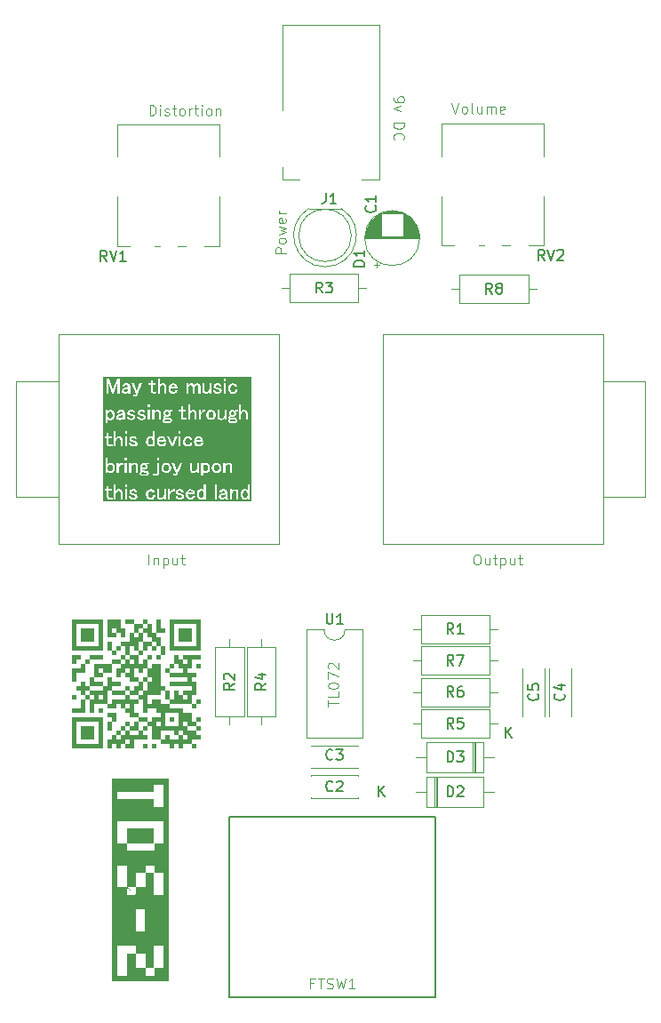
<source format=gbr>
%TF.GenerationSoftware,KiCad,Pcbnew,8.0.3*%
%TF.CreationDate,2024-11-20T23:40:36+02:00*%
%TF.ProjectId,TDS-2,5444532d-322e-46b6-9963-61645f706362,rev?*%
%TF.SameCoordinates,Original*%
%TF.FileFunction,Legend,Top*%
%TF.FilePolarity,Positive*%
%FSLAX46Y46*%
G04 Gerber Fmt 4.6, Leading zero omitted, Abs format (unit mm)*
G04 Created by KiCad (PCBNEW 8.0.3) date 2024-11-20 23:40:36*
%MOMM*%
%LPD*%
G01*
G04 APERTURE LIST*
%ADD10C,0.300000*%
%ADD11C,0.000000*%
%ADD12C,0.100000*%
%ADD13C,0.150000*%
%ADD14C,0.120000*%
%ADD15C,0.200000*%
G04 APERTURE END LIST*
D10*
G36*
X129782555Y-85320892D02*
G01*
X129860323Y-85334235D01*
X129926360Y-85374902D01*
X129969186Y-85430100D01*
X129989009Y-85503129D01*
X129545341Y-85503129D01*
X129566701Y-85444509D01*
X129613485Y-85383328D01*
X129629554Y-85368645D01*
X129693637Y-85332671D01*
X129769923Y-85320680D01*
X129782555Y-85320892D01*
G37*
G36*
X130821755Y-85320925D02*
G01*
X130895600Y-85338361D01*
X130959141Y-85383328D01*
X130991637Y-85421612D01*
X131027775Y-85488649D01*
X131048786Y-85567220D01*
X131054762Y-85646744D01*
X131052633Y-85697414D01*
X131040372Y-85770189D01*
X131013549Y-85839854D01*
X130967568Y-85902100D01*
X130951499Y-85916783D01*
X130887415Y-85952757D01*
X130811130Y-85964748D01*
X130743467Y-85952834D01*
X130679239Y-85910526D01*
X130645264Y-85868101D01*
X130613843Y-85800983D01*
X130597494Y-85729451D01*
X130592044Y-85646744D01*
X130593281Y-85602237D01*
X130603172Y-85523148D01*
X130626125Y-85449993D01*
X130671179Y-85383328D01*
X130675086Y-85379474D01*
X130737308Y-85336342D01*
X130811130Y-85320680D01*
X130821755Y-85320925D01*
G37*
G36*
X133104204Y-85801716D02*
G01*
X133092131Y-85821826D01*
X133041556Y-85877554D01*
X133030469Y-85888112D01*
X132969411Y-85930688D01*
X132898978Y-85956233D01*
X132819173Y-85964748D01*
X132792030Y-85964001D01*
X132720254Y-85943499D01*
X132703745Y-85923693D01*
X132682519Y-85853007D01*
X132683845Y-85836491D01*
X132720254Y-85770575D01*
X132744969Y-85751193D01*
X132813311Y-85724047D01*
X132878312Y-85709364D01*
X132954099Y-85691831D01*
X133027634Y-85674588D01*
X133032827Y-85673566D01*
X133104204Y-85654804D01*
X133104204Y-85801716D01*
G37*
G36*
X134995376Y-85320925D02*
G01*
X135069222Y-85338361D01*
X135132763Y-85383328D01*
X135165259Y-85421612D01*
X135201397Y-85488649D01*
X135222408Y-85567220D01*
X135228384Y-85646744D01*
X135226255Y-85697414D01*
X135213993Y-85770189D01*
X135187171Y-85839854D01*
X135141189Y-85902100D01*
X135125121Y-85916783D01*
X135061037Y-85952757D01*
X134984752Y-85964748D01*
X134917089Y-85952834D01*
X134852861Y-85910526D01*
X134818885Y-85868101D01*
X134787465Y-85800983D01*
X134771116Y-85729451D01*
X134765666Y-85646744D01*
X134766902Y-85602237D01*
X134776794Y-85523148D01*
X134799746Y-85449993D01*
X134844801Y-85383328D01*
X134848708Y-85379474D01*
X134910929Y-85336342D01*
X134984752Y-85320680D01*
X134995376Y-85320925D01*
G37*
G36*
X125280790Y-83560318D02*
G01*
X125353902Y-83566695D01*
X125427418Y-83571486D01*
X125509839Y-83575540D01*
X125545811Y-83577395D01*
X125617184Y-83605216D01*
X125638433Y-83654675D01*
X125608757Y-83712194D01*
X125559069Y-83740788D01*
X125486941Y-83757467D01*
X125412890Y-83764510D01*
X125336915Y-83766416D01*
X125272340Y-83764207D01*
X125199068Y-83753388D01*
X125131018Y-83720254D01*
X125101343Y-83654675D01*
X125131018Y-83588729D01*
X125138832Y-83581722D01*
X125205757Y-83550994D01*
X125280790Y-83560318D01*
G37*
G36*
X125377272Y-82804365D02*
G01*
X125443893Y-82838415D01*
X125483075Y-82894400D01*
X125498482Y-82970307D01*
X125489646Y-83037676D01*
X125452320Y-83101831D01*
X125419587Y-83125050D01*
X125345341Y-83139933D01*
X125301618Y-83133442D01*
X125238363Y-83093771D01*
X125205229Y-83043834D01*
X125192201Y-82970307D01*
X125204115Y-82902644D01*
X125246423Y-82838415D01*
X125266230Y-82821906D01*
X125336915Y-82800680D01*
X125377272Y-82804365D01*
G37*
G36*
X131227030Y-82808801D02*
G01*
X131300372Y-82826421D01*
X131362142Y-82871388D01*
X131384939Y-82898391D01*
X131418943Y-82966727D01*
X131436331Y-83044564D01*
X131441277Y-83126744D01*
X131439148Y-83182164D01*
X131426886Y-83260863D01*
X131400063Y-83334730D01*
X131354082Y-83398586D01*
X131298097Y-83437768D01*
X131222191Y-83453175D01*
X131195767Y-83451439D01*
X131125683Y-83428118D01*
X131065753Y-83382100D01*
X131019772Y-83325507D01*
X130988862Y-83257882D01*
X130978558Y-83184630D01*
X130978558Y-83069225D01*
X130984818Y-83009510D01*
X131012639Y-82937734D01*
X131057693Y-82879815D01*
X131084909Y-82855660D01*
X131149619Y-82820470D01*
X131222191Y-82808740D01*
X131227030Y-82808801D01*
G37*
G36*
X122144127Y-82800741D02*
G01*
X122217469Y-82818361D01*
X122279239Y-82863328D01*
X122310074Y-82902856D01*
X122340986Y-82976901D01*
X122354587Y-83051027D01*
X122358374Y-83126744D01*
X122356245Y-83179745D01*
X122343983Y-83255468D01*
X122317160Y-83327300D01*
X122271179Y-83390526D01*
X122215194Y-83429445D01*
X122139288Y-83444748D01*
X122110445Y-83443022D01*
X122035873Y-83419821D01*
X121974790Y-83374040D01*
X121936537Y-83326545D01*
X121905006Y-83253301D01*
X121895655Y-83176203D01*
X121895655Y-83077285D01*
X121900075Y-83017270D01*
X121923276Y-82940557D01*
X121966364Y-82879815D01*
X121996443Y-82852921D01*
X122065326Y-82813740D01*
X122139288Y-82800680D01*
X122144127Y-82800741D01*
G37*
G36*
X127499157Y-82809719D02*
G01*
X127571956Y-82828562D01*
X127632554Y-82871388D01*
X127665050Y-82909388D01*
X127701188Y-82974938D01*
X127722198Y-83050746D01*
X127728175Y-83126744D01*
X127727405Y-83156122D01*
X127715861Y-83236568D01*
X127686788Y-83312424D01*
X127640614Y-83374040D01*
X127613398Y-83398070D01*
X127548687Y-83433079D01*
X127476116Y-83444748D01*
X127447265Y-83443022D01*
X127372572Y-83419821D01*
X127311252Y-83374040D01*
X127286133Y-83345012D01*
X127248666Y-83276275D01*
X127229507Y-83202238D01*
X127224057Y-83126744D01*
X127226392Y-83078296D01*
X127242360Y-82999068D01*
X127273455Y-82930098D01*
X127319678Y-82871388D01*
X127335747Y-82856705D01*
X127399831Y-82820731D01*
X127476116Y-82808740D01*
X127499157Y-82809719D01*
G37*
G36*
X132295598Y-82809719D02*
G01*
X132368397Y-82828562D01*
X132428995Y-82871388D01*
X132461491Y-82909388D01*
X132497629Y-82974938D01*
X132518639Y-83050746D01*
X132524616Y-83126744D01*
X132523846Y-83156122D01*
X132512302Y-83236568D01*
X132483229Y-83312424D01*
X132437055Y-83374040D01*
X132409839Y-83398070D01*
X132345128Y-83433079D01*
X132272557Y-83444748D01*
X132243706Y-83443022D01*
X132169013Y-83419821D01*
X132107693Y-83374040D01*
X132082574Y-83345012D01*
X132045107Y-83276275D01*
X132025948Y-83202238D01*
X132020498Y-83126744D01*
X132022833Y-83078296D01*
X132038801Y-82999068D01*
X132069896Y-82930098D01*
X132116120Y-82871388D01*
X132132188Y-82856705D01*
X132196272Y-82820731D01*
X132272557Y-82808740D01*
X132295598Y-82809719D01*
G37*
G36*
X125976953Y-80280925D02*
G01*
X126050799Y-80298361D01*
X126114340Y-80343328D01*
X126146836Y-80381612D01*
X126182974Y-80448649D01*
X126203985Y-80527220D01*
X126209961Y-80606744D01*
X126207832Y-80657414D01*
X126195571Y-80730189D01*
X126168748Y-80799854D01*
X126122766Y-80862100D01*
X126106698Y-80876783D01*
X126042614Y-80912757D01*
X125966329Y-80924748D01*
X125898666Y-80912834D01*
X125834438Y-80870526D01*
X125800462Y-80828101D01*
X125769042Y-80760983D01*
X125752693Y-80689451D01*
X125747243Y-80606744D01*
X125748480Y-80562237D01*
X125758371Y-80483148D01*
X125781324Y-80409993D01*
X125826378Y-80343328D01*
X125830285Y-80339474D01*
X125892506Y-80296342D01*
X125966329Y-80280680D01*
X125976953Y-80280925D01*
G37*
G36*
X127028961Y-80280892D02*
G01*
X127106729Y-80294235D01*
X127172766Y-80334902D01*
X127215592Y-80390100D01*
X127235415Y-80463129D01*
X126791748Y-80463129D01*
X126813107Y-80404509D01*
X126859891Y-80343328D01*
X126875960Y-80328645D01*
X126940044Y-80292671D01*
X127016329Y-80280680D01*
X127028961Y-80280892D01*
G37*
G36*
X130570971Y-80280892D02*
G01*
X130648739Y-80294235D01*
X130714776Y-80334902D01*
X130757602Y-80390100D01*
X130777424Y-80463129D01*
X130333757Y-80463129D01*
X130355117Y-80404509D01*
X130401901Y-80343328D01*
X130417970Y-80328645D01*
X130482053Y-80292671D01*
X130558339Y-80280680D01*
X130570971Y-80280892D01*
G37*
G36*
X122144127Y-77768801D02*
G01*
X122217469Y-77786421D01*
X122279239Y-77831388D01*
X122302036Y-77858391D01*
X122336040Y-77926727D01*
X122353428Y-78004564D01*
X122358374Y-78086744D01*
X122356245Y-78142164D01*
X122343983Y-78220863D01*
X122317160Y-78294730D01*
X122271179Y-78358586D01*
X122215194Y-78397768D01*
X122139288Y-78413175D01*
X122112864Y-78411439D01*
X122042780Y-78388118D01*
X121982850Y-78342100D01*
X121936869Y-78285507D01*
X121905959Y-78217882D01*
X121895655Y-78144630D01*
X121895655Y-78029225D01*
X121901915Y-77969510D01*
X121929736Y-77897734D01*
X121974790Y-77839815D01*
X122002006Y-77815660D01*
X122066716Y-77780470D01*
X122139288Y-77768740D01*
X122144127Y-77768801D01*
G37*
G36*
X127486303Y-78520318D02*
G01*
X127559415Y-78526695D01*
X127632931Y-78531486D01*
X127715352Y-78535540D01*
X127751324Y-78537395D01*
X127822697Y-78565216D01*
X127843946Y-78614675D01*
X127814270Y-78672194D01*
X127764582Y-78700788D01*
X127692454Y-78717467D01*
X127618403Y-78724510D01*
X127542428Y-78726416D01*
X127477853Y-78724207D01*
X127404581Y-78713388D01*
X127336531Y-78680254D01*
X127306856Y-78614675D01*
X127336531Y-78548729D01*
X127344345Y-78541722D01*
X127411270Y-78510994D01*
X127486303Y-78520318D01*
G37*
G36*
X127582785Y-77764365D02*
G01*
X127649406Y-77798415D01*
X127688588Y-77854400D01*
X127703995Y-77930307D01*
X127695159Y-77997676D01*
X127657833Y-78061831D01*
X127625100Y-78085050D01*
X127550854Y-78099933D01*
X127507131Y-78093442D01*
X127443876Y-78053771D01*
X127410742Y-78003834D01*
X127397714Y-77930307D01*
X127409628Y-77862644D01*
X127451936Y-77798415D01*
X127471743Y-77781906D01*
X127542428Y-77760680D01*
X127582785Y-77764365D01*
G37*
G36*
X133723288Y-78520318D02*
G01*
X133796401Y-78526695D01*
X133869916Y-78531486D01*
X133952337Y-78535540D01*
X133988310Y-78537395D01*
X134059682Y-78565216D01*
X134080931Y-78614675D01*
X134051256Y-78672194D01*
X134001567Y-78700788D01*
X133929439Y-78717467D01*
X133855388Y-78724510D01*
X133779413Y-78726416D01*
X133714839Y-78724207D01*
X133641566Y-78713388D01*
X133573517Y-78680254D01*
X133543841Y-78614675D01*
X133573517Y-78548729D01*
X133581330Y-78541722D01*
X133648255Y-78510994D01*
X133723288Y-78520318D01*
G37*
G36*
X133819771Y-77764365D02*
G01*
X133886392Y-77798415D01*
X133925574Y-77854400D01*
X133940980Y-77930307D01*
X133932144Y-77997676D01*
X133894818Y-78061831D01*
X133862086Y-78085050D01*
X133787840Y-78099933D01*
X133744116Y-78093442D01*
X133680861Y-78053771D01*
X133647728Y-78003834D01*
X133634699Y-77930307D01*
X133646613Y-77862644D01*
X133688921Y-77798415D01*
X133708728Y-77781906D01*
X133779413Y-77760680D01*
X133819771Y-77764365D01*
G37*
G36*
X123342794Y-78241716D02*
G01*
X123330721Y-78261826D01*
X123280146Y-78317554D01*
X123269059Y-78328112D01*
X123208001Y-78370688D01*
X123137569Y-78396233D01*
X123057763Y-78404748D01*
X123030620Y-78404001D01*
X122958845Y-78383499D01*
X122942335Y-78363693D01*
X122921109Y-78293007D01*
X122922436Y-78276491D01*
X122958845Y-78210575D01*
X122983560Y-78191193D01*
X123051901Y-78164047D01*
X123116902Y-78149364D01*
X123192689Y-78131831D01*
X123266224Y-78114588D01*
X123271418Y-78113566D01*
X123342794Y-78094804D01*
X123342794Y-78241716D01*
G37*
G36*
X131762172Y-77769719D02*
G01*
X131834971Y-77788562D01*
X131895568Y-77831388D01*
X131928064Y-77869388D01*
X131964203Y-77934938D01*
X131985213Y-78010746D01*
X131991189Y-78086744D01*
X131990420Y-78116122D01*
X131978876Y-78196568D01*
X131949803Y-78272424D01*
X131903628Y-78334040D01*
X131876413Y-78358070D01*
X131811702Y-78393079D01*
X131739131Y-78404748D01*
X131710280Y-78403022D01*
X131635587Y-78379821D01*
X131574267Y-78334040D01*
X131549147Y-78305012D01*
X131511681Y-78236275D01*
X131492522Y-78162238D01*
X131487072Y-78086744D01*
X131489407Y-78038296D01*
X131505375Y-77959068D01*
X131536470Y-77890098D01*
X131582693Y-77831388D01*
X131598762Y-77816705D01*
X131662845Y-77780731D01*
X131739131Y-77768740D01*
X131762172Y-77769719D01*
G37*
G36*
X123858635Y-75721716D02*
G01*
X123846562Y-75741826D01*
X123795987Y-75797554D01*
X123784900Y-75808112D01*
X123723842Y-75850688D01*
X123653410Y-75876233D01*
X123573604Y-75884748D01*
X123546461Y-75884001D01*
X123474685Y-75863499D01*
X123458176Y-75843693D01*
X123436950Y-75773007D01*
X123438277Y-75756491D01*
X123474685Y-75690575D01*
X123499401Y-75671193D01*
X123567742Y-75644047D01*
X123632743Y-75629364D01*
X123708530Y-75611831D01*
X123782065Y-75594588D01*
X123787259Y-75593566D01*
X123858635Y-75574804D01*
X123858635Y-75721716D01*
G37*
G36*
X128136847Y-75240892D02*
G01*
X128214615Y-75254235D01*
X128280652Y-75294902D01*
X128323478Y-75350100D01*
X128343300Y-75423129D01*
X127899633Y-75423129D01*
X127920992Y-75364509D01*
X127967777Y-75303328D01*
X127983845Y-75288645D01*
X128047929Y-75252671D01*
X128124214Y-75240680D01*
X128136847Y-75240892D01*
G37*
G36*
X135583362Y-86311667D02*
G01*
X121433333Y-86311667D01*
X121433333Y-85173401D01*
X121600000Y-85173401D01*
X121600000Y-85337166D01*
X121797836Y-85337166D01*
X121797836Y-85869494D01*
X121804618Y-85926423D01*
X121834757Y-85998002D01*
X121883565Y-86059270D01*
X121910188Y-86081540D01*
X121976849Y-86114756D01*
X122052139Y-86131742D01*
X122131228Y-86136573D01*
X122198919Y-86131278D01*
X122243635Y-86120087D01*
X122460956Y-86120087D01*
X122649267Y-86120087D01*
X122649267Y-85632090D01*
X122665258Y-85583705D01*
X122694973Y-85513621D01*
X122734479Y-85445560D01*
X122785921Y-85383328D01*
X122803832Y-85366670D01*
X122870220Y-85325858D01*
X122942358Y-85312254D01*
X122982716Y-85315974D01*
X123049337Y-85350355D01*
X123052695Y-85353753D01*
X123091930Y-85416676D01*
X123103925Y-85490307D01*
X123103925Y-86120087D01*
X123292236Y-86120087D01*
X123526709Y-86120087D01*
X123715020Y-86120087D01*
X123715020Y-85808311D01*
X123927878Y-85808311D01*
X123928213Y-85825594D01*
X123939934Y-85905701D01*
X123968399Y-85975288D01*
X124013607Y-86034357D01*
X124033795Y-86052625D01*
X124096947Y-86092553D01*
X124173654Y-86119704D01*
X124251893Y-86132980D01*
X124327215Y-86136573D01*
X124353125Y-86136174D01*
X124437162Y-86128488D01*
X124510855Y-86111019D01*
X124582411Y-86079077D01*
X124640457Y-86034357D01*
X124677963Y-85990211D01*
X124714130Y-85919869D01*
X124726186Y-85844581D01*
X124724495Y-85815440D01*
X124701775Y-85740507D01*
X124656943Y-85679717D01*
X124625179Y-85655170D01*
X125534019Y-85655170D01*
X125534612Y-85682294D01*
X125543499Y-85760523D01*
X125563051Y-85834038D01*
X125593267Y-85902838D01*
X125634148Y-85966925D01*
X125685694Y-86026297D01*
X125693193Y-86033600D01*
X125757336Y-86083678D01*
X125828851Y-86118918D01*
X125907740Y-86139319D01*
X125982815Y-86145000D01*
X126008758Y-86144567D01*
X126093429Y-86136248D01*
X126168562Y-86117339D01*
X126242751Y-86082763D01*
X126304483Y-86034357D01*
X126317830Y-86020261D01*
X126363373Y-85957636D01*
X126396369Y-85885027D01*
X126402575Y-85861067D01*
X126608199Y-85861067D01*
X126614314Y-85925329D01*
X126641491Y-86000642D01*
X126685502Y-86059270D01*
X126712321Y-86081540D01*
X126780556Y-86114756D01*
X126858609Y-86131742D01*
X126941224Y-86136573D01*
X126988863Y-86134117D01*
X127066115Y-86118001D01*
X127135583Y-86086843D01*
X127197268Y-86040644D01*
X127251168Y-85979403D01*
X127251168Y-86120087D01*
X127439480Y-86120087D01*
X127439480Y-85173401D01*
X127649040Y-85173401D01*
X127649040Y-86120087D01*
X127837351Y-86120087D01*
X127837351Y-85808311D01*
X128362351Y-85808311D01*
X128362686Y-85825594D01*
X128374407Y-85905701D01*
X128402872Y-85975288D01*
X128448080Y-86034357D01*
X128468268Y-86052625D01*
X128531420Y-86092553D01*
X128608127Y-86119704D01*
X128686366Y-86132980D01*
X128761688Y-86136573D01*
X128787599Y-86136174D01*
X128871635Y-86128488D01*
X128945328Y-86111019D01*
X129016884Y-86079077D01*
X129074930Y-86034357D01*
X129112436Y-85990211D01*
X129148603Y-85919869D01*
X129160659Y-85844581D01*
X129158968Y-85815440D01*
X129136248Y-85740507D01*
X129091416Y-85679717D01*
X129054511Y-85651196D01*
X129045251Y-85646744D01*
X129329553Y-85646744D01*
X129332853Y-85715597D01*
X129345527Y-85792293D01*
X129372327Y-85873599D01*
X129412065Y-85946106D01*
X129464741Y-86009811D01*
X129506417Y-86046329D01*
X129570924Y-86087057D01*
X129642619Y-86115652D01*
X129721501Y-86132117D01*
X129794836Y-86136573D01*
X129806890Y-86136465D01*
X129886724Y-86129681D01*
X129968217Y-86109004D01*
X130039315Y-86074543D01*
X130100017Y-86026297D01*
X130122874Y-86000081D01*
X130162844Y-85934608D01*
X130192272Y-85860815D01*
X130213224Y-85783398D01*
X130005495Y-85783398D01*
X129993581Y-85853610D01*
X129951273Y-85918586D01*
X129938811Y-85929406D01*
X129868698Y-85958257D01*
X129794836Y-85964748D01*
X129748323Y-85961365D01*
X129677397Y-85939821D01*
X129613119Y-85894040D01*
X129603580Y-85884180D01*
X129562119Y-85819613D01*
X129540581Y-85745739D01*
X129534351Y-85666894D01*
X130202233Y-85666894D01*
X130202117Y-85650704D01*
X130201908Y-85646744D01*
X130387247Y-85646744D01*
X130387839Y-85675864D01*
X130396726Y-85759310D01*
X130416278Y-85836881D01*
X130446495Y-85908580D01*
X130487376Y-85974405D01*
X130538921Y-86034357D01*
X130594906Y-86079077D01*
X130669111Y-86114114D01*
X130745046Y-86131682D01*
X130819190Y-86136573D01*
X130848963Y-86135643D01*
X130928739Y-86121684D01*
X131000588Y-86086529D01*
X131054762Y-86030694D01*
X131054762Y-86120087D01*
X131243073Y-86120087D01*
X132101099Y-86120087D01*
X132289410Y-86120087D01*
X132289410Y-85869494D01*
X132477721Y-85869494D01*
X132482552Y-85919708D01*
X132507917Y-85988934D01*
X132555024Y-86050844D01*
X132583771Y-86075541D01*
X132652322Y-86112378D01*
X132726620Y-86131215D01*
X132802686Y-86136573D01*
X132814737Y-86136469D01*
X132894346Y-86129887D01*
X132975152Y-86109829D01*
X133045105Y-86076398D01*
X133104204Y-86029595D01*
X133106700Y-86054210D01*
X133144138Y-86120087D01*
X133381908Y-86120087D01*
X133360957Y-86103051D01*
X133312157Y-86043889D01*
X133292515Y-85968412D01*
X133292515Y-85448907D01*
X133284143Y-85381574D01*
X133255595Y-85313292D01*
X133206786Y-85251071D01*
X133194517Y-85239669D01*
X133128079Y-85197465D01*
X133056418Y-85173401D01*
X133528087Y-85173401D01*
X133528087Y-86120087D01*
X133716399Y-86120087D01*
X133716399Y-85646744D01*
X133720623Y-85596577D01*
X133742803Y-85523305D01*
X133783993Y-85452411D01*
X133836566Y-85391388D01*
X133856241Y-85372841D01*
X133919947Y-85329642D01*
X133993004Y-85312254D01*
X134060624Y-85321089D01*
X134124895Y-85358415D01*
X134154783Y-85399554D01*
X134171057Y-85473820D01*
X134171057Y-86120087D01*
X134359368Y-86120087D01*
X134359368Y-85646744D01*
X134560868Y-85646744D01*
X134561461Y-85675864D01*
X134570348Y-85759310D01*
X134589900Y-85836881D01*
X134620116Y-85908580D01*
X134660997Y-85974405D01*
X134712543Y-86034357D01*
X134768528Y-86079077D01*
X134842733Y-86114114D01*
X134918668Y-86131682D01*
X134992812Y-86136573D01*
X135022585Y-86135643D01*
X135102360Y-86121684D01*
X135174209Y-86086529D01*
X135228384Y-86030694D01*
X135228384Y-86120087D01*
X135416695Y-86120087D01*
X135416695Y-84687236D01*
X135228384Y-84687236D01*
X135228384Y-85263527D01*
X135181238Y-85213358D01*
X135112268Y-85174052D01*
X135036803Y-85154342D01*
X134959839Y-85148855D01*
X134903905Y-85152732D01*
X134825608Y-85173086D01*
X134754034Y-85210885D01*
X134696057Y-85259131D01*
X134679686Y-85276530D01*
X134630707Y-85344596D01*
X134599022Y-85411812D01*
X134576843Y-85487220D01*
X134564169Y-85570820D01*
X134560868Y-85646744D01*
X134359368Y-85646744D01*
X134359368Y-85424361D01*
X134357677Y-85395114D01*
X134334957Y-85319981D01*
X134290125Y-85259131D01*
X134242037Y-85219303D01*
X134170782Y-85182469D01*
X134098539Y-85163304D01*
X134017916Y-85156915D01*
X133975939Y-85159417D01*
X133895660Y-85179429D01*
X133829435Y-85213357D01*
X133766961Y-85262607D01*
X133716399Y-85317016D01*
X133716399Y-85173401D01*
X133528087Y-85173401D01*
X133056418Y-85173401D01*
X133053598Y-85172454D01*
X132976519Y-85160225D01*
X132901605Y-85156915D01*
X132837784Y-85160225D01*
X132761867Y-85174937D01*
X132688995Y-85205556D01*
X132629396Y-85251071D01*
X132614017Y-85267429D01*
X132569824Y-85328051D01*
X132536508Y-85398047D01*
X132515823Y-85469057D01*
X132720621Y-85469057D01*
X132730558Y-85439405D01*
X132769713Y-85374902D01*
X132782175Y-85364083D01*
X132852288Y-85335231D01*
X132926151Y-85328740D01*
X132993771Y-85337576D01*
X133058042Y-85374902D01*
X133082385Y-85404383D01*
X133104204Y-85475286D01*
X133038429Y-85500940D01*
X132964253Y-85519982D01*
X132940545Y-85527553D01*
X132867976Y-85546466D01*
X132792428Y-85561015D01*
X132764506Y-85566280D01*
X132687774Y-85588372D01*
X132614887Y-85623999D01*
X132555024Y-85671290D01*
X132517656Y-85718518D01*
X132486855Y-85791857D01*
X132479661Y-85853007D01*
X132477721Y-85869494D01*
X132289410Y-85869494D01*
X132289410Y-84687236D01*
X132101099Y-84687236D01*
X132101099Y-86120087D01*
X131243073Y-86120087D01*
X131243073Y-84687236D01*
X131054762Y-84687236D01*
X131054762Y-85263527D01*
X131007616Y-85213358D01*
X130938647Y-85174052D01*
X130863181Y-85154342D01*
X130786217Y-85148855D01*
X130730284Y-85152732D01*
X130651986Y-85173086D01*
X130580412Y-85210885D01*
X130522435Y-85259131D01*
X130506064Y-85276530D01*
X130457085Y-85344596D01*
X130425400Y-85411812D01*
X130403221Y-85487220D01*
X130390547Y-85570820D01*
X130387247Y-85646744D01*
X130201908Y-85646744D01*
X130198059Y-85573845D01*
X130185540Y-85490610D01*
X130164675Y-85417190D01*
X130129783Y-85343937D01*
X130083531Y-85284043D01*
X130067398Y-85268649D01*
X130007844Y-85222590D01*
X129933902Y-85184849D01*
X129853685Y-85162998D01*
X129778349Y-85156915D01*
X129766783Y-85157031D01*
X129689483Y-85164334D01*
X129608997Y-85186591D01*
X129536892Y-85223685D01*
X129473168Y-85275617D01*
X129455777Y-85293940D01*
X129410336Y-85352805D01*
X129374994Y-85417519D01*
X129349749Y-85488080D01*
X129346766Y-85503129D01*
X129334602Y-85564488D01*
X129329553Y-85646744D01*
X129045251Y-85646744D01*
X128988101Y-85619267D01*
X128953808Y-85608367D01*
X128881655Y-85588126D01*
X128805286Y-85569441D01*
X128755676Y-85557080D01*
X128676851Y-85533753D01*
X128605251Y-85498367D01*
X128583635Y-85448907D01*
X128584975Y-85432404D01*
X128621737Y-85366842D01*
X128671674Y-85333708D01*
X128745202Y-85320680D01*
X128775713Y-85321401D01*
X128851997Y-85332220D01*
X128918126Y-85366842D01*
X128928315Y-85380306D01*
X128949267Y-85452571D01*
X129136113Y-85452571D01*
X129127741Y-85383305D01*
X129099192Y-85313725D01*
X129050383Y-85251071D01*
X129044370Y-85245278D01*
X128980753Y-85201418D01*
X128909850Y-85174937D01*
X128836727Y-85161421D01*
X128753262Y-85156915D01*
X128675835Y-85161806D01*
X128597135Y-85179375D01*
X128528877Y-85209720D01*
X128464567Y-85259131D01*
X128427199Y-85305692D01*
X128396398Y-85376068D01*
X128387264Y-85448907D01*
X128389982Y-85481283D01*
X128417460Y-85554323D01*
X128464567Y-85614138D01*
X128467340Y-85616822D01*
X128529379Y-85657208D01*
X128601587Y-85683014D01*
X128674349Y-85704349D01*
X128747107Y-85722653D01*
X128825069Y-85740533D01*
X128861655Y-85750583D01*
X128926186Y-85787062D01*
X128964288Y-85853007D01*
X128964172Y-85858534D01*
X128934612Y-85927013D01*
X128901752Y-85949327D01*
X128829218Y-85968667D01*
X128753262Y-85973175D01*
X128726489Y-85972322D01*
X128651731Y-85957768D01*
X128588764Y-85918586D01*
X128566475Y-85882693D01*
X128549563Y-85808311D01*
X128362351Y-85808311D01*
X127837351Y-85808311D01*
X127837351Y-85640516D01*
X127865809Y-85576225D01*
X127907861Y-85513319D01*
X127957885Y-85457334D01*
X127977395Y-85438805D01*
X128037586Y-85394153D01*
X128107389Y-85363778D01*
X128180268Y-85353653D01*
X128207677Y-85354363D01*
X128282484Y-85365010D01*
X128282484Y-85156915D01*
X128196540Y-85161668D01*
X128117860Y-85175926D01*
X128046445Y-85199690D01*
X127972309Y-85239428D01*
X127908060Y-85292103D01*
X127884818Y-85316261D01*
X127837351Y-85375268D01*
X127837351Y-85173401D01*
X127649040Y-85173401D01*
X127439480Y-85173401D01*
X127251168Y-85173401D01*
X127251168Y-85655170D01*
X127246931Y-85702586D01*
X127224684Y-85772743D01*
X127183368Y-85841741D01*
X127130635Y-85902100D01*
X127089785Y-85936721D01*
X127023015Y-85970106D01*
X126949651Y-85981235D01*
X126909293Y-85977550D01*
X126842672Y-85943499D01*
X126805346Y-85876678D01*
X126796510Y-85803548D01*
X126796510Y-85173401D01*
X126608199Y-85173401D01*
X126608199Y-85861067D01*
X126402575Y-85861067D01*
X126414947Y-85813305D01*
X126423918Y-85733939D01*
X126218387Y-85733939D01*
X126216858Y-85768389D01*
X126198565Y-85846072D01*
X126155739Y-85910526D01*
X126126177Y-85934937D01*
X126058996Y-85964365D01*
X125982815Y-85973175D01*
X125959774Y-85972196D01*
X125886975Y-85953352D01*
X125826378Y-85910526D01*
X125801153Y-85881498D01*
X125763529Y-85812762D01*
X125744289Y-85738724D01*
X125738817Y-85663230D01*
X125742178Y-85602733D01*
X125757119Y-85530044D01*
X125788215Y-85459162D01*
X125834438Y-85399815D01*
X125850506Y-85385131D01*
X125914590Y-85349158D01*
X125990875Y-85337166D01*
X126064005Y-85346002D01*
X126130826Y-85383328D01*
X126172466Y-85438369D01*
X126194940Y-85510090D01*
X126399738Y-85510090D01*
X126392083Y-85464853D01*
X126369154Y-85390278D01*
X126334458Y-85324512D01*
X126287997Y-85267557D01*
X126274783Y-85255179D01*
X126214116Y-85213654D01*
X126140946Y-85184906D01*
X126066667Y-85170233D01*
X125982815Y-85165341D01*
X125937203Y-85167322D01*
X125861789Y-85180320D01*
X125791985Y-85205450D01*
X125727791Y-85242711D01*
X125669207Y-85292103D01*
X125623265Y-85346169D01*
X125581678Y-85417418D01*
X125553030Y-85497468D01*
X125538772Y-85573086D01*
X125534019Y-85655170D01*
X124625179Y-85655170D01*
X124620037Y-85651196D01*
X124553628Y-85619267D01*
X124519335Y-85608367D01*
X124447182Y-85588126D01*
X124370812Y-85569441D01*
X124321203Y-85557080D01*
X124242377Y-85533753D01*
X124170778Y-85498367D01*
X124149162Y-85448907D01*
X124150502Y-85432404D01*
X124187264Y-85366842D01*
X124237201Y-85333708D01*
X124310729Y-85320680D01*
X124341240Y-85321401D01*
X124417524Y-85332220D01*
X124483653Y-85366842D01*
X124493842Y-85380306D01*
X124514794Y-85452571D01*
X124701639Y-85452571D01*
X124693267Y-85383305D01*
X124664719Y-85313725D01*
X124615910Y-85251071D01*
X124609897Y-85245278D01*
X124546279Y-85201418D01*
X124475377Y-85174937D01*
X124402254Y-85161421D01*
X124318789Y-85156915D01*
X124241361Y-85161806D01*
X124162662Y-85179375D01*
X124094404Y-85209720D01*
X124030094Y-85259131D01*
X123992726Y-85305692D01*
X123961925Y-85376068D01*
X123952791Y-85448907D01*
X123955509Y-85481283D01*
X123982987Y-85554323D01*
X124030094Y-85614138D01*
X124032867Y-85616822D01*
X124094906Y-85657208D01*
X124167114Y-85683014D01*
X124239876Y-85704349D01*
X124312634Y-85722653D01*
X124390596Y-85740533D01*
X124427182Y-85750583D01*
X124491713Y-85787062D01*
X124529815Y-85853007D01*
X124529699Y-85858534D01*
X124500139Y-85927013D01*
X124467279Y-85949327D01*
X124394745Y-85968667D01*
X124318789Y-85973175D01*
X124292016Y-85972322D01*
X124217258Y-85957768D01*
X124154291Y-85918586D01*
X124132002Y-85882693D01*
X124115090Y-85808311D01*
X123927878Y-85808311D01*
X123715020Y-85808311D01*
X123715020Y-85173401D01*
X123526709Y-85173401D01*
X123526709Y-86120087D01*
X123292236Y-86120087D01*
X123292236Y-85448907D01*
X123283864Y-85377130D01*
X123255316Y-85305861D01*
X123206507Y-85242644D01*
X123157712Y-85205138D01*
X123089077Y-85175752D01*
X123015856Y-85161017D01*
X122942358Y-85156915D01*
X122921206Y-85157535D01*
X122840377Y-85172407D01*
X122765593Y-85207108D01*
X122705116Y-85253739D01*
X122649267Y-85315551D01*
X122649267Y-84933066D01*
X123526709Y-84933066D01*
X123715020Y-84933066D01*
X123715020Y-84695296D01*
X123526709Y-84695296D01*
X123526709Y-84933066D01*
X122649267Y-84933066D01*
X122649267Y-84687236D01*
X122460956Y-84687236D01*
X122460956Y-86120087D01*
X122243635Y-86120087D01*
X122271066Y-86113222D01*
X122340788Y-86082351D01*
X122340788Y-85897704D01*
X122274005Y-85933059D01*
X122199139Y-85956826D01*
X122122801Y-85964748D01*
X122094418Y-85963328D01*
X122024249Y-85935073D01*
X122013273Y-85923216D01*
X121986147Y-85853007D01*
X121986147Y-85337166D01*
X122266416Y-85337166D01*
X122266416Y-85173401D01*
X121986147Y-85173401D01*
X121986147Y-84852100D01*
X121797836Y-84852100D01*
X121797836Y-85173401D01*
X121600000Y-85173401D01*
X121433333Y-85173401D01*
X121433333Y-83662735D01*
X124929518Y-83662735D01*
X124929757Y-83673534D01*
X124946785Y-83748142D01*
X124990701Y-83811479D01*
X125031857Y-83843353D01*
X125104923Y-83875593D01*
X125185912Y-83894186D01*
X125268001Y-83902978D01*
X125345341Y-83905268D01*
X125436834Y-83902978D01*
X125517826Y-83896109D01*
X125601155Y-83881821D01*
X125679261Y-83856816D01*
X125749441Y-83811479D01*
X125776422Y-83779394D01*
X125808947Y-83711158D01*
X125814431Y-83670062D01*
X126213991Y-83670062D01*
X126213991Y-83851413D01*
X126228591Y-83857934D01*
X126302709Y-83884231D01*
X126378686Y-83900009D01*
X126456524Y-83905268D01*
X126520358Y-83901971D01*
X126596332Y-83887316D01*
X126669323Y-83856816D01*
X126729099Y-83811479D01*
X126766467Y-83764918D01*
X126797268Y-83694541D01*
X126806402Y-83621702D01*
X126806402Y-83126744D01*
X127019260Y-83126744D01*
X127024296Y-83206261D01*
X127039404Y-83280497D01*
X127069760Y-83360431D01*
X127113826Y-83433178D01*
X127162508Y-83489811D01*
X127195298Y-83519521D01*
X127257087Y-83561981D01*
X127324487Y-83592310D01*
X127397497Y-83610507D01*
X127476116Y-83616573D01*
X127521723Y-83614592D01*
X127597099Y-83601594D01*
X127666830Y-83576465D01*
X127730916Y-83539204D01*
X127789357Y-83489811D01*
X127798193Y-83480739D01*
X127845317Y-83423225D01*
X127887532Y-83349452D01*
X127912776Y-83280497D01*
X127927923Y-83206261D01*
X127932972Y-83126744D01*
X127927923Y-83047240D01*
X127912776Y-82973043D01*
X127882342Y-82893186D01*
X127838164Y-82820552D01*
X127789357Y-82764043D01*
X127756654Y-82734248D01*
X127694987Y-82691665D01*
X127627675Y-82661248D01*
X127564084Y-82645341D01*
X128004413Y-82645341D01*
X128405216Y-83605582D01*
X128399154Y-83623971D01*
X128359787Y-83687281D01*
X128294207Y-83716957D01*
X128285242Y-83716800D01*
X128210938Y-83704206D01*
X128142166Y-83676657D01*
X128142166Y-83857274D01*
X128156604Y-83868779D01*
X128229133Y-83892489D01*
X128302267Y-83897208D01*
X128339950Y-83894774D01*
X128413377Y-83872797D01*
X128475558Y-83827965D01*
X128507350Y-83788610D01*
X128545406Y-83722115D01*
X128577041Y-83650645D01*
X128705994Y-83341067D01*
X129757466Y-83341067D01*
X129763581Y-83405329D01*
X129790758Y-83480642D01*
X129834769Y-83539270D01*
X129861588Y-83561540D01*
X129929824Y-83594756D01*
X130007876Y-83611742D01*
X130090491Y-83616573D01*
X130138130Y-83614117D01*
X130215382Y-83598001D01*
X130284851Y-83566843D01*
X130346535Y-83520644D01*
X130400436Y-83459403D01*
X130400436Y-83600087D01*
X130588747Y-83600087D01*
X130588747Y-82653401D01*
X130790247Y-82653401D01*
X130790247Y-83069225D01*
X130790247Y-83905268D01*
X130978558Y-83905268D01*
X130978558Y-83522418D01*
X131001412Y-83551970D01*
X131064023Y-83596048D01*
X131139644Y-83618588D01*
X131222191Y-83625000D01*
X131233253Y-83624891D01*
X131307004Y-83618084D01*
X131383391Y-83597339D01*
X131451352Y-83562763D01*
X131510886Y-83514357D01*
X131527256Y-83496958D01*
X131576236Y-83428892D01*
X131607920Y-83361676D01*
X131630100Y-83286268D01*
X131642774Y-83202668D01*
X131646074Y-83126744D01*
X131815701Y-83126744D01*
X131820737Y-83206261D01*
X131835845Y-83280497D01*
X131866201Y-83360431D01*
X131910267Y-83433178D01*
X131958949Y-83489811D01*
X131991739Y-83519521D01*
X132053528Y-83561981D01*
X132120928Y-83592310D01*
X132193938Y-83610507D01*
X132272557Y-83616573D01*
X132318164Y-83614592D01*
X132393540Y-83601594D01*
X132463271Y-83576465D01*
X132527357Y-83539204D01*
X132585799Y-83489811D01*
X132594634Y-83480739D01*
X132641758Y-83423225D01*
X132683973Y-83349452D01*
X132709217Y-83280497D01*
X132724364Y-83206261D01*
X132729413Y-83126744D01*
X132724364Y-83047240D01*
X132709217Y-82973043D01*
X132678783Y-82893186D01*
X132634605Y-82820552D01*
X132585799Y-82764043D01*
X132553095Y-82734248D01*
X132491428Y-82691665D01*
X132424116Y-82661248D01*
X132392746Y-82653401D01*
X132914061Y-82653401D01*
X132914061Y-83600087D01*
X133102372Y-83600087D01*
X133102372Y-83126744D01*
X133106597Y-83076577D01*
X133128776Y-83003305D01*
X133169966Y-82932411D01*
X133222540Y-82871388D01*
X133242215Y-82852841D01*
X133305921Y-82809642D01*
X133378977Y-82792254D01*
X133446597Y-82801089D01*
X133510868Y-82838415D01*
X133540756Y-82879554D01*
X133557030Y-82953820D01*
X133557030Y-83600087D01*
X133745341Y-83600087D01*
X133745341Y-82904361D01*
X133743651Y-82875114D01*
X133720931Y-82799981D01*
X133676099Y-82739131D01*
X133628011Y-82699303D01*
X133556755Y-82662469D01*
X133484513Y-82643304D01*
X133403890Y-82636915D01*
X133361913Y-82639417D01*
X133281633Y-82659429D01*
X133215408Y-82693357D01*
X133152935Y-82742607D01*
X133102372Y-82797016D01*
X133102372Y-82653401D01*
X132914061Y-82653401D01*
X132392746Y-82653401D01*
X132351159Y-82642998D01*
X132272557Y-82636915D01*
X132226945Y-82638901D01*
X132151531Y-82651937D01*
X132081727Y-82677139D01*
X132017533Y-82714508D01*
X131958949Y-82764043D01*
X131950136Y-82773093D01*
X131903133Y-82830486D01*
X131861026Y-82904152D01*
X131835845Y-82973043D01*
X131820737Y-83047240D01*
X131815701Y-83126744D01*
X131646074Y-83126744D01*
X131641321Y-83039182D01*
X131627063Y-82959218D01*
X131603300Y-82886854D01*
X131563562Y-82812034D01*
X131510886Y-82747557D01*
X131503905Y-82740750D01*
X131443317Y-82694073D01*
X131374303Y-82661226D01*
X131296863Y-82642209D01*
X131222191Y-82636915D01*
X131182961Y-82638512D01*
X131103862Y-82653785D01*
X131037456Y-82685228D01*
X130978558Y-82739131D01*
X130978558Y-82653401D01*
X130790247Y-82653401D01*
X130588747Y-82653401D01*
X130400436Y-82653401D01*
X130400436Y-83135170D01*
X130396198Y-83182586D01*
X130373951Y-83252743D01*
X130332635Y-83321741D01*
X130279902Y-83382100D01*
X130239052Y-83416721D01*
X130172282Y-83450106D01*
X130098918Y-83461235D01*
X130058561Y-83457550D01*
X129991939Y-83423499D01*
X129954613Y-83356678D01*
X129945778Y-83283548D01*
X129945778Y-82653401D01*
X129757466Y-82653401D01*
X129757466Y-83341067D01*
X128705994Y-83341067D01*
X128995795Y-82645341D01*
X128788799Y-82645341D01*
X128500104Y-83359385D01*
X128211409Y-82645341D01*
X128004413Y-82645341D01*
X127564084Y-82645341D01*
X127554718Y-82642998D01*
X127476116Y-82636915D01*
X127430504Y-82638901D01*
X127355090Y-82651937D01*
X127285286Y-82677139D01*
X127221092Y-82714508D01*
X127162508Y-82764043D01*
X127153695Y-82773093D01*
X127106692Y-82830486D01*
X127064584Y-82904152D01*
X127039404Y-82973043D01*
X127024296Y-83047240D01*
X127019260Y-83126744D01*
X126806402Y-83126744D01*
X126806402Y-82653401D01*
X126618091Y-82653401D01*
X126618091Y-83613276D01*
X126617975Y-83618803D01*
X126588415Y-83687281D01*
X126532545Y-83721903D01*
X126456524Y-83733443D01*
X126433420Y-83732453D01*
X126359259Y-83719517D01*
X126286989Y-83697792D01*
X126213991Y-83670062D01*
X125814431Y-83670062D01*
X125818684Y-83638189D01*
X125816994Y-83608942D01*
X125794273Y-83533809D01*
X125749441Y-83472958D01*
X125690632Y-83433977D01*
X125618649Y-83411775D01*
X125572473Y-83409248D01*
X125491474Y-83404653D01*
X125413199Y-83400000D01*
X125337648Y-83395289D01*
X125303313Y-83392885D01*
X125226010Y-83381314D01*
X125155931Y-83349127D01*
X125142742Y-83316521D01*
X125173883Y-83264131D01*
X125195476Y-83273318D01*
X125270689Y-83295828D01*
X125345341Y-83303332D01*
X125374906Y-83302578D01*
X125455680Y-83291276D01*
X125531493Y-83262811D01*
X125592637Y-83217602D01*
X125614705Y-83193142D01*
X125657002Y-83123926D01*
X125679345Y-83051782D01*
X125686793Y-82970307D01*
X125686020Y-82945182D01*
X125672834Y-82871987D01*
X125637334Y-82803611D01*
X125702499Y-82793858D01*
X125776082Y-82799741D01*
X125851657Y-82823028D01*
X125851657Y-82636915D01*
X125765561Y-82636915D01*
X125694535Y-82644572D01*
X125625828Y-82670680D01*
X125566992Y-82715317D01*
X125549033Y-82701306D01*
X125483774Y-82664555D01*
X125410215Y-82643117D01*
X125336915Y-82636915D01*
X125310222Y-82637743D01*
X125235438Y-82650156D01*
X125161657Y-82681418D01*
X125097679Y-82731071D01*
X125080918Y-82749172D01*
X125036954Y-82815977D01*
X125011309Y-82892727D01*
X125003890Y-82970307D01*
X125012011Y-83046120D01*
X125039706Y-83119514D01*
X125087055Y-83182431D01*
X125047586Y-83209218D01*
X124993147Y-83266886D01*
X124970917Y-83341067D01*
X124977151Y-83390492D01*
X125015247Y-83456838D01*
X125058112Y-83496406D01*
X125034321Y-83509434D01*
X124974214Y-83555390D01*
X124946978Y-83591437D01*
X124931492Y-83654675D01*
X124929518Y-83662735D01*
X121433333Y-83662735D01*
X121433333Y-83077285D01*
X121707344Y-83077285D01*
X121707344Y-83600087D01*
X121895655Y-83600087D01*
X121895655Y-83517655D01*
X121926222Y-83556198D01*
X121991967Y-83594838D01*
X122063265Y-83611840D01*
X122139288Y-83616573D01*
X122150350Y-83616465D01*
X122224101Y-83609681D01*
X122300488Y-83589004D01*
X122368449Y-83554543D01*
X122427983Y-83506297D01*
X122444353Y-83488930D01*
X122493333Y-83421470D01*
X122525017Y-83355387D01*
X122547197Y-83281679D01*
X122559871Y-83200346D01*
X122563171Y-83126744D01*
X122562643Y-83095692D01*
X122556702Y-83022043D01*
X122540860Y-82941174D01*
X122515512Y-82868497D01*
X122480659Y-82804011D01*
X122427983Y-82739131D01*
X122368975Y-82690885D01*
X122302595Y-82656424D01*
X122291812Y-82653401D01*
X122757344Y-82653401D01*
X122757344Y-83600087D01*
X122945655Y-83600087D01*
X123512055Y-83600087D01*
X123700366Y-83600087D01*
X123700366Y-82653401D01*
X123938136Y-82653401D01*
X123938136Y-83600087D01*
X124126448Y-83600087D01*
X124126448Y-83126744D01*
X124130672Y-83076577D01*
X124152851Y-83003305D01*
X124194042Y-82932411D01*
X124246615Y-82871388D01*
X124266290Y-82852841D01*
X124329996Y-82809642D01*
X124403053Y-82792254D01*
X124470673Y-82801089D01*
X124534944Y-82838415D01*
X124564832Y-82879554D01*
X124581106Y-82953820D01*
X124581106Y-83600087D01*
X124769417Y-83600087D01*
X124769417Y-82904361D01*
X124767726Y-82875114D01*
X124745006Y-82799981D01*
X124700174Y-82739131D01*
X124652086Y-82699303D01*
X124580831Y-82662469D01*
X124508588Y-82643304D01*
X124427965Y-82636915D01*
X124385988Y-82639417D01*
X124305708Y-82659429D01*
X124239483Y-82693357D01*
X124177010Y-82742607D01*
X124126448Y-82797016D01*
X124126448Y-82653401D01*
X123938136Y-82653401D01*
X123700366Y-82653401D01*
X123512055Y-82653401D01*
X123512055Y-83600087D01*
X122945655Y-83600087D01*
X122945655Y-83120516D01*
X122974113Y-83056225D01*
X123016165Y-82993319D01*
X123066189Y-82937334D01*
X123085699Y-82918805D01*
X123145891Y-82874153D01*
X123215693Y-82843778D01*
X123288572Y-82833653D01*
X123315981Y-82834363D01*
X123390788Y-82845010D01*
X123390788Y-82636915D01*
X123304844Y-82641668D01*
X123226165Y-82655926D01*
X123154749Y-82679690D01*
X123080613Y-82719428D01*
X123016364Y-82772103D01*
X122993123Y-82796261D01*
X122945655Y-82855268D01*
X122945655Y-82653401D01*
X122757344Y-82653401D01*
X122291812Y-82653401D01*
X122228841Y-82635747D01*
X122147714Y-82628855D01*
X122098767Y-82631556D01*
X122019587Y-82650033D01*
X121951883Y-82686013D01*
X121895655Y-82739497D01*
X121895655Y-82413066D01*
X123512055Y-82413066D01*
X123700366Y-82413066D01*
X126618091Y-82413066D01*
X126806402Y-82413066D01*
X126806402Y-82175296D01*
X126618091Y-82175296D01*
X126618091Y-82413066D01*
X123700366Y-82413066D01*
X123700366Y-82175296D01*
X123512055Y-82175296D01*
X123512055Y-82413066D01*
X121895655Y-82413066D01*
X121895655Y-82167236D01*
X121707344Y-82167236D01*
X121707344Y-83077285D01*
X121433333Y-83077285D01*
X121433333Y-80133401D01*
X121600000Y-80133401D01*
X121600000Y-80297166D01*
X121797836Y-80297166D01*
X121797836Y-80829494D01*
X121804618Y-80886423D01*
X121834757Y-80958002D01*
X121883565Y-81019270D01*
X121910188Y-81041540D01*
X121976849Y-81074756D01*
X122052139Y-81091742D01*
X122131228Y-81096573D01*
X122198919Y-81091278D01*
X122243635Y-81080087D01*
X122460956Y-81080087D01*
X122649267Y-81080087D01*
X122649267Y-80592090D01*
X122665258Y-80543705D01*
X122694973Y-80473621D01*
X122734479Y-80405560D01*
X122785921Y-80343328D01*
X122803832Y-80326670D01*
X122870220Y-80285858D01*
X122942358Y-80272254D01*
X122982716Y-80275974D01*
X123049337Y-80310355D01*
X123052695Y-80313753D01*
X123091930Y-80376676D01*
X123103925Y-80450307D01*
X123103925Y-81080087D01*
X123292236Y-81080087D01*
X123526709Y-81080087D01*
X123715020Y-81080087D01*
X123715020Y-80768311D01*
X123927878Y-80768311D01*
X123928213Y-80785594D01*
X123939934Y-80865701D01*
X123968399Y-80935288D01*
X124013607Y-80994357D01*
X124033795Y-81012625D01*
X124096947Y-81052553D01*
X124173654Y-81079704D01*
X124251893Y-81092980D01*
X124327215Y-81096573D01*
X124353125Y-81096174D01*
X124437162Y-81088488D01*
X124510855Y-81071019D01*
X124582411Y-81039077D01*
X124640457Y-80994357D01*
X124677963Y-80950211D01*
X124714130Y-80879869D01*
X124726186Y-80804581D01*
X124724495Y-80775440D01*
X124701775Y-80700507D01*
X124656943Y-80639717D01*
X124620037Y-80611196D01*
X124610777Y-80606744D01*
X125542445Y-80606744D01*
X125543038Y-80635864D01*
X125551925Y-80719310D01*
X125571477Y-80796881D01*
X125601693Y-80868580D01*
X125642574Y-80934405D01*
X125694120Y-80994357D01*
X125750105Y-81039077D01*
X125824310Y-81074114D01*
X125900245Y-81091682D01*
X125974389Y-81096573D01*
X126004162Y-81095643D01*
X126083938Y-81081684D01*
X126155786Y-81046529D01*
X126209961Y-80990694D01*
X126209961Y-81080087D01*
X126398272Y-81080087D01*
X126398272Y-80606744D01*
X126575959Y-80606744D01*
X126579260Y-80675597D01*
X126591933Y-80752293D01*
X126618733Y-80833599D01*
X126658471Y-80906106D01*
X126711147Y-80969811D01*
X126752823Y-81006329D01*
X126817330Y-81047057D01*
X126889025Y-81075652D01*
X126967907Y-81092117D01*
X127041242Y-81096573D01*
X127053296Y-81096465D01*
X127133130Y-81089681D01*
X127214624Y-81069004D01*
X127285721Y-81034543D01*
X127346423Y-80986297D01*
X127369280Y-80960081D01*
X127409251Y-80894608D01*
X127438678Y-80820815D01*
X127459630Y-80743398D01*
X127251901Y-80743398D01*
X127239987Y-80813610D01*
X127197679Y-80878586D01*
X127185217Y-80889406D01*
X127115104Y-80918257D01*
X127041242Y-80924748D01*
X126994729Y-80921365D01*
X126923803Y-80899821D01*
X126859525Y-80854040D01*
X126849987Y-80844180D01*
X126808526Y-80779613D01*
X126786987Y-80705739D01*
X126780757Y-80626894D01*
X127448639Y-80626894D01*
X127448523Y-80610704D01*
X127444466Y-80533845D01*
X127431946Y-80450610D01*
X127411081Y-80377190D01*
X127376189Y-80303937D01*
X127329937Y-80244043D01*
X127313804Y-80228649D01*
X127254251Y-80182590D01*
X127180308Y-80144849D01*
X127138281Y-80133401D01*
X127545359Y-80133401D01*
X127950924Y-81096573D01*
X128131175Y-81096573D01*
X128138117Y-81080087D01*
X128667533Y-81080087D01*
X128855844Y-81080087D01*
X128855844Y-80615170D01*
X129068702Y-80615170D01*
X129069294Y-80642294D01*
X129078181Y-80720523D01*
X129097733Y-80794038D01*
X129127949Y-80862838D01*
X129168831Y-80926925D01*
X129220376Y-80986297D01*
X129227876Y-80993600D01*
X129292018Y-81043678D01*
X129363534Y-81078918D01*
X129442422Y-81099319D01*
X129517498Y-81105000D01*
X129543441Y-81104567D01*
X129628111Y-81096248D01*
X129703244Y-81077339D01*
X129777433Y-81042763D01*
X129839166Y-80994357D01*
X129852512Y-80980261D01*
X129898056Y-80917636D01*
X129931051Y-80845027D01*
X129949629Y-80773305D01*
X129958600Y-80693939D01*
X129753070Y-80693939D01*
X129751540Y-80728389D01*
X129733248Y-80806072D01*
X129690422Y-80870526D01*
X129660859Y-80894937D01*
X129593679Y-80924365D01*
X129517498Y-80933175D01*
X129494457Y-80932196D01*
X129421658Y-80913352D01*
X129361060Y-80870526D01*
X129335835Y-80841498D01*
X129298211Y-80772762D01*
X129278972Y-80698724D01*
X129273499Y-80623230D01*
X129274415Y-80606744D01*
X130117969Y-80606744D01*
X130121269Y-80675597D01*
X130133943Y-80752293D01*
X130160743Y-80833599D01*
X130200481Y-80906106D01*
X130253157Y-80969811D01*
X130294833Y-81006329D01*
X130359340Y-81047057D01*
X130431035Y-81075652D01*
X130509917Y-81092117D01*
X130583251Y-81096573D01*
X130595306Y-81096465D01*
X130675140Y-81089681D01*
X130756633Y-81069004D01*
X130827731Y-81034543D01*
X130888433Y-80986297D01*
X130911289Y-80960081D01*
X130951260Y-80894608D01*
X130980688Y-80820815D01*
X131001639Y-80743398D01*
X130793911Y-80743398D01*
X130781997Y-80813610D01*
X130739689Y-80878586D01*
X130727227Y-80889406D01*
X130657114Y-80918257D01*
X130583251Y-80924748D01*
X130536739Y-80921365D01*
X130465813Y-80899821D01*
X130401535Y-80854040D01*
X130391996Y-80844180D01*
X130350535Y-80779613D01*
X130328997Y-80705739D01*
X130322766Y-80626894D01*
X130990648Y-80626894D01*
X130990533Y-80610704D01*
X130986475Y-80533845D01*
X130973956Y-80450610D01*
X130953090Y-80377190D01*
X130918199Y-80303937D01*
X130871946Y-80244043D01*
X130855814Y-80228649D01*
X130796260Y-80182590D01*
X130722318Y-80144849D01*
X130642101Y-80122998D01*
X130566765Y-80116915D01*
X130555198Y-80117031D01*
X130477899Y-80124334D01*
X130397413Y-80146591D01*
X130325308Y-80183685D01*
X130261584Y-80235617D01*
X130244193Y-80253940D01*
X130198752Y-80312805D01*
X130163409Y-80377519D01*
X130138165Y-80448080D01*
X130135182Y-80463129D01*
X130123018Y-80524488D01*
X130117969Y-80606744D01*
X129274415Y-80606744D01*
X129276861Y-80562733D01*
X129291802Y-80490044D01*
X129322897Y-80419162D01*
X129369120Y-80359815D01*
X129385189Y-80345131D01*
X129449272Y-80309158D01*
X129525558Y-80297166D01*
X129598688Y-80306002D01*
X129665509Y-80343328D01*
X129707149Y-80398369D01*
X129729623Y-80470090D01*
X129934420Y-80470090D01*
X129926766Y-80424853D01*
X129903836Y-80350278D01*
X129869141Y-80284512D01*
X129822679Y-80227557D01*
X129809466Y-80215179D01*
X129748798Y-80173654D01*
X129675628Y-80144906D01*
X129601349Y-80130233D01*
X129517498Y-80125341D01*
X129471885Y-80127322D01*
X129396472Y-80140320D01*
X129326668Y-80165450D01*
X129262474Y-80202711D01*
X129203890Y-80252103D01*
X129157947Y-80306169D01*
X129116361Y-80377418D01*
X129087712Y-80457468D01*
X129073454Y-80533086D01*
X129068702Y-80615170D01*
X128855844Y-80615170D01*
X128855844Y-80133401D01*
X128667533Y-80133401D01*
X128667533Y-81080087D01*
X128138117Y-81080087D01*
X128536741Y-80133401D01*
X128329745Y-80133401D01*
X128041050Y-80847812D01*
X127752355Y-80133401D01*
X127545359Y-80133401D01*
X127138281Y-80133401D01*
X127100091Y-80122998D01*
X127024755Y-80116915D01*
X127013189Y-80117031D01*
X126935889Y-80124334D01*
X126855403Y-80146591D01*
X126783298Y-80183685D01*
X126719574Y-80235617D01*
X126702183Y-80253940D01*
X126656742Y-80312805D01*
X126621400Y-80377519D01*
X126596155Y-80448080D01*
X126593172Y-80463129D01*
X126581008Y-80524488D01*
X126575959Y-80606744D01*
X126398272Y-80606744D01*
X126398272Y-79893066D01*
X128667533Y-79893066D01*
X128855844Y-79893066D01*
X128855844Y-79655296D01*
X128667533Y-79655296D01*
X128667533Y-79893066D01*
X126398272Y-79893066D01*
X126398272Y-79647236D01*
X126209961Y-79647236D01*
X126209961Y-80223527D01*
X126162815Y-80173358D01*
X126093845Y-80134052D01*
X126018380Y-80114342D01*
X125941416Y-80108855D01*
X125885483Y-80112732D01*
X125807185Y-80133086D01*
X125735611Y-80170885D01*
X125677634Y-80219131D01*
X125661263Y-80236530D01*
X125612284Y-80304596D01*
X125580599Y-80371812D01*
X125558420Y-80447220D01*
X125545746Y-80530820D01*
X125542445Y-80606744D01*
X124610777Y-80606744D01*
X124553628Y-80579267D01*
X124519335Y-80568367D01*
X124447182Y-80548126D01*
X124370812Y-80529441D01*
X124321203Y-80517080D01*
X124242377Y-80493753D01*
X124170778Y-80458367D01*
X124149162Y-80408907D01*
X124150502Y-80392404D01*
X124187264Y-80326842D01*
X124237201Y-80293708D01*
X124310729Y-80280680D01*
X124341240Y-80281401D01*
X124417524Y-80292220D01*
X124483653Y-80326842D01*
X124493842Y-80340306D01*
X124514794Y-80412571D01*
X124701639Y-80412571D01*
X124693267Y-80343305D01*
X124664719Y-80273725D01*
X124615910Y-80211071D01*
X124609897Y-80205278D01*
X124546279Y-80161418D01*
X124475377Y-80134937D01*
X124402254Y-80121421D01*
X124318789Y-80116915D01*
X124241361Y-80121806D01*
X124162662Y-80139375D01*
X124094404Y-80169720D01*
X124030094Y-80219131D01*
X123992726Y-80265692D01*
X123961925Y-80336068D01*
X123952791Y-80408907D01*
X123955509Y-80441283D01*
X123982987Y-80514323D01*
X124030094Y-80574138D01*
X124032867Y-80576822D01*
X124094906Y-80617208D01*
X124167114Y-80643014D01*
X124239876Y-80664349D01*
X124312634Y-80682653D01*
X124390596Y-80700533D01*
X124427182Y-80710583D01*
X124491713Y-80747062D01*
X124529815Y-80813007D01*
X124529699Y-80818534D01*
X124500139Y-80887013D01*
X124467279Y-80909327D01*
X124394745Y-80928667D01*
X124318789Y-80933175D01*
X124292016Y-80932322D01*
X124217258Y-80917768D01*
X124154291Y-80878586D01*
X124132002Y-80842693D01*
X124115090Y-80768311D01*
X123927878Y-80768311D01*
X123715020Y-80768311D01*
X123715020Y-80133401D01*
X123526709Y-80133401D01*
X123526709Y-81080087D01*
X123292236Y-81080087D01*
X123292236Y-80408907D01*
X123283864Y-80337130D01*
X123255316Y-80265861D01*
X123206507Y-80202644D01*
X123157712Y-80165138D01*
X123089077Y-80135752D01*
X123015856Y-80121017D01*
X122942358Y-80116915D01*
X122921206Y-80117535D01*
X122840377Y-80132407D01*
X122765593Y-80167108D01*
X122705116Y-80213739D01*
X122649267Y-80275551D01*
X122649267Y-79893066D01*
X123526709Y-79893066D01*
X123715020Y-79893066D01*
X123715020Y-79655296D01*
X123526709Y-79655296D01*
X123526709Y-79893066D01*
X122649267Y-79893066D01*
X122649267Y-79647236D01*
X122460956Y-79647236D01*
X122460956Y-81080087D01*
X122243635Y-81080087D01*
X122271066Y-81073222D01*
X122340788Y-81042351D01*
X122340788Y-80857704D01*
X122274005Y-80893059D01*
X122199139Y-80916826D01*
X122122801Y-80924748D01*
X122094418Y-80923328D01*
X122024249Y-80895073D01*
X122013273Y-80883216D01*
X121986147Y-80813007D01*
X121986147Y-80297166D01*
X122266416Y-80297166D01*
X122266416Y-80133401D01*
X121986147Y-80133401D01*
X121986147Y-79812100D01*
X121797836Y-79812100D01*
X121797836Y-80133401D01*
X121600000Y-80133401D01*
X121433333Y-80133401D01*
X121433333Y-77613401D01*
X121707344Y-77613401D01*
X121707344Y-78029225D01*
X121707344Y-78865268D01*
X121895655Y-78865268D01*
X121895655Y-78622735D01*
X127135031Y-78622735D01*
X127135270Y-78633534D01*
X127152298Y-78708142D01*
X127196214Y-78771479D01*
X127237370Y-78803353D01*
X127310436Y-78835593D01*
X127391425Y-78854186D01*
X127473514Y-78862978D01*
X127550854Y-78865268D01*
X127642347Y-78862978D01*
X127723339Y-78856109D01*
X127806668Y-78841821D01*
X127884774Y-78816816D01*
X127954954Y-78771479D01*
X127981935Y-78739394D01*
X128014460Y-78671158D01*
X128020922Y-78622735D01*
X133372016Y-78622735D01*
X133372255Y-78633534D01*
X133389284Y-78708142D01*
X133433199Y-78771479D01*
X133474355Y-78803353D01*
X133547422Y-78835593D01*
X133628410Y-78854186D01*
X133710499Y-78862978D01*
X133787840Y-78865268D01*
X133879332Y-78862978D01*
X133960324Y-78856109D01*
X134043654Y-78841821D01*
X134121760Y-78816816D01*
X134191939Y-78771479D01*
X134218920Y-78739394D01*
X134251445Y-78671158D01*
X134261182Y-78598189D01*
X134259492Y-78568942D01*
X134256814Y-78560087D01*
X134397103Y-78560087D01*
X134585415Y-78560087D01*
X134585415Y-78072090D01*
X134601406Y-78023705D01*
X134631121Y-77953621D01*
X134670627Y-77885560D01*
X134722069Y-77823328D01*
X134739980Y-77806670D01*
X134806368Y-77765858D01*
X134878506Y-77752254D01*
X134918863Y-77755974D01*
X134985484Y-77790355D01*
X134988843Y-77793753D01*
X135028078Y-77856676D01*
X135040073Y-77930307D01*
X135040073Y-78560087D01*
X135228384Y-78560087D01*
X135228384Y-77888907D01*
X135220012Y-77817130D01*
X135191464Y-77745861D01*
X135142655Y-77682644D01*
X135093860Y-77645138D01*
X135025225Y-77615752D01*
X134952004Y-77601017D01*
X134878506Y-77596915D01*
X134857354Y-77597535D01*
X134776525Y-77612407D01*
X134701741Y-77647108D01*
X134641264Y-77693739D01*
X134585415Y-77755551D01*
X134585415Y-77127236D01*
X134397103Y-77127236D01*
X134397103Y-78560087D01*
X134256814Y-78560087D01*
X134236772Y-78493809D01*
X134191939Y-78432958D01*
X134133131Y-78393977D01*
X134061147Y-78371775D01*
X134014971Y-78369248D01*
X133933972Y-78364653D01*
X133855697Y-78360000D01*
X133780146Y-78355289D01*
X133745811Y-78352885D01*
X133668509Y-78341314D01*
X133598429Y-78309127D01*
X133585240Y-78276521D01*
X133616381Y-78224131D01*
X133637974Y-78233318D01*
X133713187Y-78255828D01*
X133787840Y-78263332D01*
X133817405Y-78262578D01*
X133898178Y-78251276D01*
X133973991Y-78222811D01*
X134035136Y-78177602D01*
X134057203Y-78153142D01*
X134099500Y-78083926D01*
X134121843Y-78011782D01*
X134129291Y-77930307D01*
X134128518Y-77905182D01*
X134115333Y-77831987D01*
X134079832Y-77763611D01*
X134144998Y-77753858D01*
X134218581Y-77759741D01*
X134294155Y-77783028D01*
X134294155Y-77596915D01*
X134208060Y-77596915D01*
X134137034Y-77604572D01*
X134068327Y-77630680D01*
X134009490Y-77675317D01*
X133991531Y-77661306D01*
X133926272Y-77624555D01*
X133852713Y-77603117D01*
X133779413Y-77596915D01*
X133752721Y-77597743D01*
X133677936Y-77610156D01*
X133604155Y-77641418D01*
X133540177Y-77691071D01*
X133523416Y-77709172D01*
X133479453Y-77775977D01*
X133453807Y-77852727D01*
X133446388Y-77930307D01*
X133454510Y-78006120D01*
X133482204Y-78079514D01*
X133529553Y-78142431D01*
X133490084Y-78169218D01*
X133435645Y-78226886D01*
X133413415Y-78301067D01*
X133419649Y-78350492D01*
X133457745Y-78416838D01*
X133500610Y-78456406D01*
X133476819Y-78469434D01*
X133416713Y-78515390D01*
X133389476Y-78551437D01*
X133373990Y-78614675D01*
X133372016Y-78622735D01*
X128020922Y-78622735D01*
X128024197Y-78598189D01*
X128022506Y-78568942D01*
X127999786Y-78493809D01*
X127954954Y-78432958D01*
X127896145Y-78393977D01*
X127824162Y-78371775D01*
X127777986Y-78369248D01*
X127696986Y-78364653D01*
X127618712Y-78360000D01*
X127543161Y-78355289D01*
X127508825Y-78352885D01*
X127431523Y-78341314D01*
X127361444Y-78309127D01*
X127348255Y-78276521D01*
X127379396Y-78224131D01*
X127400988Y-78233318D01*
X127476202Y-78255828D01*
X127550854Y-78263332D01*
X127580419Y-78262578D01*
X127661193Y-78251276D01*
X127737006Y-78222811D01*
X127798150Y-78177602D01*
X127820218Y-78153142D01*
X127862514Y-78083926D01*
X127884858Y-78011782D01*
X127892306Y-77930307D01*
X127891533Y-77905182D01*
X127878347Y-77831987D01*
X127842847Y-77763611D01*
X127908012Y-77753858D01*
X127981595Y-77759741D01*
X128057170Y-77783028D01*
X128057170Y-77613401D01*
X128675226Y-77613401D01*
X128675226Y-77777166D01*
X128873063Y-77777166D01*
X128873063Y-78309494D01*
X128879844Y-78366423D01*
X128909984Y-78438002D01*
X128958792Y-78499270D01*
X128985414Y-78521540D01*
X129052076Y-78554756D01*
X129127366Y-78571742D01*
X129206454Y-78576573D01*
X129274146Y-78571278D01*
X129318862Y-78560087D01*
X129536182Y-78560087D01*
X129724494Y-78560087D01*
X129724494Y-78072090D01*
X129740484Y-78023705D01*
X129770200Y-77953621D01*
X129809706Y-77885560D01*
X129861147Y-77823328D01*
X129879059Y-77806670D01*
X129945447Y-77765858D01*
X130017585Y-77752254D01*
X130057942Y-77755974D01*
X130124563Y-77790355D01*
X130127922Y-77793753D01*
X130167157Y-77856676D01*
X130179152Y-77930307D01*
X130179152Y-78560087D01*
X130367463Y-78560087D01*
X130367463Y-77888907D01*
X130359091Y-77817130D01*
X130330542Y-77745861D01*
X130281734Y-77682644D01*
X130232938Y-77645138D01*
X130164304Y-77615752D01*
X130152621Y-77613401D01*
X130577023Y-77613401D01*
X130577023Y-78560087D01*
X130765334Y-78560087D01*
X130765334Y-78086744D01*
X131282274Y-78086744D01*
X131287311Y-78166261D01*
X131302419Y-78240497D01*
X131332775Y-78320431D01*
X131376841Y-78393178D01*
X131425523Y-78449811D01*
X131458312Y-78479521D01*
X131520102Y-78521981D01*
X131587502Y-78552310D01*
X131660511Y-78570507D01*
X131739131Y-78576573D01*
X131784737Y-78574592D01*
X131860114Y-78561594D01*
X131929845Y-78536465D01*
X131993931Y-78499204D01*
X132052372Y-78449811D01*
X132061208Y-78440739D01*
X132108331Y-78383225D01*
X132150546Y-78309452D01*
X132153616Y-78301067D01*
X132380635Y-78301067D01*
X132386749Y-78365329D01*
X132413926Y-78440642D01*
X132457937Y-78499270D01*
X132484756Y-78521540D01*
X132552992Y-78554756D01*
X132631045Y-78571742D01*
X132713660Y-78576573D01*
X132761298Y-78574117D01*
X132838551Y-78558001D01*
X132908019Y-78526843D01*
X132969703Y-78480644D01*
X133023604Y-78419403D01*
X133023604Y-78560087D01*
X133211915Y-78560087D01*
X133211915Y-77613401D01*
X133023604Y-77613401D01*
X133023604Y-78095170D01*
X133019366Y-78142586D01*
X132997119Y-78212743D01*
X132955804Y-78281741D01*
X132903070Y-78342100D01*
X132862220Y-78376721D01*
X132795450Y-78410106D01*
X132722086Y-78421235D01*
X132681729Y-78417550D01*
X132615108Y-78383499D01*
X132577781Y-78316678D01*
X132568946Y-78243548D01*
X132568946Y-77613401D01*
X132380635Y-77613401D01*
X132380635Y-78301067D01*
X132153616Y-78301067D01*
X132175791Y-78240497D01*
X132190938Y-78166261D01*
X132195987Y-78086744D01*
X132190938Y-78007240D01*
X132175791Y-77933043D01*
X132145357Y-77853186D01*
X132101179Y-77780552D01*
X132052372Y-77724043D01*
X132019668Y-77694248D01*
X131958002Y-77651665D01*
X131890690Y-77621248D01*
X131817733Y-77602998D01*
X131739131Y-77596915D01*
X131693518Y-77598901D01*
X131618105Y-77611937D01*
X131548301Y-77637139D01*
X131484107Y-77674508D01*
X131425523Y-77724043D01*
X131416710Y-77733093D01*
X131369706Y-77790486D01*
X131327599Y-77864152D01*
X131302419Y-77933043D01*
X131287311Y-78007240D01*
X131282274Y-78086744D01*
X130765334Y-78086744D01*
X130765334Y-78080516D01*
X130793792Y-78016225D01*
X130835844Y-77953319D01*
X130885868Y-77897334D01*
X130905378Y-77878805D01*
X130965570Y-77834153D01*
X131035372Y-77803778D01*
X131108251Y-77793653D01*
X131135660Y-77794363D01*
X131210467Y-77805010D01*
X131210467Y-77596915D01*
X131124523Y-77601668D01*
X131045844Y-77615926D01*
X130974428Y-77639690D01*
X130900292Y-77679428D01*
X130836043Y-77732103D01*
X130812802Y-77756261D01*
X130765334Y-77815268D01*
X130765334Y-77613401D01*
X130577023Y-77613401D01*
X130152621Y-77613401D01*
X130091083Y-77601017D01*
X130017585Y-77596915D01*
X129996433Y-77597535D01*
X129915604Y-77612407D01*
X129840820Y-77647108D01*
X129780343Y-77693739D01*
X129724494Y-77755551D01*
X129724494Y-77127236D01*
X129536182Y-77127236D01*
X129536182Y-78560087D01*
X129318862Y-78560087D01*
X129346293Y-78553222D01*
X129416015Y-78522351D01*
X129416015Y-78337704D01*
X129349232Y-78373059D01*
X129274366Y-78396826D01*
X129198028Y-78404748D01*
X129169645Y-78403328D01*
X129099476Y-78375073D01*
X129088500Y-78363216D01*
X129061374Y-78293007D01*
X129061374Y-77777166D01*
X129341643Y-77777166D01*
X129341643Y-77613401D01*
X129061374Y-77613401D01*
X129061374Y-77292100D01*
X128873063Y-77292100D01*
X128873063Y-77613401D01*
X128675226Y-77613401D01*
X128057170Y-77613401D01*
X128057170Y-77596915D01*
X127971074Y-77596915D01*
X127900048Y-77604572D01*
X127831341Y-77630680D01*
X127772505Y-77675317D01*
X127754546Y-77661306D01*
X127689287Y-77624555D01*
X127615728Y-77603117D01*
X127542428Y-77596915D01*
X127515735Y-77597743D01*
X127440951Y-77610156D01*
X127367170Y-77641418D01*
X127303192Y-77691071D01*
X127286431Y-77709172D01*
X127242467Y-77775977D01*
X127216822Y-77852727D01*
X127209403Y-77930307D01*
X127217524Y-78006120D01*
X127245219Y-78079514D01*
X127292568Y-78142431D01*
X127253099Y-78169218D01*
X127198660Y-78226886D01*
X127176430Y-78301067D01*
X127182664Y-78350492D01*
X127220760Y-78416838D01*
X127263625Y-78456406D01*
X127239834Y-78469434D01*
X127179727Y-78515390D01*
X127152490Y-78551437D01*
X127137005Y-78614675D01*
X127135031Y-78622735D01*
X121895655Y-78622735D01*
X121895655Y-78482418D01*
X121918509Y-78511970D01*
X121981120Y-78556048D01*
X122056741Y-78578588D01*
X122139288Y-78585000D01*
X122150350Y-78584891D01*
X122224101Y-78578084D01*
X122300488Y-78557339D01*
X122368449Y-78522763D01*
X122427983Y-78474357D01*
X122444353Y-78456958D01*
X122493333Y-78388892D01*
X122525017Y-78321676D01*
X122528600Y-78309494D01*
X122716311Y-78309494D01*
X122721143Y-78359708D01*
X122746508Y-78428934D01*
X122793614Y-78490844D01*
X122822362Y-78515541D01*
X122890912Y-78552378D01*
X122965210Y-78571215D01*
X123041277Y-78576573D01*
X123053328Y-78576469D01*
X123132936Y-78569887D01*
X123213743Y-78549829D01*
X123283695Y-78516398D01*
X123342794Y-78469595D01*
X123345290Y-78494210D01*
X123382728Y-78560087D01*
X123620498Y-78560087D01*
X123599547Y-78543051D01*
X123550748Y-78483889D01*
X123531106Y-78408412D01*
X123531106Y-78248311D01*
X123741765Y-78248311D01*
X123742100Y-78265594D01*
X123753821Y-78345701D01*
X123782285Y-78415288D01*
X123827494Y-78474357D01*
X123847682Y-78492625D01*
X123910834Y-78532553D01*
X123987541Y-78559704D01*
X124065780Y-78572980D01*
X124141102Y-78576573D01*
X124167012Y-78576174D01*
X124251049Y-78568488D01*
X124324742Y-78551019D01*
X124396298Y-78519077D01*
X124454344Y-78474357D01*
X124491850Y-78430211D01*
X124528017Y-78359869D01*
X124540073Y-78284581D01*
X124538382Y-78255440D01*
X124536220Y-78248311D01*
X124708967Y-78248311D01*
X124709302Y-78265594D01*
X124721022Y-78345701D01*
X124749487Y-78415288D01*
X124794696Y-78474357D01*
X124814883Y-78492625D01*
X124878035Y-78532553D01*
X124954743Y-78559704D01*
X125032982Y-78572980D01*
X125108304Y-78576573D01*
X125134214Y-78576174D01*
X125218251Y-78568488D01*
X125253691Y-78560087D01*
X125717568Y-78560087D01*
X125905879Y-78560087D01*
X125905879Y-77613401D01*
X126143649Y-77613401D01*
X126143649Y-78560087D01*
X126331960Y-78560087D01*
X126331960Y-78086744D01*
X126336185Y-78036577D01*
X126358364Y-77963305D01*
X126399555Y-77892411D01*
X126452128Y-77831388D01*
X126471803Y-77812841D01*
X126535509Y-77769642D01*
X126608565Y-77752254D01*
X126676185Y-77761089D01*
X126740457Y-77798415D01*
X126770345Y-77839554D01*
X126786618Y-77913820D01*
X126786618Y-78560087D01*
X126974930Y-78560087D01*
X126974930Y-77864361D01*
X126973239Y-77835114D01*
X126950519Y-77759981D01*
X126905687Y-77699131D01*
X126857599Y-77659303D01*
X126786344Y-77622469D01*
X126714101Y-77603304D01*
X126633478Y-77596915D01*
X126591501Y-77599417D01*
X126511221Y-77619429D01*
X126444996Y-77653357D01*
X126382523Y-77702607D01*
X126331960Y-77757016D01*
X126331960Y-77613401D01*
X126143649Y-77613401D01*
X125905879Y-77613401D01*
X125717568Y-77613401D01*
X125717568Y-78560087D01*
X125253691Y-78560087D01*
X125291944Y-78551019D01*
X125363499Y-78519077D01*
X125421545Y-78474357D01*
X125459052Y-78430211D01*
X125495219Y-78359869D01*
X125507274Y-78284581D01*
X125505584Y-78255440D01*
X125482864Y-78180507D01*
X125438032Y-78119717D01*
X125401126Y-78091196D01*
X125334717Y-78059267D01*
X125300424Y-78048367D01*
X125228271Y-78028126D01*
X125151901Y-78009441D01*
X125102292Y-77997080D01*
X125023466Y-77973753D01*
X124951866Y-77938367D01*
X124930251Y-77888907D01*
X124931590Y-77872404D01*
X124968353Y-77806842D01*
X125018289Y-77773708D01*
X125091817Y-77760680D01*
X125122329Y-77761401D01*
X125198613Y-77772220D01*
X125264741Y-77806842D01*
X125274931Y-77820306D01*
X125295882Y-77892571D01*
X125482728Y-77892571D01*
X125474356Y-77823305D01*
X125445808Y-77753725D01*
X125396999Y-77691071D01*
X125390986Y-77685278D01*
X125327368Y-77641418D01*
X125256465Y-77614937D01*
X125183343Y-77601421D01*
X125099877Y-77596915D01*
X125022450Y-77601806D01*
X124943750Y-77619375D01*
X124875492Y-77649720D01*
X124811182Y-77699131D01*
X124773814Y-77745692D01*
X124743014Y-77816068D01*
X124733879Y-77888907D01*
X124736597Y-77921283D01*
X124764076Y-77994323D01*
X124811182Y-78054138D01*
X124813956Y-78056822D01*
X124875994Y-78097208D01*
X124948203Y-78123014D01*
X125020965Y-78144349D01*
X125093722Y-78162653D01*
X125171685Y-78180533D01*
X125208270Y-78190583D01*
X125272801Y-78227062D01*
X125310903Y-78293007D01*
X125310787Y-78298534D01*
X125281228Y-78367013D01*
X125248368Y-78389327D01*
X125175834Y-78408667D01*
X125099877Y-78413175D01*
X125073104Y-78412322D01*
X124998347Y-78397768D01*
X124935380Y-78358586D01*
X124913090Y-78322693D01*
X124896179Y-78248311D01*
X124708967Y-78248311D01*
X124536220Y-78248311D01*
X124515662Y-78180507D01*
X124470830Y-78119717D01*
X124433924Y-78091196D01*
X124367515Y-78059267D01*
X124333222Y-78048367D01*
X124261069Y-78028126D01*
X124184699Y-78009441D01*
X124135090Y-77997080D01*
X124056264Y-77973753D01*
X123984665Y-77938367D01*
X123963049Y-77888907D01*
X123964389Y-77872404D01*
X124001151Y-77806842D01*
X124051088Y-77773708D01*
X124124616Y-77760680D01*
X124155127Y-77761401D01*
X124231411Y-77772220D01*
X124297540Y-77806842D01*
X124307729Y-77820306D01*
X124328681Y-77892571D01*
X124515526Y-77892571D01*
X124507154Y-77823305D01*
X124478606Y-77753725D01*
X124429797Y-77691071D01*
X124423784Y-77685278D01*
X124360166Y-77641418D01*
X124289264Y-77614937D01*
X124216141Y-77601421D01*
X124132676Y-77596915D01*
X124055248Y-77601806D01*
X123976549Y-77619375D01*
X123908290Y-77649720D01*
X123843981Y-77699131D01*
X123806613Y-77745692D01*
X123775812Y-77816068D01*
X123766678Y-77888907D01*
X123769395Y-77921283D01*
X123796874Y-77994323D01*
X123843981Y-78054138D01*
X123846754Y-78056822D01*
X123908793Y-78097208D01*
X123981001Y-78123014D01*
X124053763Y-78144349D01*
X124126520Y-78162653D01*
X124204483Y-78180533D01*
X124241069Y-78190583D01*
X124305600Y-78227062D01*
X124343702Y-78293007D01*
X124343586Y-78298534D01*
X124314026Y-78367013D01*
X124281166Y-78389327D01*
X124208632Y-78408667D01*
X124132676Y-78413175D01*
X124105902Y-78412322D01*
X124031145Y-78397768D01*
X123968178Y-78358586D01*
X123945889Y-78322693D01*
X123928977Y-78248311D01*
X123741765Y-78248311D01*
X123531106Y-78248311D01*
X123531106Y-77888907D01*
X123522734Y-77821574D01*
X123494185Y-77753292D01*
X123445376Y-77691071D01*
X123433107Y-77679669D01*
X123366669Y-77637465D01*
X123292188Y-77612454D01*
X123215109Y-77600225D01*
X123140195Y-77596915D01*
X123076375Y-77600225D01*
X123000457Y-77614937D01*
X122927585Y-77645556D01*
X122867986Y-77691071D01*
X122852608Y-77707429D01*
X122808415Y-77768051D01*
X122775099Y-77838047D01*
X122754413Y-77909057D01*
X122959211Y-77909057D01*
X122969149Y-77879405D01*
X123008304Y-77814902D01*
X123020766Y-77804083D01*
X123090879Y-77775231D01*
X123164741Y-77768740D01*
X123232361Y-77777576D01*
X123296632Y-77814902D01*
X123320976Y-77844383D01*
X123342794Y-77915286D01*
X123277019Y-77940940D01*
X123202843Y-77959982D01*
X123179135Y-77967553D01*
X123106566Y-77986466D01*
X123031018Y-78001015D01*
X123003097Y-78006280D01*
X122926364Y-78028372D01*
X122853478Y-78063999D01*
X122793614Y-78111290D01*
X122756246Y-78158518D01*
X122725446Y-78231857D01*
X122718251Y-78293007D01*
X122716311Y-78309494D01*
X122528600Y-78309494D01*
X122547197Y-78246268D01*
X122559871Y-78162668D01*
X122563171Y-78086744D01*
X122558418Y-77999182D01*
X122544160Y-77919218D01*
X122520397Y-77846854D01*
X122480659Y-77772034D01*
X122427983Y-77707557D01*
X122421002Y-77700750D01*
X122360414Y-77654073D01*
X122291400Y-77621226D01*
X122213960Y-77602209D01*
X122139288Y-77596915D01*
X122100058Y-77598512D01*
X122020959Y-77613785D01*
X121954553Y-77645228D01*
X121895655Y-77699131D01*
X121895655Y-77613401D01*
X121707344Y-77613401D01*
X121433333Y-77613401D01*
X121433333Y-77373066D01*
X125717568Y-77373066D01*
X125905879Y-77373066D01*
X125905879Y-77135296D01*
X125717568Y-77135296D01*
X125717568Y-77373066D01*
X121433333Y-77373066D01*
X121433333Y-76040087D01*
X121748377Y-76040087D01*
X121961601Y-76040087D01*
X121949877Y-74948688D01*
X122320638Y-76040087D01*
X122469382Y-76040087D01*
X122840143Y-74948688D01*
X122828419Y-76040087D01*
X123041277Y-76040087D01*
X123041277Y-75789494D01*
X123232152Y-75789494D01*
X123236984Y-75839708D01*
X123262349Y-75908934D01*
X123309455Y-75970844D01*
X123338203Y-75995541D01*
X123406753Y-76032378D01*
X123481051Y-76051215D01*
X123557117Y-76056573D01*
X123569168Y-76056469D01*
X123648777Y-76049887D01*
X123729583Y-76029829D01*
X123799536Y-75996398D01*
X123858635Y-75949595D01*
X123861131Y-75974210D01*
X123898569Y-76040087D01*
X124136339Y-76040087D01*
X124115388Y-76023051D01*
X124066588Y-75963889D01*
X124046946Y-75888412D01*
X124046946Y-75368907D01*
X124038574Y-75301574D01*
X124010026Y-75233292D01*
X123961217Y-75171071D01*
X123948948Y-75159669D01*
X123882510Y-75117465D01*
X123808029Y-75092454D01*
X123763196Y-75085341D01*
X124169312Y-75085341D01*
X124570115Y-76045582D01*
X124564052Y-76063971D01*
X124524685Y-76127281D01*
X124459106Y-76156957D01*
X124450140Y-76156800D01*
X124375837Y-76144206D01*
X124307065Y-76116657D01*
X124307065Y-76297274D01*
X124321503Y-76308779D01*
X124394032Y-76332489D01*
X124467166Y-76337208D01*
X124504849Y-76334774D01*
X124578276Y-76312797D01*
X124640457Y-76267965D01*
X124672249Y-76228610D01*
X124710305Y-76162115D01*
X124741939Y-76090645D01*
X125157337Y-75093401D01*
X125798534Y-75093401D01*
X125798534Y-75257166D01*
X125996371Y-75257166D01*
X125996371Y-75789494D01*
X126003152Y-75846423D01*
X126033291Y-75918002D01*
X126082100Y-75979270D01*
X126108722Y-76001540D01*
X126175383Y-76034756D01*
X126250673Y-76051742D01*
X126329762Y-76056573D01*
X126397454Y-76051278D01*
X126442170Y-76040087D01*
X126659490Y-76040087D01*
X126847801Y-76040087D01*
X126847801Y-75552090D01*
X126863792Y-75503705D01*
X126893508Y-75433621D01*
X126933014Y-75365560D01*
X126984455Y-75303328D01*
X127002367Y-75286670D01*
X127068755Y-75245858D01*
X127140893Y-75232254D01*
X127181250Y-75235974D01*
X127247871Y-75270355D01*
X127251230Y-75273753D01*
X127290465Y-75336676D01*
X127302459Y-75410307D01*
X127302459Y-76040087D01*
X127490771Y-76040087D01*
X127490771Y-75566744D01*
X127683845Y-75566744D01*
X127687145Y-75635597D01*
X127699819Y-75712293D01*
X127726619Y-75793599D01*
X127766357Y-75866106D01*
X127819033Y-75929811D01*
X127860709Y-75966329D01*
X127925216Y-76007057D01*
X127996910Y-76035652D01*
X128075793Y-76052117D01*
X128149127Y-76056573D01*
X128161182Y-76056465D01*
X128241016Y-76049681D01*
X128322509Y-76029004D01*
X128393607Y-75994543D01*
X128454309Y-75946297D01*
X128477165Y-75920081D01*
X128517136Y-75854608D01*
X128546564Y-75780815D01*
X128567515Y-75703398D01*
X128359787Y-75703398D01*
X128347873Y-75773610D01*
X128305565Y-75838586D01*
X128293103Y-75849406D01*
X128222990Y-75878257D01*
X128149127Y-75884748D01*
X128102615Y-75881365D01*
X128031689Y-75859821D01*
X127967411Y-75814040D01*
X127957872Y-75804180D01*
X127916411Y-75739613D01*
X127894873Y-75665739D01*
X127888642Y-75586894D01*
X128556524Y-75586894D01*
X128556408Y-75570704D01*
X128552351Y-75493845D01*
X128539832Y-75410610D01*
X128518966Y-75337190D01*
X128484074Y-75263937D01*
X128437822Y-75204043D01*
X128421689Y-75188649D01*
X128362136Y-75142590D01*
X128288194Y-75104849D01*
X128246167Y-75093401D01*
X129396964Y-75093401D01*
X129396964Y-76040087D01*
X129585275Y-76040087D01*
X129585275Y-75451339D01*
X129607648Y-75379611D01*
X129655983Y-75319815D01*
X129663862Y-75312228D01*
X129728879Y-75270932D01*
X129804361Y-75257166D01*
X129852997Y-75261625D01*
X129919399Y-75294902D01*
X129937386Y-75314885D01*
X129965561Y-75385394D01*
X129965561Y-76040087D01*
X130153872Y-76040087D01*
X130153872Y-75443279D01*
X130169535Y-75387867D01*
X130216521Y-75327875D01*
X130249367Y-75300323D01*
X130320505Y-75267110D01*
X130397871Y-75257166D01*
X130441594Y-75263658D01*
X130504849Y-75303328D01*
X130508443Y-75307052D01*
X130534525Y-75377334D01*
X130534525Y-76040087D01*
X130722836Y-76040087D01*
X130722836Y-75781067D01*
X130938625Y-75781067D01*
X130944740Y-75845329D01*
X130971916Y-75920642D01*
X131015928Y-75979270D01*
X131042747Y-76001540D01*
X131110982Y-76034756D01*
X131189035Y-76051742D01*
X131271650Y-76056573D01*
X131319289Y-76054117D01*
X131396541Y-76038001D01*
X131466009Y-76006843D01*
X131527693Y-75960644D01*
X131581594Y-75899403D01*
X131581594Y-76040087D01*
X131769905Y-76040087D01*
X131769905Y-75728311D01*
X131962979Y-75728311D01*
X131963314Y-75745594D01*
X131975035Y-75825701D01*
X132003500Y-75895288D01*
X132048709Y-75954357D01*
X132068896Y-75972625D01*
X132132048Y-76012553D01*
X132208755Y-76039704D01*
X132286994Y-76052980D01*
X132362316Y-76056573D01*
X132388227Y-76056174D01*
X132472263Y-76048488D01*
X132507703Y-76040087D01*
X132971580Y-76040087D01*
X133159891Y-76040087D01*
X133159891Y-75575170D01*
X133372749Y-75575170D01*
X133373341Y-75602294D01*
X133382229Y-75680523D01*
X133401780Y-75754038D01*
X133431997Y-75822838D01*
X133472878Y-75886925D01*
X133524424Y-75946297D01*
X133531923Y-75953600D01*
X133596066Y-76003678D01*
X133667581Y-76038918D01*
X133746470Y-76059319D01*
X133821545Y-76065000D01*
X133847488Y-76064567D01*
X133932159Y-76056248D01*
X134007292Y-76037339D01*
X134081481Y-76002763D01*
X134143213Y-75954357D01*
X134156560Y-75940261D01*
X134202103Y-75877636D01*
X134235099Y-75805027D01*
X134253677Y-75733305D01*
X134262648Y-75653939D01*
X134057117Y-75653939D01*
X134055588Y-75688389D01*
X134037295Y-75766072D01*
X133994469Y-75830526D01*
X133964907Y-75854937D01*
X133897726Y-75884365D01*
X133821545Y-75893175D01*
X133798504Y-75892196D01*
X133725705Y-75873352D01*
X133665108Y-75830526D01*
X133639883Y-75801498D01*
X133602259Y-75732762D01*
X133583019Y-75658724D01*
X133577547Y-75583230D01*
X133580908Y-75522733D01*
X133595849Y-75450044D01*
X133626945Y-75379162D01*
X133673168Y-75319815D01*
X133689236Y-75305131D01*
X133753320Y-75269158D01*
X133829605Y-75257166D01*
X133902735Y-75266002D01*
X133969556Y-75303328D01*
X134011196Y-75358369D01*
X134033670Y-75430090D01*
X134238468Y-75430090D01*
X134230813Y-75384853D01*
X134207883Y-75310278D01*
X134173188Y-75244512D01*
X134126727Y-75187557D01*
X134113513Y-75175179D01*
X134052846Y-75133654D01*
X133979676Y-75104906D01*
X133905396Y-75090233D01*
X133821545Y-75085341D01*
X133775933Y-75087322D01*
X133700519Y-75100320D01*
X133630715Y-75125450D01*
X133566521Y-75162711D01*
X133507937Y-75212103D01*
X133461994Y-75266169D01*
X133420408Y-75337418D01*
X133391760Y-75417468D01*
X133377502Y-75493086D01*
X133372749Y-75575170D01*
X133159891Y-75575170D01*
X133159891Y-75093401D01*
X132971580Y-75093401D01*
X132971580Y-76040087D01*
X132507703Y-76040087D01*
X132545956Y-76031019D01*
X132617512Y-75999077D01*
X132675558Y-75954357D01*
X132713064Y-75910211D01*
X132749231Y-75839869D01*
X132761287Y-75764581D01*
X132759597Y-75735440D01*
X132736876Y-75660507D01*
X132692044Y-75599717D01*
X132655139Y-75571196D01*
X132588729Y-75539267D01*
X132554436Y-75528367D01*
X132482283Y-75508126D01*
X132405914Y-75489441D01*
X132356304Y-75477080D01*
X132277479Y-75453753D01*
X132205879Y-75418367D01*
X132184263Y-75368907D01*
X132185603Y-75352404D01*
X132222365Y-75286842D01*
X132272302Y-75253708D01*
X132345830Y-75240680D01*
X132376341Y-75241401D01*
X132452625Y-75252220D01*
X132518754Y-75286842D01*
X132528943Y-75300306D01*
X132549895Y-75372571D01*
X132736741Y-75372571D01*
X132728369Y-75303305D01*
X132699820Y-75233725D01*
X132651011Y-75171071D01*
X132644998Y-75165278D01*
X132581381Y-75121418D01*
X132510478Y-75094937D01*
X132437356Y-75081421D01*
X132353890Y-75076915D01*
X132276463Y-75081806D01*
X132197763Y-75099375D01*
X132129505Y-75129720D01*
X132065195Y-75179131D01*
X132027827Y-75225692D01*
X131997026Y-75296068D01*
X131987892Y-75368907D01*
X131990610Y-75401283D01*
X132018088Y-75474323D01*
X132065195Y-75534138D01*
X132067968Y-75536822D01*
X132130007Y-75577208D01*
X132202215Y-75603014D01*
X132274977Y-75624349D01*
X132347735Y-75642653D01*
X132425697Y-75660533D01*
X132462283Y-75670583D01*
X132526814Y-75707062D01*
X132564916Y-75773007D01*
X132564800Y-75778534D01*
X132535240Y-75847013D01*
X132502380Y-75869327D01*
X132429846Y-75888667D01*
X132353890Y-75893175D01*
X132327117Y-75892322D01*
X132252359Y-75877768D01*
X132189392Y-75838586D01*
X132167103Y-75802693D01*
X132150191Y-75728311D01*
X131962979Y-75728311D01*
X131769905Y-75728311D01*
X131769905Y-75093401D01*
X131581594Y-75093401D01*
X131581594Y-75575170D01*
X131577357Y-75622586D01*
X131555110Y-75692743D01*
X131513794Y-75761741D01*
X131461060Y-75822100D01*
X131420211Y-75856721D01*
X131353441Y-75890106D01*
X131280076Y-75901235D01*
X131239719Y-75897550D01*
X131173098Y-75863499D01*
X131135772Y-75796678D01*
X131126936Y-75723548D01*
X131126936Y-75093401D01*
X130938625Y-75093401D01*
X130938625Y-75781067D01*
X130722836Y-75781067D01*
X130722836Y-75344361D01*
X130716055Y-75287431D01*
X130685916Y-75215853D01*
X130637107Y-75154584D01*
X130576531Y-75110364D01*
X130502102Y-75084500D01*
X130422418Y-75076915D01*
X130374922Y-75079428D01*
X130299050Y-75095920D01*
X130232399Y-75127804D01*
X130174970Y-75175080D01*
X130126762Y-75237749D01*
X130115607Y-75218774D01*
X130068143Y-75162644D01*
X130039405Y-75137947D01*
X129970926Y-75101110D01*
X129896753Y-75082273D01*
X129820847Y-75076915D01*
X129767915Y-75081500D01*
X129696099Y-75105573D01*
X129633383Y-75150280D01*
X129585275Y-75207341D01*
X129585275Y-75093401D01*
X129396964Y-75093401D01*
X128246167Y-75093401D01*
X128207977Y-75082998D01*
X128132641Y-75076915D01*
X128121074Y-75077031D01*
X128043775Y-75084334D01*
X127963289Y-75106591D01*
X127891184Y-75143685D01*
X127827459Y-75195617D01*
X127810069Y-75213940D01*
X127764628Y-75272805D01*
X127729285Y-75337519D01*
X127704040Y-75408080D01*
X127701057Y-75423129D01*
X127688894Y-75484488D01*
X127683845Y-75566744D01*
X127490771Y-75566744D01*
X127490771Y-75368907D01*
X127482399Y-75297130D01*
X127453850Y-75225861D01*
X127405041Y-75162644D01*
X127356246Y-75125138D01*
X127287612Y-75095752D01*
X127214391Y-75081017D01*
X127140893Y-75076915D01*
X127119741Y-75077535D01*
X127038912Y-75092407D01*
X126964128Y-75127108D01*
X126903650Y-75173739D01*
X126847801Y-75235551D01*
X126847801Y-74853066D01*
X132971580Y-74853066D01*
X133159891Y-74853066D01*
X133159891Y-74615296D01*
X132971580Y-74615296D01*
X132971580Y-74853066D01*
X126847801Y-74853066D01*
X126847801Y-74607236D01*
X126659490Y-74607236D01*
X126659490Y-76040087D01*
X126442170Y-76040087D01*
X126469600Y-76033222D01*
X126539323Y-76002351D01*
X126539323Y-75817704D01*
X126472540Y-75853059D01*
X126397674Y-75876826D01*
X126321336Y-75884748D01*
X126292953Y-75883328D01*
X126222784Y-75855073D01*
X126211807Y-75843216D01*
X126184682Y-75773007D01*
X126184682Y-75257166D01*
X126464951Y-75257166D01*
X126464951Y-75093401D01*
X126184682Y-75093401D01*
X126184682Y-74772100D01*
X125996371Y-74772100D01*
X125996371Y-75093401D01*
X125798534Y-75093401D01*
X125157337Y-75093401D01*
X125160694Y-75085341D01*
X124953698Y-75085341D01*
X124665003Y-75799385D01*
X124376308Y-75085341D01*
X124169312Y-75085341D01*
X123763196Y-75085341D01*
X123730950Y-75080225D01*
X123656036Y-75076915D01*
X123592215Y-75080225D01*
X123516298Y-75094937D01*
X123443426Y-75125556D01*
X123383827Y-75171071D01*
X123368448Y-75187429D01*
X123324256Y-75248051D01*
X123290939Y-75318047D01*
X123270254Y-75389057D01*
X123475052Y-75389057D01*
X123484989Y-75359405D01*
X123524145Y-75294902D01*
X123536607Y-75284083D01*
X123606720Y-75255231D01*
X123680582Y-75248740D01*
X123748202Y-75257576D01*
X123812473Y-75294902D01*
X123836817Y-75324383D01*
X123858635Y-75395286D01*
X123792860Y-75420940D01*
X123718684Y-75439982D01*
X123694976Y-75447553D01*
X123622407Y-75466466D01*
X123546859Y-75481015D01*
X123518938Y-75486280D01*
X123442205Y-75508372D01*
X123369319Y-75543999D01*
X123309455Y-75591290D01*
X123272087Y-75638518D01*
X123241287Y-75711857D01*
X123234092Y-75773007D01*
X123232152Y-75789494D01*
X123041277Y-75789494D01*
X123041277Y-74607236D01*
X122765771Y-74607236D01*
X122395010Y-75679218D01*
X122024249Y-74607236D01*
X121748377Y-74607236D01*
X121748377Y-76040087D01*
X121433333Y-76040087D01*
X121433333Y-74440569D01*
X135583362Y-74440569D01*
X135583362Y-86311667D01*
G37*
D11*
G36*
X125700000Y-103500000D02*
G01*
X125276667Y-103500000D01*
X125276667Y-103076667D01*
X125700000Y-103076667D01*
X125700000Y-103500000D01*
G37*
G36*
X127393333Y-100960001D02*
G01*
X126970000Y-100960001D01*
X126970000Y-100113334D01*
X127393333Y-100113334D01*
X127393333Y-100960001D01*
G37*
G36*
X122313334Y-108156667D02*
G01*
X121890001Y-108156667D01*
X121890001Y-107310000D01*
X122313334Y-107310000D01*
X122313334Y-108156667D01*
G37*
G36*
X122313334Y-100536667D02*
G01*
X121890001Y-100536667D01*
X121890001Y-99690000D01*
X122313334Y-99690000D01*
X122313334Y-100536667D01*
G37*
G36*
X121466667Y-100536667D02*
G01*
X118503334Y-100536667D01*
X118503334Y-100113334D01*
X118503334Y-97996667D01*
X118926667Y-97996667D01*
X118926667Y-100113334D01*
X121043334Y-100113334D01*
X121043334Y-97996667D01*
X118926667Y-97996667D01*
X118503334Y-97996667D01*
X118503334Y-97573334D01*
X121466667Y-97573334D01*
X121466667Y-100536667D01*
G37*
G36*
X118926667Y-105193334D02*
G01*
X118503334Y-105193334D01*
X118503334Y-104770000D01*
X118926667Y-104770000D01*
X118926667Y-105193334D01*
G37*
G36*
X127816667Y-105193334D02*
G01*
X127393333Y-105193334D01*
X127393333Y-104346667D01*
X127816667Y-104346667D01*
X127816667Y-105193334D01*
G37*
G36*
X128240000Y-107310000D02*
G01*
X127816667Y-107310000D01*
X127816667Y-106886667D01*
X128240000Y-106886667D01*
X128240000Y-107310000D01*
G37*
G36*
X120620000Y-109003333D02*
G01*
X119350000Y-109003333D01*
X119350000Y-107733333D01*
X120620000Y-107733333D01*
X120620000Y-109003333D01*
G37*
G36*
X125700000Y-109850001D02*
G01*
X125276667Y-109850001D01*
X125276667Y-109426668D01*
X125700000Y-109426668D01*
X125700000Y-109850001D01*
G37*
G36*
X124430000Y-97996667D02*
G01*
X123583334Y-97996667D01*
X123583334Y-97573334D01*
X124430000Y-97573334D01*
X124430000Y-97996667D01*
G37*
G36*
X130356668Y-109850001D02*
G01*
X129933333Y-109850001D01*
X129933333Y-109426668D01*
X130356668Y-109426668D01*
X130356668Y-109850001D01*
G37*
G36*
X122736667Y-107310000D02*
G01*
X122313334Y-107310000D01*
X122313334Y-106886667D01*
X121890001Y-106886667D01*
X121890001Y-106463333D01*
X122736667Y-106463333D01*
X122736667Y-107310000D01*
G37*
G36*
X119773334Y-106463333D02*
G01*
X118503334Y-106463333D01*
X118503334Y-106040000D01*
X119350000Y-106040000D01*
X119350000Y-105193334D01*
X119773334Y-105193334D01*
X119773334Y-106463333D01*
G37*
G36*
X130780001Y-105616667D02*
G01*
X130356668Y-105616667D01*
X130356668Y-105193334D01*
X130780001Y-105193334D01*
X130780001Y-105616667D01*
G37*
G36*
X120620000Y-99690000D02*
G01*
X119350000Y-99690000D01*
X119350000Y-98420000D01*
X120620000Y-98420000D01*
X120620000Y-99690000D01*
G37*
G36*
X126123334Y-101383334D02*
G01*
X125700000Y-101383334D01*
X125700000Y-100960001D01*
X126123334Y-100960001D01*
X126123334Y-101383334D01*
G37*
G36*
X119350000Y-101383334D02*
G01*
X118926667Y-101383334D01*
X118926667Y-101806667D01*
X118503334Y-101806667D01*
X118503334Y-100960001D01*
X119350000Y-100960001D01*
X119350000Y-101383334D01*
G37*
G36*
X130356668Y-106040000D02*
G01*
X129933333Y-106040000D01*
X129933333Y-105616667D01*
X130356668Y-105616667D01*
X130356668Y-106040000D01*
G37*
G36*
X130780001Y-102230001D02*
G01*
X130356668Y-102230001D01*
X130356668Y-101806667D01*
X130780001Y-101806667D01*
X130780001Y-102230001D01*
G37*
G36*
X123160001Y-98420000D02*
G01*
X123583334Y-98420000D01*
X123583334Y-99266667D01*
X123160001Y-99266667D01*
X123160001Y-98843334D01*
X122736667Y-98843334D01*
X122736667Y-99266667D01*
X121890001Y-99266667D01*
X121890001Y-98843334D01*
X121890001Y-98420000D01*
X122313334Y-98420000D01*
X122313334Y-98843334D01*
X122736667Y-98843334D01*
X122736667Y-98420000D01*
X122313334Y-98420000D01*
X121890001Y-98420000D01*
X121890001Y-97573334D01*
X123160001Y-97573334D01*
X123160001Y-98420000D01*
G37*
G36*
X129933333Y-99690000D02*
G01*
X128663333Y-99690000D01*
X128663333Y-98420000D01*
X129933333Y-98420000D01*
X129933333Y-99690000D01*
G37*
G36*
X121466667Y-109850001D02*
G01*
X118503334Y-109850001D01*
X118503334Y-109426668D01*
X118503334Y-107310000D01*
X118926667Y-107310000D01*
X118926667Y-109426668D01*
X121043334Y-109426668D01*
X121043334Y-107310000D01*
X118926667Y-107310000D01*
X118503334Y-107310000D01*
X118503334Y-106886667D01*
X121466667Y-106886667D01*
X121466667Y-109850001D01*
G37*
G36*
X126546667Y-109850001D02*
G01*
X126123334Y-109850001D01*
X126123334Y-109426668D01*
X126546667Y-109426668D01*
X126546667Y-109850001D01*
G37*
G36*
X130780001Y-100536667D02*
G01*
X127816667Y-100536667D01*
X127816667Y-100113334D01*
X127816667Y-97996667D01*
X128240000Y-97996667D01*
X128240000Y-100113334D01*
X130356668Y-100113334D01*
X130356668Y-97996667D01*
X128240000Y-97996667D01*
X127816667Y-97996667D01*
X127816667Y-97573334D01*
X130780001Y-97573334D01*
X130780001Y-100536667D01*
G37*
G36*
X121466667Y-106463333D02*
G01*
X121043334Y-106463333D01*
X121043334Y-106040000D01*
X121466667Y-106040000D01*
X121466667Y-106463333D01*
G37*
G36*
X125276667Y-104346667D02*
G01*
X124853334Y-104346667D01*
X124853334Y-104770000D01*
X124006667Y-104770000D01*
X124006667Y-104346667D01*
X124430000Y-104346667D01*
X124430000Y-103923334D01*
X124853334Y-103923334D01*
X124853334Y-103500000D01*
X125276667Y-103500000D01*
X125276667Y-104346667D01*
G37*
G36*
X123583334Y-104770000D02*
G01*
X122313334Y-104770000D01*
X122313334Y-104346667D01*
X123583334Y-104346667D01*
X123583334Y-104770000D01*
G37*
G36*
X126970000Y-98420000D02*
G01*
X127393333Y-98420000D01*
X127393333Y-98843334D01*
X126546667Y-98843334D01*
X126546667Y-97573334D01*
X126970000Y-97573334D01*
X126970000Y-98420000D01*
G37*
G36*
X125700000Y-97996667D02*
G01*
X125276667Y-97996667D01*
X125276667Y-98420000D01*
X125700000Y-98420000D01*
X125700000Y-97996667D01*
X126123334Y-97996667D01*
X126123334Y-98843334D01*
X126546667Y-98843334D01*
X126546667Y-99266667D01*
X126970000Y-99266667D01*
X126970000Y-100113334D01*
X126546667Y-100113334D01*
X126546667Y-100536667D01*
X126123334Y-100536667D01*
X126123334Y-100113334D01*
X126546667Y-100113334D01*
X126546667Y-99690000D01*
X126123334Y-99690000D01*
X126123334Y-100113334D01*
X125700000Y-100113334D01*
X125700000Y-100536667D01*
X125276667Y-100536667D01*
X125276667Y-100960001D01*
X124853334Y-100960001D01*
X124853334Y-101806667D01*
X125276667Y-101806667D01*
X125276667Y-101383334D01*
X125700000Y-101383334D01*
X125700000Y-102230001D01*
X126123334Y-102230001D01*
X126123334Y-101806667D01*
X126970000Y-101806667D01*
X126970000Y-103923334D01*
X127393333Y-103923334D01*
X127393333Y-104346667D01*
X126970000Y-104346667D01*
X126970000Y-104770000D01*
X125700000Y-104770000D01*
X125700000Y-105616667D01*
X126123334Y-105616667D01*
X126123334Y-105193334D01*
X126970000Y-105193334D01*
X126970000Y-105616667D01*
X127816667Y-105616667D01*
X127816667Y-106040000D01*
X129086667Y-106040000D01*
X129086667Y-106463333D01*
X129933333Y-106463333D01*
X129933333Y-107310000D01*
X130356668Y-107310000D01*
X130356668Y-107733333D01*
X129510000Y-107733333D01*
X129510000Y-108156667D01*
X130356668Y-108156667D01*
X130356668Y-107733333D01*
X130780001Y-107733333D01*
X130780001Y-108156667D01*
X130356668Y-108156667D01*
X130356668Y-108580000D01*
X130780001Y-108580000D01*
X130780001Y-109003333D01*
X129933333Y-109003333D01*
X129933333Y-109426668D01*
X129086667Y-109426668D01*
X129086667Y-109850001D01*
X128663333Y-109850001D01*
X128663333Y-109426668D01*
X128240000Y-109426668D01*
X128240000Y-109850001D01*
X127816667Y-109850001D01*
X127816667Y-109426668D01*
X126970000Y-109426668D01*
X126970000Y-109003333D01*
X127393333Y-109003333D01*
X127393333Y-108580000D01*
X127816667Y-108580000D01*
X127816667Y-109003333D01*
X128663333Y-109003333D01*
X129086667Y-109003333D01*
X129510000Y-109003333D01*
X129510000Y-108580000D01*
X129086667Y-108580000D01*
X129086667Y-109003333D01*
X128663333Y-109003333D01*
X128663333Y-108580000D01*
X129086667Y-108580000D01*
X129086667Y-108156667D01*
X128663333Y-108156667D01*
X128663333Y-108580000D01*
X128240000Y-108580000D01*
X128240000Y-108156667D01*
X126970000Y-108156667D01*
X126970000Y-109003333D01*
X126123334Y-109003333D01*
X126123334Y-107733333D01*
X125700000Y-107733333D01*
X125700000Y-108156667D01*
X125276667Y-108156667D01*
X125276667Y-108580000D01*
X125700000Y-108580000D01*
X125700000Y-109003333D01*
X124430000Y-109003333D01*
X124430000Y-109850001D01*
X123583334Y-109850001D01*
X123583334Y-109426668D01*
X124006667Y-109426668D01*
X124006667Y-109003333D01*
X123583334Y-109003333D01*
X123583334Y-109426668D01*
X123160001Y-109426668D01*
X123160001Y-109850001D01*
X122736667Y-109850001D01*
X122736667Y-109426668D01*
X122313334Y-109426668D01*
X122313334Y-109850001D01*
X121890001Y-109850001D01*
X121890001Y-109003333D01*
X122313334Y-109003333D01*
X122313334Y-108580000D01*
X122736667Y-108580000D01*
X122736667Y-109003333D01*
X123160001Y-109003333D01*
X123160001Y-108580000D01*
X123583334Y-108580000D01*
X123583334Y-108156667D01*
X124006667Y-108156667D01*
X124006667Y-108580000D01*
X124853334Y-108580000D01*
X124853334Y-108156667D01*
X125276667Y-108156667D01*
X125276667Y-107733333D01*
X125700000Y-107733333D01*
X125700000Y-107310000D01*
X124853334Y-107310000D01*
X124853334Y-108156667D01*
X124006667Y-108156667D01*
X124006667Y-107733333D01*
X123583334Y-107733333D01*
X123583334Y-108156667D01*
X123160001Y-108156667D01*
X123160001Y-108580000D01*
X122736667Y-108580000D01*
X122736667Y-108156667D01*
X123160001Y-108156667D01*
X123160001Y-107733333D01*
X123583334Y-107733333D01*
X123583334Y-107310000D01*
X124006667Y-107310000D01*
X124006667Y-107733333D01*
X124430000Y-107733333D01*
X124430000Y-107310000D01*
X124853334Y-107310000D01*
X124853334Y-106886667D01*
X125700000Y-106886667D01*
X125700000Y-107310000D01*
X126123334Y-107310000D01*
X126546667Y-107310000D01*
X126546667Y-107733333D01*
X126970000Y-107733333D01*
X126970000Y-107310000D01*
X126546667Y-107310000D01*
X126123334Y-107310000D01*
X126123334Y-106886667D01*
X126970000Y-106886667D01*
X126970000Y-106463333D01*
X127393333Y-106463333D01*
X127393333Y-107733333D01*
X128663333Y-107733333D01*
X128663333Y-107310000D01*
X129086667Y-107310000D01*
X129086667Y-107733333D01*
X129510000Y-107733333D01*
X129510000Y-107310000D01*
X129086667Y-107310000D01*
X128663333Y-107310000D01*
X128663333Y-106463333D01*
X127393333Y-106463333D01*
X126970000Y-106463333D01*
X126546667Y-106463333D01*
X126546667Y-106040000D01*
X125700000Y-106040000D01*
X125700000Y-106463333D01*
X125276667Y-106463333D01*
X125276667Y-105193334D01*
X124853334Y-105193334D01*
X124853334Y-105616667D01*
X124430000Y-105616667D01*
X124430000Y-106463333D01*
X124853334Y-106463333D01*
X124853334Y-106886667D01*
X124006667Y-106886667D01*
X124006667Y-106463333D01*
X123583334Y-106463333D01*
X123583334Y-106040000D01*
X124006667Y-106040000D01*
X124006667Y-105616667D01*
X123583334Y-105616667D01*
X123583334Y-106040000D01*
X123160001Y-106040000D01*
X123160001Y-105616667D01*
X122736667Y-105616667D01*
X122736667Y-106040000D01*
X121890001Y-106040000D01*
X121890001Y-105616667D01*
X120620000Y-105616667D01*
X120620000Y-106463333D01*
X120196667Y-106463333D01*
X120196667Y-105193334D01*
X120620000Y-105193334D01*
X120620000Y-104770000D01*
X121043334Y-104770000D01*
X121043334Y-105193334D01*
X121466667Y-105193334D01*
X121466667Y-104770000D01*
X121043334Y-104770000D01*
X120620000Y-104770000D01*
X120196667Y-104770000D01*
X120196667Y-105193334D01*
X119773334Y-105193334D01*
X119773334Y-104770000D01*
X120196667Y-104770000D01*
X120196667Y-104346667D01*
X121466667Y-104346667D01*
X121466667Y-103923334D01*
X120196667Y-103923334D01*
X120196667Y-104346667D01*
X119773334Y-104346667D01*
X119773334Y-104770000D01*
X119350000Y-104770000D01*
X119350000Y-104346667D01*
X118926667Y-104346667D01*
X118926667Y-103923334D01*
X119350000Y-103923334D01*
X119350000Y-103500000D01*
X119773334Y-103500000D01*
X119773334Y-103923334D01*
X120196667Y-103923334D01*
X120196667Y-103076667D01*
X120620000Y-103076667D01*
X120620000Y-103500000D01*
X121466667Y-103500000D01*
X121466667Y-103923334D01*
X121890001Y-103923334D01*
X121890001Y-103076667D01*
X122313334Y-103076667D01*
X122313334Y-103500000D01*
X123160001Y-103500000D01*
X123160001Y-103923334D01*
X122313334Y-103923334D01*
X122313334Y-104346667D01*
X121890001Y-104346667D01*
X121890001Y-105616667D01*
X122313334Y-105616667D01*
X122313334Y-105193334D01*
X123583334Y-105193334D01*
X123583334Y-104770000D01*
X124006667Y-104770000D01*
X124006667Y-105193334D01*
X124853334Y-105193334D01*
X124853334Y-104770000D01*
X125276667Y-104770000D01*
X125276667Y-104346667D01*
X125700000Y-104346667D01*
X125700000Y-103500000D01*
X126123334Y-103500000D01*
X126123334Y-103076667D01*
X125700000Y-103076667D01*
X125700000Y-102230001D01*
X125276667Y-102230001D01*
X125276667Y-102653334D01*
X124853334Y-102653334D01*
X124853334Y-102230001D01*
X124430000Y-102230001D01*
X124430000Y-103076667D01*
X124853334Y-103076667D01*
X124853334Y-103500000D01*
X124006667Y-103500000D01*
X124006667Y-103076667D01*
X123583334Y-103076667D01*
X123583334Y-102653334D01*
X124006667Y-102653334D01*
X124006667Y-102230001D01*
X123583334Y-102230001D01*
X123583334Y-102653334D01*
X123160001Y-102653334D01*
X123160001Y-103076667D01*
X122736667Y-103076667D01*
X122736667Y-102230001D01*
X123160001Y-102230001D01*
X123160001Y-101806667D01*
X123583334Y-101806667D01*
X123583334Y-101383334D01*
X124006667Y-101383334D01*
X124006667Y-101806667D01*
X124430000Y-101806667D01*
X124430000Y-101383334D01*
X124006667Y-101383334D01*
X124006667Y-100960001D01*
X124853334Y-100960001D01*
X124853334Y-100536667D01*
X125276667Y-100536667D01*
X125276667Y-99690000D01*
X126123334Y-99690000D01*
X126123334Y-99266667D01*
X125700000Y-99266667D01*
X125700000Y-98843334D01*
X125276667Y-98843334D01*
X125276667Y-99690000D01*
X124853334Y-99690000D01*
X124853334Y-100536667D01*
X124430000Y-100536667D01*
X124430000Y-100113334D01*
X124006667Y-100113334D01*
X124006667Y-100960001D01*
X123583334Y-100960001D01*
X123583334Y-101383334D01*
X123160001Y-101383334D01*
X123160001Y-101806667D01*
X122313334Y-101806667D01*
X122313334Y-102653334D01*
X121466667Y-102653334D01*
X121466667Y-103076667D01*
X120620000Y-103076667D01*
X120620000Y-102653334D01*
X120620000Y-102230001D01*
X121043334Y-102230001D01*
X121043334Y-102653334D01*
X121466667Y-102653334D01*
X121466667Y-102230001D01*
X121043334Y-102230001D01*
X120620000Y-102230001D01*
X120620000Y-101806667D01*
X122313334Y-101806667D01*
X122313334Y-101383334D01*
X123160001Y-101383334D01*
X123160001Y-100960001D01*
X123583334Y-100960001D01*
X123583334Y-100113334D01*
X123160001Y-100113334D01*
X123160001Y-99690000D01*
X124006667Y-99690000D01*
X124006667Y-99266667D01*
X124006667Y-98843334D01*
X124430000Y-98843334D01*
X124430000Y-99266667D01*
X124853334Y-99266667D01*
X124853334Y-98843334D01*
X125276667Y-98843334D01*
X125276667Y-98420000D01*
X124853334Y-98420000D01*
X124853334Y-98843334D01*
X124430000Y-98843334D01*
X124430000Y-97996667D01*
X125276667Y-97996667D01*
X125276667Y-97573334D01*
X125700000Y-97573334D01*
X125700000Y-97996667D01*
G37*
G36*
X121466667Y-101383334D02*
G01*
X120196667Y-101383334D01*
X120196667Y-100960001D01*
X121466667Y-100960001D01*
X121466667Y-101383334D01*
G37*
G36*
X130780001Y-107310000D02*
G01*
X130356668Y-107310000D01*
X130356668Y-106886667D01*
X130780001Y-106886667D01*
X130780001Y-107310000D01*
G37*
G36*
X124006667Y-104346667D02*
G01*
X123583334Y-104346667D01*
X123583334Y-103923334D01*
X124006667Y-103923334D01*
X124006667Y-104346667D01*
G37*
G36*
X122736667Y-100960001D02*
G01*
X122313334Y-100960001D01*
X122313334Y-100536667D01*
X122736667Y-100536667D01*
X122736667Y-100960001D01*
G37*
G36*
X123160001Y-100536667D02*
G01*
X122736667Y-100536667D01*
X122736667Y-100113334D01*
X123160001Y-100113334D01*
X123160001Y-100536667D01*
G37*
G36*
X119773334Y-102653334D02*
G01*
X118926667Y-102653334D01*
X118926667Y-103500000D01*
X118503334Y-103500000D01*
X118503334Y-102230001D01*
X119350000Y-102230001D01*
X119350000Y-101806667D01*
X119773334Y-101806667D01*
X119773334Y-102653334D01*
G37*
G36*
X126970000Y-101383334D02*
G01*
X126546667Y-101383334D01*
X126546667Y-100960001D01*
X126970000Y-100960001D01*
X126970000Y-101383334D01*
G37*
G36*
X128663333Y-101383334D02*
G01*
X129086667Y-101383334D01*
X129086667Y-101806667D01*
X129510000Y-101806667D01*
X129510000Y-101383334D01*
X129086667Y-101383334D01*
X129086667Y-100960001D01*
X130780001Y-100960001D01*
X130780001Y-101383334D01*
X129933333Y-101383334D01*
X129933333Y-102230001D01*
X129510000Y-102230001D01*
X129510000Y-102653334D01*
X130356668Y-102653334D01*
X130356668Y-103076667D01*
X129933333Y-103076667D01*
X129933333Y-103500000D01*
X130356668Y-103500000D01*
X130356668Y-104770000D01*
X129933333Y-104770000D01*
X129933333Y-105616667D01*
X127816667Y-105616667D01*
X127816667Y-105193334D01*
X128240000Y-105193334D01*
X128240000Y-104346667D01*
X128663333Y-104346667D01*
X128663333Y-104770000D01*
X129086667Y-104770000D01*
X129086667Y-105193334D01*
X129510000Y-105193334D01*
X129510000Y-104770000D01*
X129086667Y-104770000D01*
X129086667Y-104346667D01*
X129933333Y-104346667D01*
X129933333Y-103923334D01*
X127816667Y-103923334D01*
X127816667Y-103500000D01*
X129510000Y-103500000D01*
X129510000Y-103076667D01*
X127816667Y-103076667D01*
X127816667Y-102653334D01*
X127393333Y-102653334D01*
X127393333Y-102230001D01*
X127816667Y-102230001D01*
X127816667Y-102653334D01*
X129086667Y-102653334D01*
X129086667Y-102230001D01*
X128663333Y-102230001D01*
X128663333Y-101806667D01*
X128240000Y-101806667D01*
X128240000Y-102230001D01*
X127816667Y-102230001D01*
X127816667Y-101806667D01*
X128240000Y-101806667D01*
X128240000Y-100960001D01*
X128663333Y-100960001D01*
X128663333Y-101383334D01*
G37*
G36*
X120196667Y-101806667D02*
G01*
X119773334Y-101806667D01*
X119773334Y-101383334D01*
X120196667Y-101383334D01*
X120196667Y-101806667D01*
G37*
D12*
X125903884Y-49572419D02*
X125903884Y-48572419D01*
X125903884Y-48572419D02*
X126141979Y-48572419D01*
X126141979Y-48572419D02*
X126284836Y-48620038D01*
X126284836Y-48620038D02*
X126380074Y-48715276D01*
X126380074Y-48715276D02*
X126427693Y-48810514D01*
X126427693Y-48810514D02*
X126475312Y-49000990D01*
X126475312Y-49000990D02*
X126475312Y-49143847D01*
X126475312Y-49143847D02*
X126427693Y-49334323D01*
X126427693Y-49334323D02*
X126380074Y-49429561D01*
X126380074Y-49429561D02*
X126284836Y-49524800D01*
X126284836Y-49524800D02*
X126141979Y-49572419D01*
X126141979Y-49572419D02*
X125903884Y-49572419D01*
X126903884Y-49572419D02*
X126903884Y-48905752D01*
X126903884Y-48572419D02*
X126856265Y-48620038D01*
X126856265Y-48620038D02*
X126903884Y-48667657D01*
X126903884Y-48667657D02*
X126951503Y-48620038D01*
X126951503Y-48620038D02*
X126903884Y-48572419D01*
X126903884Y-48572419D02*
X126903884Y-48667657D01*
X127332455Y-49524800D02*
X127427693Y-49572419D01*
X127427693Y-49572419D02*
X127618169Y-49572419D01*
X127618169Y-49572419D02*
X127713407Y-49524800D01*
X127713407Y-49524800D02*
X127761026Y-49429561D01*
X127761026Y-49429561D02*
X127761026Y-49381942D01*
X127761026Y-49381942D02*
X127713407Y-49286704D01*
X127713407Y-49286704D02*
X127618169Y-49239085D01*
X127618169Y-49239085D02*
X127475312Y-49239085D01*
X127475312Y-49239085D02*
X127380074Y-49191466D01*
X127380074Y-49191466D02*
X127332455Y-49096228D01*
X127332455Y-49096228D02*
X127332455Y-49048609D01*
X127332455Y-49048609D02*
X127380074Y-48953371D01*
X127380074Y-48953371D02*
X127475312Y-48905752D01*
X127475312Y-48905752D02*
X127618169Y-48905752D01*
X127618169Y-48905752D02*
X127713407Y-48953371D01*
X128046741Y-48905752D02*
X128427693Y-48905752D01*
X128189598Y-48572419D02*
X128189598Y-49429561D01*
X128189598Y-49429561D02*
X128237217Y-49524800D01*
X128237217Y-49524800D02*
X128332455Y-49572419D01*
X128332455Y-49572419D02*
X128427693Y-49572419D01*
X128903884Y-49572419D02*
X128808646Y-49524800D01*
X128808646Y-49524800D02*
X128761027Y-49477180D01*
X128761027Y-49477180D02*
X128713408Y-49381942D01*
X128713408Y-49381942D02*
X128713408Y-49096228D01*
X128713408Y-49096228D02*
X128761027Y-49000990D01*
X128761027Y-49000990D02*
X128808646Y-48953371D01*
X128808646Y-48953371D02*
X128903884Y-48905752D01*
X128903884Y-48905752D02*
X129046741Y-48905752D01*
X129046741Y-48905752D02*
X129141979Y-48953371D01*
X129141979Y-48953371D02*
X129189598Y-49000990D01*
X129189598Y-49000990D02*
X129237217Y-49096228D01*
X129237217Y-49096228D02*
X129237217Y-49381942D01*
X129237217Y-49381942D02*
X129189598Y-49477180D01*
X129189598Y-49477180D02*
X129141979Y-49524800D01*
X129141979Y-49524800D02*
X129046741Y-49572419D01*
X129046741Y-49572419D02*
X128903884Y-49572419D01*
X129665789Y-49572419D02*
X129665789Y-48905752D01*
X129665789Y-49096228D02*
X129713408Y-49000990D01*
X129713408Y-49000990D02*
X129761027Y-48953371D01*
X129761027Y-48953371D02*
X129856265Y-48905752D01*
X129856265Y-48905752D02*
X129951503Y-48905752D01*
X130141980Y-48905752D02*
X130522932Y-48905752D01*
X130284837Y-48572419D02*
X130284837Y-49429561D01*
X130284837Y-49429561D02*
X130332456Y-49524800D01*
X130332456Y-49524800D02*
X130427694Y-49572419D01*
X130427694Y-49572419D02*
X130522932Y-49572419D01*
X130856266Y-49572419D02*
X130856266Y-48905752D01*
X130856266Y-48572419D02*
X130808647Y-48620038D01*
X130808647Y-48620038D02*
X130856266Y-48667657D01*
X130856266Y-48667657D02*
X130903885Y-48620038D01*
X130903885Y-48620038D02*
X130856266Y-48572419D01*
X130856266Y-48572419D02*
X130856266Y-48667657D01*
X131475313Y-49572419D02*
X131380075Y-49524800D01*
X131380075Y-49524800D02*
X131332456Y-49477180D01*
X131332456Y-49477180D02*
X131284837Y-49381942D01*
X131284837Y-49381942D02*
X131284837Y-49096228D01*
X131284837Y-49096228D02*
X131332456Y-49000990D01*
X131332456Y-49000990D02*
X131380075Y-48953371D01*
X131380075Y-48953371D02*
X131475313Y-48905752D01*
X131475313Y-48905752D02*
X131618170Y-48905752D01*
X131618170Y-48905752D02*
X131713408Y-48953371D01*
X131713408Y-48953371D02*
X131761027Y-49000990D01*
X131761027Y-49000990D02*
X131808646Y-49096228D01*
X131808646Y-49096228D02*
X131808646Y-49381942D01*
X131808646Y-49381942D02*
X131761027Y-49477180D01*
X131761027Y-49477180D02*
X131713408Y-49524800D01*
X131713408Y-49524800D02*
X131618170Y-49572419D01*
X131618170Y-49572419D02*
X131475313Y-49572419D01*
X132237218Y-48905752D02*
X132237218Y-49572419D01*
X132237218Y-49000990D02*
X132284837Y-48953371D01*
X132284837Y-48953371D02*
X132380075Y-48905752D01*
X132380075Y-48905752D02*
X132522932Y-48905752D01*
X132522932Y-48905752D02*
X132618170Y-48953371D01*
X132618170Y-48953371D02*
X132665789Y-49048609D01*
X132665789Y-49048609D02*
X132665789Y-49572419D01*
X138872419Y-62696115D02*
X137872419Y-62696115D01*
X137872419Y-62696115D02*
X137872419Y-62315163D01*
X137872419Y-62315163D02*
X137920038Y-62219925D01*
X137920038Y-62219925D02*
X137967657Y-62172306D01*
X137967657Y-62172306D02*
X138062895Y-62124687D01*
X138062895Y-62124687D02*
X138205752Y-62124687D01*
X138205752Y-62124687D02*
X138300990Y-62172306D01*
X138300990Y-62172306D02*
X138348609Y-62219925D01*
X138348609Y-62219925D02*
X138396228Y-62315163D01*
X138396228Y-62315163D02*
X138396228Y-62696115D01*
X138872419Y-61553258D02*
X138824800Y-61648496D01*
X138824800Y-61648496D02*
X138777180Y-61696115D01*
X138777180Y-61696115D02*
X138681942Y-61743734D01*
X138681942Y-61743734D02*
X138396228Y-61743734D01*
X138396228Y-61743734D02*
X138300990Y-61696115D01*
X138300990Y-61696115D02*
X138253371Y-61648496D01*
X138253371Y-61648496D02*
X138205752Y-61553258D01*
X138205752Y-61553258D02*
X138205752Y-61410401D01*
X138205752Y-61410401D02*
X138253371Y-61315163D01*
X138253371Y-61315163D02*
X138300990Y-61267544D01*
X138300990Y-61267544D02*
X138396228Y-61219925D01*
X138396228Y-61219925D02*
X138681942Y-61219925D01*
X138681942Y-61219925D02*
X138777180Y-61267544D01*
X138777180Y-61267544D02*
X138824800Y-61315163D01*
X138824800Y-61315163D02*
X138872419Y-61410401D01*
X138872419Y-61410401D02*
X138872419Y-61553258D01*
X138205752Y-60886591D02*
X138872419Y-60696115D01*
X138872419Y-60696115D02*
X138396228Y-60505639D01*
X138396228Y-60505639D02*
X138872419Y-60315163D01*
X138872419Y-60315163D02*
X138205752Y-60124687D01*
X138824800Y-59362782D02*
X138872419Y-59458020D01*
X138872419Y-59458020D02*
X138872419Y-59648496D01*
X138872419Y-59648496D02*
X138824800Y-59743734D01*
X138824800Y-59743734D02*
X138729561Y-59791353D01*
X138729561Y-59791353D02*
X138348609Y-59791353D01*
X138348609Y-59791353D02*
X138253371Y-59743734D01*
X138253371Y-59743734D02*
X138205752Y-59648496D01*
X138205752Y-59648496D02*
X138205752Y-59458020D01*
X138205752Y-59458020D02*
X138253371Y-59362782D01*
X138253371Y-59362782D02*
X138348609Y-59315163D01*
X138348609Y-59315163D02*
X138443847Y-59315163D01*
X138443847Y-59315163D02*
X138539085Y-59791353D01*
X138872419Y-58886591D02*
X138205752Y-58886591D01*
X138396228Y-58886591D02*
X138300990Y-58838972D01*
X138300990Y-58838972D02*
X138253371Y-58791353D01*
X138253371Y-58791353D02*
X138205752Y-58696115D01*
X138205752Y-58696115D02*
X138205752Y-58600877D01*
X125803884Y-92372419D02*
X125803884Y-91372419D01*
X126280074Y-91705752D02*
X126280074Y-92372419D01*
X126280074Y-91800990D02*
X126327693Y-91753371D01*
X126327693Y-91753371D02*
X126422931Y-91705752D01*
X126422931Y-91705752D02*
X126565788Y-91705752D01*
X126565788Y-91705752D02*
X126661026Y-91753371D01*
X126661026Y-91753371D02*
X126708645Y-91848609D01*
X126708645Y-91848609D02*
X126708645Y-92372419D01*
X127184836Y-91705752D02*
X127184836Y-92705752D01*
X127184836Y-91753371D02*
X127280074Y-91705752D01*
X127280074Y-91705752D02*
X127470550Y-91705752D01*
X127470550Y-91705752D02*
X127565788Y-91753371D01*
X127565788Y-91753371D02*
X127613407Y-91800990D01*
X127613407Y-91800990D02*
X127661026Y-91896228D01*
X127661026Y-91896228D02*
X127661026Y-92181942D01*
X127661026Y-92181942D02*
X127613407Y-92277180D01*
X127613407Y-92277180D02*
X127565788Y-92324800D01*
X127565788Y-92324800D02*
X127470550Y-92372419D01*
X127470550Y-92372419D02*
X127280074Y-92372419D01*
X127280074Y-92372419D02*
X127184836Y-92324800D01*
X128518169Y-91705752D02*
X128518169Y-92372419D01*
X128089598Y-91705752D02*
X128089598Y-92229561D01*
X128089598Y-92229561D02*
X128137217Y-92324800D01*
X128137217Y-92324800D02*
X128232455Y-92372419D01*
X128232455Y-92372419D02*
X128375312Y-92372419D01*
X128375312Y-92372419D02*
X128470550Y-92324800D01*
X128470550Y-92324800D02*
X128518169Y-92277180D01*
X128851503Y-91705752D02*
X129232455Y-91705752D01*
X128994360Y-91372419D02*
X128994360Y-92229561D01*
X128994360Y-92229561D02*
X129041979Y-92324800D01*
X129041979Y-92324800D02*
X129137217Y-92372419D01*
X129137217Y-92372419D02*
X129232455Y-92372419D01*
X156994360Y-91372419D02*
X157184836Y-91372419D01*
X157184836Y-91372419D02*
X157280074Y-91420038D01*
X157280074Y-91420038D02*
X157375312Y-91515276D01*
X157375312Y-91515276D02*
X157422931Y-91705752D01*
X157422931Y-91705752D02*
X157422931Y-92039085D01*
X157422931Y-92039085D02*
X157375312Y-92229561D01*
X157375312Y-92229561D02*
X157280074Y-92324800D01*
X157280074Y-92324800D02*
X157184836Y-92372419D01*
X157184836Y-92372419D02*
X156994360Y-92372419D01*
X156994360Y-92372419D02*
X156899122Y-92324800D01*
X156899122Y-92324800D02*
X156803884Y-92229561D01*
X156803884Y-92229561D02*
X156756265Y-92039085D01*
X156756265Y-92039085D02*
X156756265Y-91705752D01*
X156756265Y-91705752D02*
X156803884Y-91515276D01*
X156803884Y-91515276D02*
X156899122Y-91420038D01*
X156899122Y-91420038D02*
X156994360Y-91372419D01*
X158280074Y-91705752D02*
X158280074Y-92372419D01*
X157851503Y-91705752D02*
X157851503Y-92229561D01*
X157851503Y-92229561D02*
X157899122Y-92324800D01*
X157899122Y-92324800D02*
X157994360Y-92372419D01*
X157994360Y-92372419D02*
X158137217Y-92372419D01*
X158137217Y-92372419D02*
X158232455Y-92324800D01*
X158232455Y-92324800D02*
X158280074Y-92277180D01*
X158613408Y-91705752D02*
X158994360Y-91705752D01*
X158756265Y-91372419D02*
X158756265Y-92229561D01*
X158756265Y-92229561D02*
X158803884Y-92324800D01*
X158803884Y-92324800D02*
X158899122Y-92372419D01*
X158899122Y-92372419D02*
X158994360Y-92372419D01*
X159327694Y-91705752D02*
X159327694Y-92705752D01*
X159327694Y-91753371D02*
X159422932Y-91705752D01*
X159422932Y-91705752D02*
X159613408Y-91705752D01*
X159613408Y-91705752D02*
X159708646Y-91753371D01*
X159708646Y-91753371D02*
X159756265Y-91800990D01*
X159756265Y-91800990D02*
X159803884Y-91896228D01*
X159803884Y-91896228D02*
X159803884Y-92181942D01*
X159803884Y-92181942D02*
X159756265Y-92277180D01*
X159756265Y-92277180D02*
X159708646Y-92324800D01*
X159708646Y-92324800D02*
X159613408Y-92372419D01*
X159613408Y-92372419D02*
X159422932Y-92372419D01*
X159422932Y-92372419D02*
X159327694Y-92324800D01*
X160661027Y-91705752D02*
X160661027Y-92372419D01*
X160232456Y-91705752D02*
X160232456Y-92229561D01*
X160232456Y-92229561D02*
X160280075Y-92324800D01*
X160280075Y-92324800D02*
X160375313Y-92372419D01*
X160375313Y-92372419D02*
X160518170Y-92372419D01*
X160518170Y-92372419D02*
X160613408Y-92324800D01*
X160613408Y-92324800D02*
X160661027Y-92277180D01*
X160994361Y-91705752D02*
X161375313Y-91705752D01*
X161137218Y-91372419D02*
X161137218Y-92229561D01*
X161137218Y-92229561D02*
X161184837Y-92324800D01*
X161184837Y-92324800D02*
X161280075Y-92372419D01*
X161280075Y-92372419D02*
X161375313Y-92372419D01*
X149127580Y-47851503D02*
X149127580Y-48041979D01*
X149127580Y-48041979D02*
X149175200Y-48137217D01*
X149175200Y-48137217D02*
X149222819Y-48184836D01*
X149222819Y-48184836D02*
X149365676Y-48280074D01*
X149365676Y-48280074D02*
X149556152Y-48327693D01*
X149556152Y-48327693D02*
X149937104Y-48327693D01*
X149937104Y-48327693D02*
X150032342Y-48280074D01*
X150032342Y-48280074D02*
X150079961Y-48232455D01*
X150079961Y-48232455D02*
X150127580Y-48137217D01*
X150127580Y-48137217D02*
X150127580Y-47946741D01*
X150127580Y-47946741D02*
X150079961Y-47851503D01*
X150079961Y-47851503D02*
X150032342Y-47803884D01*
X150032342Y-47803884D02*
X149937104Y-47756265D01*
X149937104Y-47756265D02*
X149699009Y-47756265D01*
X149699009Y-47756265D02*
X149603771Y-47803884D01*
X149603771Y-47803884D02*
X149556152Y-47851503D01*
X149556152Y-47851503D02*
X149508533Y-47946741D01*
X149508533Y-47946741D02*
X149508533Y-48137217D01*
X149508533Y-48137217D02*
X149556152Y-48232455D01*
X149556152Y-48232455D02*
X149603771Y-48280074D01*
X149603771Y-48280074D02*
X149699009Y-48327693D01*
X149794247Y-48661027D02*
X149127580Y-48899122D01*
X149127580Y-48899122D02*
X149794247Y-49137217D01*
X149127580Y-50280075D02*
X150127580Y-50280075D01*
X150127580Y-50280075D02*
X150127580Y-50518170D01*
X150127580Y-50518170D02*
X150079961Y-50661027D01*
X150079961Y-50661027D02*
X149984723Y-50756265D01*
X149984723Y-50756265D02*
X149889485Y-50803884D01*
X149889485Y-50803884D02*
X149699009Y-50851503D01*
X149699009Y-50851503D02*
X149556152Y-50851503D01*
X149556152Y-50851503D02*
X149365676Y-50803884D01*
X149365676Y-50803884D02*
X149270438Y-50756265D01*
X149270438Y-50756265D02*
X149175200Y-50661027D01*
X149175200Y-50661027D02*
X149127580Y-50518170D01*
X149127580Y-50518170D02*
X149127580Y-50280075D01*
X149222819Y-51851503D02*
X149175200Y-51803884D01*
X149175200Y-51803884D02*
X149127580Y-51661027D01*
X149127580Y-51661027D02*
X149127580Y-51565789D01*
X149127580Y-51565789D02*
X149175200Y-51422932D01*
X149175200Y-51422932D02*
X149270438Y-51327694D01*
X149270438Y-51327694D02*
X149365676Y-51280075D01*
X149365676Y-51280075D02*
X149556152Y-51232456D01*
X149556152Y-51232456D02*
X149699009Y-51232456D01*
X149699009Y-51232456D02*
X149889485Y-51280075D01*
X149889485Y-51280075D02*
X149984723Y-51327694D01*
X149984723Y-51327694D02*
X150079961Y-51422932D01*
X150079961Y-51422932D02*
X150127580Y-51565789D01*
X150127580Y-51565789D02*
X150127580Y-51661027D01*
X150127580Y-51661027D02*
X150079961Y-51803884D01*
X150079961Y-51803884D02*
X150032342Y-51851503D01*
D10*
G36*
X126290806Y-118882903D02*
G01*
X123736025Y-118882903D01*
X123736025Y-117504396D01*
X126290806Y-117504396D01*
X126290806Y-118882903D01*
G37*
G36*
X127757387Y-132061906D02*
G01*
X122269444Y-132061906D01*
X122269444Y-131506350D01*
X122825000Y-131506350D01*
X123736025Y-131506350D01*
X123736025Y-130802930D01*
X124576221Y-130802930D01*
X125482362Y-130802930D01*
X125482362Y-131506350D01*
X126342096Y-131506350D01*
X126342096Y-130802930D01*
X127201831Y-130802930D01*
X127201831Y-128692672D01*
X126290806Y-128692672D01*
X126290806Y-130802930D01*
X125482362Y-130802930D01*
X125482362Y-129396092D01*
X124576221Y-129396092D01*
X124576221Y-130802930D01*
X123736025Y-130802930D01*
X123736025Y-129396092D01*
X124576221Y-129396092D01*
X124576221Y-128692672D01*
X122825000Y-128692672D01*
X122825000Y-131506350D01*
X122269444Y-131506350D01*
X122269444Y-127305373D01*
X124544469Y-127305373D01*
X125455495Y-127305373D01*
X125455495Y-125195115D01*
X124544469Y-125195115D01*
X124544469Y-127305373D01*
X122269444Y-127305373D01*
X122269444Y-123811723D01*
X123736025Y-123811723D01*
X124595760Y-123811723D01*
X123736025Y-123108304D01*
X123736025Y-123811723D01*
X122269444Y-123811723D01*
X122269444Y-123108304D01*
X122825000Y-123108304D01*
X123736025Y-123108304D01*
X123907972Y-123248987D01*
X124079919Y-123389671D01*
X124251866Y-123530355D01*
X124423813Y-123671039D01*
X124595760Y-123811723D01*
X124595760Y-123108304D01*
X124423813Y-123108304D01*
X124251866Y-123108304D01*
X124079919Y-123108304D01*
X123907972Y-123108304D01*
X123736025Y-123108304D01*
X123736025Y-121701465D01*
X124595760Y-121701465D01*
X124595760Y-122053174D01*
X124595760Y-122404884D01*
X124595760Y-122756594D01*
X124595760Y-123108304D01*
X124773080Y-123108304D01*
X124950400Y-123108304D01*
X125127721Y-123108304D01*
X125305041Y-123108304D01*
X125482362Y-123108304D01*
X125482362Y-122826936D01*
X125482362Y-122545568D01*
X125482362Y-122264200D01*
X125482362Y-121982832D01*
X125482362Y-121701465D01*
X126290806Y-121701465D01*
X126290806Y-123811723D01*
X127201831Y-123811723D01*
X127201831Y-121701465D01*
X126342096Y-121701465D01*
X126342096Y-120998046D01*
X125482362Y-120998046D01*
X125482362Y-121701465D01*
X124595760Y-121701465D01*
X123736025Y-121701465D01*
X123736025Y-120998046D01*
X122825000Y-120998046D01*
X122825000Y-123108304D01*
X122269444Y-123108304D01*
X122269444Y-118882903D01*
X122825000Y-118882903D01*
X122825000Y-118911235D01*
X123736025Y-118911235D01*
X123736025Y-119614654D01*
X126342096Y-119614654D01*
X126342096Y-118911235D01*
X127201831Y-118911235D01*
X127201831Y-116800976D01*
X122825000Y-116800976D01*
X122825000Y-118882903D01*
X122269444Y-118882903D01*
X122269444Y-114006838D01*
X122825000Y-114006838D01*
X122825000Y-114710258D01*
X126290806Y-114710258D01*
X126290806Y-115413677D01*
X127201831Y-115413677D01*
X127201831Y-113303419D01*
X126290806Y-113303419D01*
X126290806Y-114006838D01*
X122825000Y-114006838D01*
X122269444Y-114006838D01*
X122269444Y-112747863D01*
X127757387Y-112747863D01*
X127757387Y-132061906D01*
G37*
D12*
X154661027Y-48372419D02*
X154994360Y-49372419D01*
X154994360Y-49372419D02*
X155327693Y-48372419D01*
X155803884Y-49372419D02*
X155708646Y-49324800D01*
X155708646Y-49324800D02*
X155661027Y-49277180D01*
X155661027Y-49277180D02*
X155613408Y-49181942D01*
X155613408Y-49181942D02*
X155613408Y-48896228D01*
X155613408Y-48896228D02*
X155661027Y-48800990D01*
X155661027Y-48800990D02*
X155708646Y-48753371D01*
X155708646Y-48753371D02*
X155803884Y-48705752D01*
X155803884Y-48705752D02*
X155946741Y-48705752D01*
X155946741Y-48705752D02*
X156041979Y-48753371D01*
X156041979Y-48753371D02*
X156089598Y-48800990D01*
X156089598Y-48800990D02*
X156137217Y-48896228D01*
X156137217Y-48896228D02*
X156137217Y-49181942D01*
X156137217Y-49181942D02*
X156089598Y-49277180D01*
X156089598Y-49277180D02*
X156041979Y-49324800D01*
X156041979Y-49324800D02*
X155946741Y-49372419D01*
X155946741Y-49372419D02*
X155803884Y-49372419D01*
X156708646Y-49372419D02*
X156613408Y-49324800D01*
X156613408Y-49324800D02*
X156565789Y-49229561D01*
X156565789Y-49229561D02*
X156565789Y-48372419D01*
X157518170Y-48705752D02*
X157518170Y-49372419D01*
X157089599Y-48705752D02*
X157089599Y-49229561D01*
X157089599Y-49229561D02*
X157137218Y-49324800D01*
X157137218Y-49324800D02*
X157232456Y-49372419D01*
X157232456Y-49372419D02*
X157375313Y-49372419D01*
X157375313Y-49372419D02*
X157470551Y-49324800D01*
X157470551Y-49324800D02*
X157518170Y-49277180D01*
X157994361Y-49372419D02*
X157994361Y-48705752D01*
X157994361Y-48800990D02*
X158041980Y-48753371D01*
X158041980Y-48753371D02*
X158137218Y-48705752D01*
X158137218Y-48705752D02*
X158280075Y-48705752D01*
X158280075Y-48705752D02*
X158375313Y-48753371D01*
X158375313Y-48753371D02*
X158422932Y-48848609D01*
X158422932Y-48848609D02*
X158422932Y-49372419D01*
X158422932Y-48848609D02*
X158470551Y-48753371D01*
X158470551Y-48753371D02*
X158565789Y-48705752D01*
X158565789Y-48705752D02*
X158708646Y-48705752D01*
X158708646Y-48705752D02*
X158803885Y-48753371D01*
X158803885Y-48753371D02*
X158851504Y-48848609D01*
X158851504Y-48848609D02*
X158851504Y-49372419D01*
X159708646Y-49324800D02*
X159613408Y-49372419D01*
X159613408Y-49372419D02*
X159422932Y-49372419D01*
X159422932Y-49372419D02*
X159327694Y-49324800D01*
X159327694Y-49324800D02*
X159280075Y-49229561D01*
X159280075Y-49229561D02*
X159280075Y-48848609D01*
X159280075Y-48848609D02*
X159327694Y-48753371D01*
X159327694Y-48753371D02*
X159422932Y-48705752D01*
X159422932Y-48705752D02*
X159613408Y-48705752D01*
X159613408Y-48705752D02*
X159708646Y-48753371D01*
X159708646Y-48753371D02*
X159756265Y-48848609D01*
X159756265Y-48848609D02*
X159756265Y-48943847D01*
X159756265Y-48943847D02*
X159280075Y-49039085D01*
X142872419Y-105838972D02*
X142872419Y-105267544D01*
X143872419Y-105553258D02*
X142872419Y-105553258D01*
X143872419Y-104458020D02*
X143872419Y-104934210D01*
X143872419Y-104934210D02*
X142872419Y-104934210D01*
X142872419Y-103934210D02*
X142872419Y-103838972D01*
X142872419Y-103838972D02*
X142920038Y-103743734D01*
X142920038Y-103743734D02*
X142967657Y-103696115D01*
X142967657Y-103696115D02*
X143062895Y-103648496D01*
X143062895Y-103648496D02*
X143253371Y-103600877D01*
X143253371Y-103600877D02*
X143491466Y-103600877D01*
X143491466Y-103600877D02*
X143681942Y-103648496D01*
X143681942Y-103648496D02*
X143777180Y-103696115D01*
X143777180Y-103696115D02*
X143824800Y-103743734D01*
X143824800Y-103743734D02*
X143872419Y-103838972D01*
X143872419Y-103838972D02*
X143872419Y-103934210D01*
X143872419Y-103934210D02*
X143824800Y-104029448D01*
X143824800Y-104029448D02*
X143777180Y-104077067D01*
X143777180Y-104077067D02*
X143681942Y-104124686D01*
X143681942Y-104124686D02*
X143491466Y-104172305D01*
X143491466Y-104172305D02*
X143253371Y-104172305D01*
X143253371Y-104172305D02*
X143062895Y-104124686D01*
X143062895Y-104124686D02*
X142967657Y-104077067D01*
X142967657Y-104077067D02*
X142920038Y-104029448D01*
X142920038Y-104029448D02*
X142872419Y-103934210D01*
X142872419Y-103267543D02*
X142872419Y-102600877D01*
X142872419Y-102600877D02*
X143872419Y-103029448D01*
X142967657Y-102267543D02*
X142920038Y-102219924D01*
X142920038Y-102219924D02*
X142872419Y-102124686D01*
X142872419Y-102124686D02*
X142872419Y-101886591D01*
X142872419Y-101886591D02*
X142920038Y-101791353D01*
X142920038Y-101791353D02*
X142967657Y-101743734D01*
X142967657Y-101743734D02*
X143062895Y-101696115D01*
X143062895Y-101696115D02*
X143158133Y-101696115D01*
X143158133Y-101696115D02*
X143300990Y-101743734D01*
X143300990Y-101743734D02*
X143872419Y-102315162D01*
X143872419Y-102315162D02*
X143872419Y-101696115D01*
D13*
X154261905Y-111154819D02*
X154261905Y-110154819D01*
X154261905Y-110154819D02*
X154500000Y-110154819D01*
X154500000Y-110154819D02*
X154642857Y-110202438D01*
X154642857Y-110202438D02*
X154738095Y-110297676D01*
X154738095Y-110297676D02*
X154785714Y-110392914D01*
X154785714Y-110392914D02*
X154833333Y-110583390D01*
X154833333Y-110583390D02*
X154833333Y-110726247D01*
X154833333Y-110726247D02*
X154785714Y-110916723D01*
X154785714Y-110916723D02*
X154738095Y-111011961D01*
X154738095Y-111011961D02*
X154642857Y-111107200D01*
X154642857Y-111107200D02*
X154500000Y-111154819D01*
X154500000Y-111154819D02*
X154261905Y-111154819D01*
X155166667Y-110154819D02*
X155785714Y-110154819D01*
X155785714Y-110154819D02*
X155452381Y-110535771D01*
X155452381Y-110535771D02*
X155595238Y-110535771D01*
X155595238Y-110535771D02*
X155690476Y-110583390D01*
X155690476Y-110583390D02*
X155738095Y-110631009D01*
X155738095Y-110631009D02*
X155785714Y-110726247D01*
X155785714Y-110726247D02*
X155785714Y-110964342D01*
X155785714Y-110964342D02*
X155738095Y-111059580D01*
X155738095Y-111059580D02*
X155690476Y-111107200D01*
X155690476Y-111107200D02*
X155595238Y-111154819D01*
X155595238Y-111154819D02*
X155309524Y-111154819D01*
X155309524Y-111154819D02*
X155214286Y-111107200D01*
X155214286Y-111107200D02*
X155166667Y-111059580D01*
X159818095Y-108829819D02*
X159818095Y-107829819D01*
X160389523Y-108829819D02*
X159960952Y-108258390D01*
X160389523Y-107829819D02*
X159818095Y-108401247D01*
X142666666Y-56954819D02*
X142666666Y-57669104D01*
X142666666Y-57669104D02*
X142619047Y-57811961D01*
X142619047Y-57811961D02*
X142523809Y-57907200D01*
X142523809Y-57907200D02*
X142380952Y-57954819D01*
X142380952Y-57954819D02*
X142285714Y-57954819D01*
X143666666Y-57954819D02*
X143095238Y-57954819D01*
X143380952Y-57954819D02*
X143380952Y-56954819D01*
X143380952Y-56954819D02*
X143285714Y-57097676D01*
X143285714Y-57097676D02*
X143190476Y-57192914D01*
X143190476Y-57192914D02*
X143095238Y-57240533D01*
X163504761Y-63354819D02*
X163171428Y-62878628D01*
X162933333Y-63354819D02*
X162933333Y-62354819D01*
X162933333Y-62354819D02*
X163314285Y-62354819D01*
X163314285Y-62354819D02*
X163409523Y-62402438D01*
X163409523Y-62402438D02*
X163457142Y-62450057D01*
X163457142Y-62450057D02*
X163504761Y-62545295D01*
X163504761Y-62545295D02*
X163504761Y-62688152D01*
X163504761Y-62688152D02*
X163457142Y-62783390D01*
X163457142Y-62783390D02*
X163409523Y-62831009D01*
X163409523Y-62831009D02*
X163314285Y-62878628D01*
X163314285Y-62878628D02*
X162933333Y-62878628D01*
X163790476Y-62354819D02*
X164123809Y-63354819D01*
X164123809Y-63354819D02*
X164457142Y-62354819D01*
X164742857Y-62450057D02*
X164790476Y-62402438D01*
X164790476Y-62402438D02*
X164885714Y-62354819D01*
X164885714Y-62354819D02*
X165123809Y-62354819D01*
X165123809Y-62354819D02*
X165219047Y-62402438D01*
X165219047Y-62402438D02*
X165266666Y-62450057D01*
X165266666Y-62450057D02*
X165314285Y-62545295D01*
X165314285Y-62545295D02*
X165314285Y-62640533D01*
X165314285Y-62640533D02*
X165266666Y-62783390D01*
X165266666Y-62783390D02*
X164695238Y-63354819D01*
X164695238Y-63354819D02*
X165314285Y-63354819D01*
X154833333Y-101954819D02*
X154500000Y-101478628D01*
X154261905Y-101954819D02*
X154261905Y-100954819D01*
X154261905Y-100954819D02*
X154642857Y-100954819D01*
X154642857Y-100954819D02*
X154738095Y-101002438D01*
X154738095Y-101002438D02*
X154785714Y-101050057D01*
X154785714Y-101050057D02*
X154833333Y-101145295D01*
X154833333Y-101145295D02*
X154833333Y-101288152D01*
X154833333Y-101288152D02*
X154785714Y-101383390D01*
X154785714Y-101383390D02*
X154738095Y-101431009D01*
X154738095Y-101431009D02*
X154642857Y-101478628D01*
X154642857Y-101478628D02*
X154261905Y-101478628D01*
X155166667Y-100954819D02*
X155833333Y-100954819D01*
X155833333Y-100954819D02*
X155404762Y-101954819D01*
X154261905Y-114454819D02*
X154261905Y-113454819D01*
X154261905Y-113454819D02*
X154500000Y-113454819D01*
X154500000Y-113454819D02*
X154642857Y-113502438D01*
X154642857Y-113502438D02*
X154738095Y-113597676D01*
X154738095Y-113597676D02*
X154785714Y-113692914D01*
X154785714Y-113692914D02*
X154833333Y-113883390D01*
X154833333Y-113883390D02*
X154833333Y-114026247D01*
X154833333Y-114026247D02*
X154785714Y-114216723D01*
X154785714Y-114216723D02*
X154738095Y-114311961D01*
X154738095Y-114311961D02*
X154642857Y-114407200D01*
X154642857Y-114407200D02*
X154500000Y-114454819D01*
X154500000Y-114454819D02*
X154261905Y-114454819D01*
X155214286Y-113550057D02*
X155261905Y-113502438D01*
X155261905Y-113502438D02*
X155357143Y-113454819D01*
X155357143Y-113454819D02*
X155595238Y-113454819D01*
X155595238Y-113454819D02*
X155690476Y-113502438D01*
X155690476Y-113502438D02*
X155738095Y-113550057D01*
X155738095Y-113550057D02*
X155785714Y-113645295D01*
X155785714Y-113645295D02*
X155785714Y-113740533D01*
X155785714Y-113740533D02*
X155738095Y-113883390D01*
X155738095Y-113883390D02*
X155166667Y-114454819D01*
X155166667Y-114454819D02*
X155785714Y-114454819D01*
X147738095Y-114454819D02*
X147738095Y-113454819D01*
X148309523Y-114454819D02*
X147880952Y-113883390D01*
X148309523Y-113454819D02*
X147738095Y-114026247D01*
X162859580Y-104666666D02*
X162907200Y-104714285D01*
X162907200Y-104714285D02*
X162954819Y-104857142D01*
X162954819Y-104857142D02*
X162954819Y-104952380D01*
X162954819Y-104952380D02*
X162907200Y-105095237D01*
X162907200Y-105095237D02*
X162811961Y-105190475D01*
X162811961Y-105190475D02*
X162716723Y-105238094D01*
X162716723Y-105238094D02*
X162526247Y-105285713D01*
X162526247Y-105285713D02*
X162383390Y-105285713D01*
X162383390Y-105285713D02*
X162192914Y-105238094D01*
X162192914Y-105238094D02*
X162097676Y-105190475D01*
X162097676Y-105190475D02*
X162002438Y-105095237D01*
X162002438Y-105095237D02*
X161954819Y-104952380D01*
X161954819Y-104952380D02*
X161954819Y-104857142D01*
X161954819Y-104857142D02*
X162002438Y-104714285D01*
X162002438Y-104714285D02*
X162050057Y-104666666D01*
X161954819Y-103761904D02*
X161954819Y-104238094D01*
X161954819Y-104238094D02*
X162431009Y-104285713D01*
X162431009Y-104285713D02*
X162383390Y-104238094D01*
X162383390Y-104238094D02*
X162335771Y-104142856D01*
X162335771Y-104142856D02*
X162335771Y-103904761D01*
X162335771Y-103904761D02*
X162383390Y-103809523D01*
X162383390Y-103809523D02*
X162431009Y-103761904D01*
X162431009Y-103761904D02*
X162526247Y-103714285D01*
X162526247Y-103714285D02*
X162764342Y-103714285D01*
X162764342Y-103714285D02*
X162859580Y-103761904D01*
X162859580Y-103761904D02*
X162907200Y-103809523D01*
X162907200Y-103809523D02*
X162954819Y-103904761D01*
X162954819Y-103904761D02*
X162954819Y-104142856D01*
X162954819Y-104142856D02*
X162907200Y-104238094D01*
X162907200Y-104238094D02*
X162859580Y-104285713D01*
X133954819Y-103666666D02*
X133478628Y-103999999D01*
X133954819Y-104238094D02*
X132954819Y-104238094D01*
X132954819Y-104238094D02*
X132954819Y-103857142D01*
X132954819Y-103857142D02*
X133002438Y-103761904D01*
X133002438Y-103761904D02*
X133050057Y-103714285D01*
X133050057Y-103714285D02*
X133145295Y-103666666D01*
X133145295Y-103666666D02*
X133288152Y-103666666D01*
X133288152Y-103666666D02*
X133383390Y-103714285D01*
X133383390Y-103714285D02*
X133431009Y-103761904D01*
X133431009Y-103761904D02*
X133478628Y-103857142D01*
X133478628Y-103857142D02*
X133478628Y-104238094D01*
X133050057Y-103285713D02*
X133002438Y-103238094D01*
X133002438Y-103238094D02*
X132954819Y-103142856D01*
X132954819Y-103142856D02*
X132954819Y-102904761D01*
X132954819Y-102904761D02*
X133002438Y-102809523D01*
X133002438Y-102809523D02*
X133050057Y-102761904D01*
X133050057Y-102761904D02*
X133145295Y-102714285D01*
X133145295Y-102714285D02*
X133240533Y-102714285D01*
X133240533Y-102714285D02*
X133383390Y-102761904D01*
X133383390Y-102761904D02*
X133954819Y-103333332D01*
X133954819Y-103333332D02*
X133954819Y-102714285D01*
X121804761Y-63454819D02*
X121471428Y-62978628D01*
X121233333Y-63454819D02*
X121233333Y-62454819D01*
X121233333Y-62454819D02*
X121614285Y-62454819D01*
X121614285Y-62454819D02*
X121709523Y-62502438D01*
X121709523Y-62502438D02*
X121757142Y-62550057D01*
X121757142Y-62550057D02*
X121804761Y-62645295D01*
X121804761Y-62645295D02*
X121804761Y-62788152D01*
X121804761Y-62788152D02*
X121757142Y-62883390D01*
X121757142Y-62883390D02*
X121709523Y-62931009D01*
X121709523Y-62931009D02*
X121614285Y-62978628D01*
X121614285Y-62978628D02*
X121233333Y-62978628D01*
X122090476Y-62454819D02*
X122423809Y-63454819D01*
X122423809Y-63454819D02*
X122757142Y-62454819D01*
X123614285Y-63454819D02*
X123042857Y-63454819D01*
X123328571Y-63454819D02*
X123328571Y-62454819D01*
X123328571Y-62454819D02*
X123233333Y-62597676D01*
X123233333Y-62597676D02*
X123138095Y-62692914D01*
X123138095Y-62692914D02*
X123042857Y-62740533D01*
X142748095Y-97004819D02*
X142748095Y-97814342D01*
X142748095Y-97814342D02*
X142795714Y-97909580D01*
X142795714Y-97909580D02*
X142843333Y-97957200D01*
X142843333Y-97957200D02*
X142938571Y-98004819D01*
X142938571Y-98004819D02*
X143129047Y-98004819D01*
X143129047Y-98004819D02*
X143224285Y-97957200D01*
X143224285Y-97957200D02*
X143271904Y-97909580D01*
X143271904Y-97909580D02*
X143319523Y-97814342D01*
X143319523Y-97814342D02*
X143319523Y-97004819D01*
X144319523Y-98004819D02*
X143748095Y-98004819D01*
X144033809Y-98004819D02*
X144033809Y-97004819D01*
X144033809Y-97004819D02*
X143938571Y-97147676D01*
X143938571Y-97147676D02*
X143843333Y-97242914D01*
X143843333Y-97242914D02*
X143748095Y-97290533D01*
X154833333Y-98954819D02*
X154500000Y-98478628D01*
X154261905Y-98954819D02*
X154261905Y-97954819D01*
X154261905Y-97954819D02*
X154642857Y-97954819D01*
X154642857Y-97954819D02*
X154738095Y-98002438D01*
X154738095Y-98002438D02*
X154785714Y-98050057D01*
X154785714Y-98050057D02*
X154833333Y-98145295D01*
X154833333Y-98145295D02*
X154833333Y-98288152D01*
X154833333Y-98288152D02*
X154785714Y-98383390D01*
X154785714Y-98383390D02*
X154738095Y-98431009D01*
X154738095Y-98431009D02*
X154642857Y-98478628D01*
X154642857Y-98478628D02*
X154261905Y-98478628D01*
X155785714Y-98954819D02*
X155214286Y-98954819D01*
X155500000Y-98954819D02*
X155500000Y-97954819D01*
X155500000Y-97954819D02*
X155404762Y-98097676D01*
X155404762Y-98097676D02*
X155309524Y-98192914D01*
X155309524Y-98192914D02*
X155214286Y-98240533D01*
X158533333Y-66554819D02*
X158200000Y-66078628D01*
X157961905Y-66554819D02*
X157961905Y-65554819D01*
X157961905Y-65554819D02*
X158342857Y-65554819D01*
X158342857Y-65554819D02*
X158438095Y-65602438D01*
X158438095Y-65602438D02*
X158485714Y-65650057D01*
X158485714Y-65650057D02*
X158533333Y-65745295D01*
X158533333Y-65745295D02*
X158533333Y-65888152D01*
X158533333Y-65888152D02*
X158485714Y-65983390D01*
X158485714Y-65983390D02*
X158438095Y-66031009D01*
X158438095Y-66031009D02*
X158342857Y-66078628D01*
X158342857Y-66078628D02*
X157961905Y-66078628D01*
X159104762Y-65983390D02*
X159009524Y-65935771D01*
X159009524Y-65935771D02*
X158961905Y-65888152D01*
X158961905Y-65888152D02*
X158914286Y-65792914D01*
X158914286Y-65792914D02*
X158914286Y-65745295D01*
X158914286Y-65745295D02*
X158961905Y-65650057D01*
X158961905Y-65650057D02*
X159009524Y-65602438D01*
X159009524Y-65602438D02*
X159104762Y-65554819D01*
X159104762Y-65554819D02*
X159295238Y-65554819D01*
X159295238Y-65554819D02*
X159390476Y-65602438D01*
X159390476Y-65602438D02*
X159438095Y-65650057D01*
X159438095Y-65650057D02*
X159485714Y-65745295D01*
X159485714Y-65745295D02*
X159485714Y-65792914D01*
X159485714Y-65792914D02*
X159438095Y-65888152D01*
X159438095Y-65888152D02*
X159390476Y-65935771D01*
X159390476Y-65935771D02*
X159295238Y-65983390D01*
X159295238Y-65983390D02*
X159104762Y-65983390D01*
X159104762Y-65983390D02*
X159009524Y-66031009D01*
X159009524Y-66031009D02*
X158961905Y-66078628D01*
X158961905Y-66078628D02*
X158914286Y-66173866D01*
X158914286Y-66173866D02*
X158914286Y-66364342D01*
X158914286Y-66364342D02*
X158961905Y-66459580D01*
X158961905Y-66459580D02*
X159009524Y-66507200D01*
X159009524Y-66507200D02*
X159104762Y-66554819D01*
X159104762Y-66554819D02*
X159295238Y-66554819D01*
X159295238Y-66554819D02*
X159390476Y-66507200D01*
X159390476Y-66507200D02*
X159438095Y-66459580D01*
X159438095Y-66459580D02*
X159485714Y-66364342D01*
X159485714Y-66364342D02*
X159485714Y-66173866D01*
X159485714Y-66173866D02*
X159438095Y-66078628D01*
X159438095Y-66078628D02*
X159390476Y-66031009D01*
X159390476Y-66031009D02*
X159295238Y-65983390D01*
X154833333Y-104954819D02*
X154500000Y-104478628D01*
X154261905Y-104954819D02*
X154261905Y-103954819D01*
X154261905Y-103954819D02*
X154642857Y-103954819D01*
X154642857Y-103954819D02*
X154738095Y-104002438D01*
X154738095Y-104002438D02*
X154785714Y-104050057D01*
X154785714Y-104050057D02*
X154833333Y-104145295D01*
X154833333Y-104145295D02*
X154833333Y-104288152D01*
X154833333Y-104288152D02*
X154785714Y-104383390D01*
X154785714Y-104383390D02*
X154738095Y-104431009D01*
X154738095Y-104431009D02*
X154642857Y-104478628D01*
X154642857Y-104478628D02*
X154261905Y-104478628D01*
X155690476Y-103954819D02*
X155500000Y-103954819D01*
X155500000Y-103954819D02*
X155404762Y-104002438D01*
X155404762Y-104002438D02*
X155357143Y-104050057D01*
X155357143Y-104050057D02*
X155261905Y-104192914D01*
X155261905Y-104192914D02*
X155214286Y-104383390D01*
X155214286Y-104383390D02*
X155214286Y-104764342D01*
X155214286Y-104764342D02*
X155261905Y-104859580D01*
X155261905Y-104859580D02*
X155309524Y-104907200D01*
X155309524Y-104907200D02*
X155404762Y-104954819D01*
X155404762Y-104954819D02*
X155595238Y-104954819D01*
X155595238Y-104954819D02*
X155690476Y-104907200D01*
X155690476Y-104907200D02*
X155738095Y-104859580D01*
X155738095Y-104859580D02*
X155785714Y-104764342D01*
X155785714Y-104764342D02*
X155785714Y-104526247D01*
X155785714Y-104526247D02*
X155738095Y-104431009D01*
X155738095Y-104431009D02*
X155690476Y-104383390D01*
X155690476Y-104383390D02*
X155595238Y-104335771D01*
X155595238Y-104335771D02*
X155404762Y-104335771D01*
X155404762Y-104335771D02*
X155309524Y-104383390D01*
X155309524Y-104383390D02*
X155261905Y-104431009D01*
X155261905Y-104431009D02*
X155214286Y-104526247D01*
X147359580Y-58166666D02*
X147407200Y-58214285D01*
X147407200Y-58214285D02*
X147454819Y-58357142D01*
X147454819Y-58357142D02*
X147454819Y-58452380D01*
X147454819Y-58452380D02*
X147407200Y-58595237D01*
X147407200Y-58595237D02*
X147311961Y-58690475D01*
X147311961Y-58690475D02*
X147216723Y-58738094D01*
X147216723Y-58738094D02*
X147026247Y-58785713D01*
X147026247Y-58785713D02*
X146883390Y-58785713D01*
X146883390Y-58785713D02*
X146692914Y-58738094D01*
X146692914Y-58738094D02*
X146597676Y-58690475D01*
X146597676Y-58690475D02*
X146502438Y-58595237D01*
X146502438Y-58595237D02*
X146454819Y-58452380D01*
X146454819Y-58452380D02*
X146454819Y-58357142D01*
X146454819Y-58357142D02*
X146502438Y-58214285D01*
X146502438Y-58214285D02*
X146550057Y-58166666D01*
X147454819Y-57214285D02*
X147454819Y-57785713D01*
X147454819Y-57499999D02*
X146454819Y-57499999D01*
X146454819Y-57499999D02*
X146597676Y-57595237D01*
X146597676Y-57595237D02*
X146692914Y-57690475D01*
X146692914Y-57690475D02*
X146740533Y-57785713D01*
X143333333Y-113859580D02*
X143285714Y-113907200D01*
X143285714Y-113907200D02*
X143142857Y-113954819D01*
X143142857Y-113954819D02*
X143047619Y-113954819D01*
X143047619Y-113954819D02*
X142904762Y-113907200D01*
X142904762Y-113907200D02*
X142809524Y-113811961D01*
X142809524Y-113811961D02*
X142761905Y-113716723D01*
X142761905Y-113716723D02*
X142714286Y-113526247D01*
X142714286Y-113526247D02*
X142714286Y-113383390D01*
X142714286Y-113383390D02*
X142761905Y-113192914D01*
X142761905Y-113192914D02*
X142809524Y-113097676D01*
X142809524Y-113097676D02*
X142904762Y-113002438D01*
X142904762Y-113002438D02*
X143047619Y-112954819D01*
X143047619Y-112954819D02*
X143142857Y-112954819D01*
X143142857Y-112954819D02*
X143285714Y-113002438D01*
X143285714Y-113002438D02*
X143333333Y-113050057D01*
X143714286Y-113050057D02*
X143761905Y-113002438D01*
X143761905Y-113002438D02*
X143857143Y-112954819D01*
X143857143Y-112954819D02*
X144095238Y-112954819D01*
X144095238Y-112954819D02*
X144190476Y-113002438D01*
X144190476Y-113002438D02*
X144238095Y-113050057D01*
X144238095Y-113050057D02*
X144285714Y-113145295D01*
X144285714Y-113145295D02*
X144285714Y-113240533D01*
X144285714Y-113240533D02*
X144238095Y-113383390D01*
X144238095Y-113383390D02*
X143666667Y-113954819D01*
X143666667Y-113954819D02*
X144285714Y-113954819D01*
X165359580Y-104666666D02*
X165407200Y-104714285D01*
X165407200Y-104714285D02*
X165454819Y-104857142D01*
X165454819Y-104857142D02*
X165454819Y-104952380D01*
X165454819Y-104952380D02*
X165407200Y-105095237D01*
X165407200Y-105095237D02*
X165311961Y-105190475D01*
X165311961Y-105190475D02*
X165216723Y-105238094D01*
X165216723Y-105238094D02*
X165026247Y-105285713D01*
X165026247Y-105285713D02*
X164883390Y-105285713D01*
X164883390Y-105285713D02*
X164692914Y-105238094D01*
X164692914Y-105238094D02*
X164597676Y-105190475D01*
X164597676Y-105190475D02*
X164502438Y-105095237D01*
X164502438Y-105095237D02*
X164454819Y-104952380D01*
X164454819Y-104952380D02*
X164454819Y-104857142D01*
X164454819Y-104857142D02*
X164502438Y-104714285D01*
X164502438Y-104714285D02*
X164550057Y-104666666D01*
X164788152Y-103809523D02*
X165454819Y-103809523D01*
X164407200Y-104047618D02*
X165121485Y-104285713D01*
X165121485Y-104285713D02*
X165121485Y-103666666D01*
X136954819Y-103666666D02*
X136478628Y-103999999D01*
X136954819Y-104238094D02*
X135954819Y-104238094D01*
X135954819Y-104238094D02*
X135954819Y-103857142D01*
X135954819Y-103857142D02*
X136002438Y-103761904D01*
X136002438Y-103761904D02*
X136050057Y-103714285D01*
X136050057Y-103714285D02*
X136145295Y-103666666D01*
X136145295Y-103666666D02*
X136288152Y-103666666D01*
X136288152Y-103666666D02*
X136383390Y-103714285D01*
X136383390Y-103714285D02*
X136431009Y-103761904D01*
X136431009Y-103761904D02*
X136478628Y-103857142D01*
X136478628Y-103857142D02*
X136478628Y-104238094D01*
X136288152Y-102809523D02*
X136954819Y-102809523D01*
X135907200Y-103047618D02*
X136621485Y-103285713D01*
X136621485Y-103285713D02*
X136621485Y-102666666D01*
X146354819Y-63938094D02*
X145354819Y-63938094D01*
X145354819Y-63938094D02*
X145354819Y-63699999D01*
X145354819Y-63699999D02*
X145402438Y-63557142D01*
X145402438Y-63557142D02*
X145497676Y-63461904D01*
X145497676Y-63461904D02*
X145592914Y-63414285D01*
X145592914Y-63414285D02*
X145783390Y-63366666D01*
X145783390Y-63366666D02*
X145926247Y-63366666D01*
X145926247Y-63366666D02*
X146116723Y-63414285D01*
X146116723Y-63414285D02*
X146211961Y-63461904D01*
X146211961Y-63461904D02*
X146307200Y-63557142D01*
X146307200Y-63557142D02*
X146354819Y-63699999D01*
X146354819Y-63699999D02*
X146354819Y-63938094D01*
X146354819Y-62414285D02*
X146354819Y-62985713D01*
X146354819Y-62699999D02*
X145354819Y-62699999D01*
X145354819Y-62699999D02*
X145497676Y-62795237D01*
X145497676Y-62795237D02*
X145592914Y-62890475D01*
X145592914Y-62890475D02*
X145640533Y-62985713D01*
X142333333Y-66454819D02*
X142000000Y-65978628D01*
X141761905Y-66454819D02*
X141761905Y-65454819D01*
X141761905Y-65454819D02*
X142142857Y-65454819D01*
X142142857Y-65454819D02*
X142238095Y-65502438D01*
X142238095Y-65502438D02*
X142285714Y-65550057D01*
X142285714Y-65550057D02*
X142333333Y-65645295D01*
X142333333Y-65645295D02*
X142333333Y-65788152D01*
X142333333Y-65788152D02*
X142285714Y-65883390D01*
X142285714Y-65883390D02*
X142238095Y-65931009D01*
X142238095Y-65931009D02*
X142142857Y-65978628D01*
X142142857Y-65978628D02*
X141761905Y-65978628D01*
X142666667Y-65454819D02*
X143285714Y-65454819D01*
X143285714Y-65454819D02*
X142952381Y-65835771D01*
X142952381Y-65835771D02*
X143095238Y-65835771D01*
X143095238Y-65835771D02*
X143190476Y-65883390D01*
X143190476Y-65883390D02*
X143238095Y-65931009D01*
X143238095Y-65931009D02*
X143285714Y-66026247D01*
X143285714Y-66026247D02*
X143285714Y-66264342D01*
X143285714Y-66264342D02*
X143238095Y-66359580D01*
X143238095Y-66359580D02*
X143190476Y-66407200D01*
X143190476Y-66407200D02*
X143095238Y-66454819D01*
X143095238Y-66454819D02*
X142809524Y-66454819D01*
X142809524Y-66454819D02*
X142714286Y-66407200D01*
X142714286Y-66407200D02*
X142666667Y-66359580D01*
D12*
X141538095Y-132233609D02*
X141204762Y-132233609D01*
X141204762Y-132757419D02*
X141204762Y-131757419D01*
X141204762Y-131757419D02*
X141680952Y-131757419D01*
X141919048Y-131757419D02*
X142490476Y-131757419D01*
X142204762Y-132757419D02*
X142204762Y-131757419D01*
X142776191Y-132709800D02*
X142919048Y-132757419D01*
X142919048Y-132757419D02*
X143157143Y-132757419D01*
X143157143Y-132757419D02*
X143252381Y-132709800D01*
X143252381Y-132709800D02*
X143300000Y-132662180D01*
X143300000Y-132662180D02*
X143347619Y-132566942D01*
X143347619Y-132566942D02*
X143347619Y-132471704D01*
X143347619Y-132471704D02*
X143300000Y-132376466D01*
X143300000Y-132376466D02*
X143252381Y-132328847D01*
X143252381Y-132328847D02*
X143157143Y-132281228D01*
X143157143Y-132281228D02*
X142966667Y-132233609D01*
X142966667Y-132233609D02*
X142871429Y-132185990D01*
X142871429Y-132185990D02*
X142823810Y-132138371D01*
X142823810Y-132138371D02*
X142776191Y-132043133D01*
X142776191Y-132043133D02*
X142776191Y-131947895D01*
X142776191Y-131947895D02*
X142823810Y-131852657D01*
X142823810Y-131852657D02*
X142871429Y-131805038D01*
X142871429Y-131805038D02*
X142966667Y-131757419D01*
X142966667Y-131757419D02*
X143204762Y-131757419D01*
X143204762Y-131757419D02*
X143347619Y-131805038D01*
X143680953Y-131757419D02*
X143919048Y-132757419D01*
X143919048Y-132757419D02*
X144109524Y-132043133D01*
X144109524Y-132043133D02*
X144300000Y-132757419D01*
X144300000Y-132757419D02*
X144538096Y-131757419D01*
X145442857Y-132757419D02*
X144871429Y-132757419D01*
X145157143Y-132757419D02*
X145157143Y-131757419D01*
X145157143Y-131757419D02*
X145061905Y-131900276D01*
X145061905Y-131900276D02*
X144966667Y-131995514D01*
X144966667Y-131995514D02*
X144871429Y-132043133D01*
D13*
X154833333Y-107954819D02*
X154500000Y-107478628D01*
X154261905Y-107954819D02*
X154261905Y-106954819D01*
X154261905Y-106954819D02*
X154642857Y-106954819D01*
X154642857Y-106954819D02*
X154738095Y-107002438D01*
X154738095Y-107002438D02*
X154785714Y-107050057D01*
X154785714Y-107050057D02*
X154833333Y-107145295D01*
X154833333Y-107145295D02*
X154833333Y-107288152D01*
X154833333Y-107288152D02*
X154785714Y-107383390D01*
X154785714Y-107383390D02*
X154738095Y-107431009D01*
X154738095Y-107431009D02*
X154642857Y-107478628D01*
X154642857Y-107478628D02*
X154261905Y-107478628D01*
X155738095Y-106954819D02*
X155261905Y-106954819D01*
X155261905Y-106954819D02*
X155214286Y-107431009D01*
X155214286Y-107431009D02*
X155261905Y-107383390D01*
X155261905Y-107383390D02*
X155357143Y-107335771D01*
X155357143Y-107335771D02*
X155595238Y-107335771D01*
X155595238Y-107335771D02*
X155690476Y-107383390D01*
X155690476Y-107383390D02*
X155738095Y-107431009D01*
X155738095Y-107431009D02*
X155785714Y-107526247D01*
X155785714Y-107526247D02*
X155785714Y-107764342D01*
X155785714Y-107764342D02*
X155738095Y-107859580D01*
X155738095Y-107859580D02*
X155690476Y-107907200D01*
X155690476Y-107907200D02*
X155595238Y-107954819D01*
X155595238Y-107954819D02*
X155357143Y-107954819D01*
X155357143Y-107954819D02*
X155261905Y-107907200D01*
X155261905Y-107907200D02*
X155214286Y-107859580D01*
X143333333Y-110859580D02*
X143285714Y-110907200D01*
X143285714Y-110907200D02*
X143142857Y-110954819D01*
X143142857Y-110954819D02*
X143047619Y-110954819D01*
X143047619Y-110954819D02*
X142904762Y-110907200D01*
X142904762Y-110907200D02*
X142809524Y-110811961D01*
X142809524Y-110811961D02*
X142761905Y-110716723D01*
X142761905Y-110716723D02*
X142714286Y-110526247D01*
X142714286Y-110526247D02*
X142714286Y-110383390D01*
X142714286Y-110383390D02*
X142761905Y-110192914D01*
X142761905Y-110192914D02*
X142809524Y-110097676D01*
X142809524Y-110097676D02*
X142904762Y-110002438D01*
X142904762Y-110002438D02*
X143047619Y-109954819D01*
X143047619Y-109954819D02*
X143142857Y-109954819D01*
X143142857Y-109954819D02*
X143285714Y-110002438D01*
X143285714Y-110002438D02*
X143333333Y-110050057D01*
X143666667Y-109954819D02*
X144285714Y-109954819D01*
X144285714Y-109954819D02*
X143952381Y-110335771D01*
X143952381Y-110335771D02*
X144095238Y-110335771D01*
X144095238Y-110335771D02*
X144190476Y-110383390D01*
X144190476Y-110383390D02*
X144238095Y-110431009D01*
X144238095Y-110431009D02*
X144285714Y-110526247D01*
X144285714Y-110526247D02*
X144285714Y-110764342D01*
X144285714Y-110764342D02*
X144238095Y-110859580D01*
X144238095Y-110859580D02*
X144190476Y-110907200D01*
X144190476Y-110907200D02*
X144095238Y-110954819D01*
X144095238Y-110954819D02*
X143809524Y-110954819D01*
X143809524Y-110954819D02*
X143714286Y-110907200D01*
X143714286Y-110907200D02*
X143666667Y-110859580D01*
D14*
%TO.C,D3*%
X151260000Y-110700000D02*
X152280000Y-110700000D01*
X152280000Y-109230000D02*
X152280000Y-112170000D01*
X152280000Y-112170000D02*
X157720000Y-112170000D01*
X156700000Y-112170000D02*
X156700000Y-109230000D01*
X156820000Y-112170000D02*
X156820000Y-109230000D01*
X156940000Y-112170000D02*
X156940000Y-109230000D01*
X157720000Y-109230000D02*
X152280000Y-109230000D01*
X157720000Y-112170000D02*
X157720000Y-109230000D01*
X158740000Y-110700000D02*
X157720000Y-110700000D01*
%TO.C,J1*%
X138530000Y-40930000D02*
X138530000Y-49050000D01*
X138530000Y-54450000D02*
X138530000Y-55670000D01*
X138530000Y-55670000D02*
X140200000Y-55670000D01*
X146100000Y-55670000D02*
X147770000Y-55670000D01*
X147770000Y-40930000D02*
X138530000Y-40930000D01*
X147770000Y-55670000D02*
X147770000Y-40930000D01*
%TO.C,RV2*%
X153720000Y-61970000D02*
X153720000Y-57250000D01*
X153730000Y-53440000D02*
X153730000Y-50380000D01*
X154910000Y-61970000D02*
X153730000Y-61970000D01*
X157810000Y-61970000D02*
X157280000Y-61970000D01*
X160260000Y-61970000D02*
X159430000Y-61970000D01*
X163470000Y-50380000D02*
X153730000Y-50380000D01*
X163470000Y-53440000D02*
X163470000Y-50380000D01*
X163470000Y-61970000D02*
X161980000Y-61970000D01*
X163470000Y-61970000D02*
X163470000Y-57250000D01*
%TO.C,R7*%
X150960000Y-101500000D02*
X151730000Y-101500000D01*
X151730000Y-100130000D02*
X151730000Y-102870000D01*
X151730000Y-102870000D02*
X158270000Y-102870000D01*
X158270000Y-100130000D02*
X151730000Y-100130000D01*
X158270000Y-102870000D02*
X158270000Y-100130000D01*
X159040000Y-101500000D02*
X158270000Y-101500000D01*
%TO.C,D2*%
X151260000Y-114000000D02*
X152280000Y-114000000D01*
X152280000Y-112530000D02*
X152280000Y-115470000D01*
X152280000Y-115470000D02*
X157720000Y-115470000D01*
X153060000Y-112530000D02*
X153060000Y-115470000D01*
X153180000Y-112530000D02*
X153180000Y-115470000D01*
X153300000Y-112530000D02*
X153300000Y-115470000D01*
X157720000Y-112530000D02*
X152280000Y-112530000D01*
X157720000Y-115470000D02*
X157720000Y-112530000D01*
X158740000Y-114000000D02*
X157720000Y-114000000D01*
%TO.C,C5*%
X161430000Y-102230000D02*
X161445000Y-102230000D01*
X161430000Y-106770000D02*
X161430000Y-102230000D01*
X161430000Y-106770000D02*
X161445000Y-106770000D01*
X163555000Y-102230000D02*
X163570000Y-102230000D01*
X163555000Y-106770000D02*
X163570000Y-106770000D01*
X163570000Y-106770000D02*
X163570000Y-102230000D01*
%TO.C,R2*%
X132130000Y-100230000D02*
X132130000Y-106770000D01*
X132130000Y-106770000D02*
X134870000Y-106770000D01*
X133500000Y-99460000D02*
X133500000Y-100230000D01*
X133500000Y-107540000D02*
X133500000Y-106770000D01*
X134870000Y-100230000D02*
X132130000Y-100230000D01*
X134870000Y-106770000D02*
X134870000Y-100230000D01*
%TO.C,J6*%
D12*
X148110000Y-70410000D02*
X169110000Y-70410000D01*
X169110000Y-90410000D01*
X148110000Y-90410000D01*
X148110000Y-70410000D01*
X169110000Y-74910000D02*
X173110000Y-74910000D01*
X173110000Y-85910000D01*
X169110000Y-85910000D01*
X169110000Y-74910000D01*
D14*
%TO.C,RV1*%
X122820000Y-62020000D02*
X122820000Y-57300000D01*
X122830000Y-53490000D02*
X122830000Y-50430000D01*
X124010000Y-62020000D02*
X122830000Y-62020000D01*
X126910000Y-62020000D02*
X126380000Y-62020000D01*
X129360000Y-62020000D02*
X128530000Y-62020000D01*
X132570000Y-50430000D02*
X122830000Y-50430000D01*
X132570000Y-53490000D02*
X132570000Y-50430000D01*
X132570000Y-62020000D02*
X131080000Y-62020000D01*
X132570000Y-62020000D02*
X132570000Y-57300000D01*
%TO.C,U1*%
X140860000Y-98550000D02*
X140860000Y-108830000D01*
X140860000Y-108830000D02*
X146160000Y-108830000D01*
X142510000Y-98550000D02*
X140860000Y-98550000D01*
X146160000Y-98550000D02*
X144510000Y-98550000D01*
X146160000Y-108830000D02*
X146160000Y-98550000D01*
X144510000Y-98550000D02*
G75*
G02*
X142510000Y-98550000I-1000000J0D01*
G01*
%TO.C,R1*%
X150960000Y-98500000D02*
X151730000Y-98500000D01*
X151730000Y-97130000D02*
X151730000Y-99870000D01*
X151730000Y-99870000D02*
X158270000Y-99870000D01*
X158270000Y-97130000D02*
X151730000Y-97130000D01*
X158270000Y-99870000D02*
X158270000Y-97130000D01*
X159040000Y-98500000D02*
X158270000Y-98500000D01*
%TO.C,R8*%
X154660000Y-66100000D02*
X155430000Y-66100000D01*
X155430000Y-64730000D02*
X155430000Y-67470000D01*
X155430000Y-67470000D02*
X161970000Y-67470000D01*
X161970000Y-64730000D02*
X155430000Y-64730000D01*
X161970000Y-67470000D02*
X161970000Y-64730000D01*
X162740000Y-66100000D02*
X161970000Y-66100000D01*
%TO.C,R6*%
X150960000Y-104500000D02*
X151730000Y-104500000D01*
X151730000Y-103130000D02*
X151730000Y-105870000D01*
X151730000Y-105870000D02*
X158270000Y-105870000D01*
X158270000Y-103130000D02*
X151730000Y-103130000D01*
X158270000Y-105870000D02*
X158270000Y-103130000D01*
X159040000Y-104500000D02*
X158270000Y-104500000D01*
%TO.C,C1*%
X146420000Y-61210000D02*
X151580000Y-61210000D01*
X146420000Y-61250000D02*
X151580000Y-61250000D01*
X146421000Y-61170000D02*
X151579000Y-61170000D01*
X146422000Y-61130000D02*
X151578000Y-61130000D01*
X146424000Y-61090000D02*
X151576000Y-61090000D01*
X146427000Y-61050000D02*
X151573000Y-61050000D01*
X146431000Y-61010000D02*
X147960000Y-61010000D01*
X146435000Y-60970000D02*
X147960000Y-60970000D01*
X146439000Y-60930000D02*
X147960000Y-60930000D01*
X146444000Y-60890000D02*
X147960000Y-60890000D01*
X146450000Y-60850000D02*
X147960000Y-60850000D01*
X146457000Y-60810000D02*
X147960000Y-60810000D01*
X146464000Y-60770000D02*
X147960000Y-60770000D01*
X146472000Y-60730000D02*
X147960000Y-60730000D01*
X146480000Y-60690000D02*
X147960000Y-60690000D01*
X146489000Y-60650000D02*
X147960000Y-60650000D01*
X146499000Y-60610000D02*
X147960000Y-60610000D01*
X146509000Y-60570000D02*
X147960000Y-60570000D01*
X146520000Y-60529000D02*
X147960000Y-60529000D01*
X146532000Y-60489000D02*
X147960000Y-60489000D01*
X146545000Y-60449000D02*
X147960000Y-60449000D01*
X146558000Y-60409000D02*
X147960000Y-60409000D01*
X146572000Y-60369000D02*
X147960000Y-60369000D01*
X146586000Y-60329000D02*
X147960000Y-60329000D01*
X146602000Y-60289000D02*
X147960000Y-60289000D01*
X146618000Y-60249000D02*
X147960000Y-60249000D01*
X146635000Y-60209000D02*
X147960000Y-60209000D01*
X146652000Y-60169000D02*
X147960000Y-60169000D01*
X146671000Y-60129000D02*
X147960000Y-60129000D01*
X146690000Y-60089000D02*
X147960000Y-60089000D01*
X146710000Y-60049000D02*
X147960000Y-60049000D01*
X146732000Y-60009000D02*
X147960000Y-60009000D01*
X146753000Y-59969000D02*
X147960000Y-59969000D01*
X146776000Y-59929000D02*
X147960000Y-59929000D01*
X146800000Y-59889000D02*
X147960000Y-59889000D01*
X146825000Y-59849000D02*
X147960000Y-59849000D01*
X146851000Y-59809000D02*
X147960000Y-59809000D01*
X146878000Y-59769000D02*
X147960000Y-59769000D01*
X146905000Y-59729000D02*
X147960000Y-59729000D01*
X146935000Y-59689000D02*
X147960000Y-59689000D01*
X146965000Y-59649000D02*
X147960000Y-59649000D01*
X146996000Y-59609000D02*
X147960000Y-59609000D01*
X147029000Y-59569000D02*
X147960000Y-59569000D01*
X147063000Y-59529000D02*
X147960000Y-59529000D01*
X147099000Y-59489000D02*
X147960000Y-59489000D01*
X147136000Y-59449000D02*
X147960000Y-59449000D01*
X147174000Y-59409000D02*
X147960000Y-59409000D01*
X147215000Y-59369000D02*
X147960000Y-59369000D01*
X147257000Y-59329000D02*
X147960000Y-59329000D01*
X147275000Y-63804775D02*
X147775000Y-63804775D01*
X147301000Y-59289000D02*
X147960000Y-59289000D01*
X147347000Y-59249000D02*
X147960000Y-59249000D01*
X147395000Y-59209000D02*
X147960000Y-59209000D01*
X147446000Y-59169000D02*
X147960000Y-59169000D01*
X147500000Y-59129000D02*
X147960000Y-59129000D01*
X147525000Y-64054775D02*
X147525000Y-63554775D01*
X147557000Y-59089000D02*
X147960000Y-59089000D01*
X147617000Y-59049000D02*
X147960000Y-59049000D01*
X147681000Y-59009000D02*
X147960000Y-59009000D01*
X147749000Y-58969000D02*
X147960000Y-58969000D01*
X147822000Y-58929000D02*
X150178000Y-58929000D01*
X147902000Y-58889000D02*
X150098000Y-58889000D01*
X147989000Y-58849000D02*
X150011000Y-58849000D01*
X148085000Y-58809000D02*
X149915000Y-58809000D01*
X148195000Y-58769000D02*
X149805000Y-58769000D01*
X148323000Y-58729000D02*
X149677000Y-58729000D01*
X148482000Y-58689000D02*
X149518000Y-58689000D01*
X148716000Y-58649000D02*
X149284000Y-58649000D01*
X150040000Y-58969000D02*
X150251000Y-58969000D01*
X150040000Y-59009000D02*
X150319000Y-59009000D01*
X150040000Y-59049000D02*
X150383000Y-59049000D01*
X150040000Y-59089000D02*
X150443000Y-59089000D01*
X150040000Y-59129000D02*
X150500000Y-59129000D01*
X150040000Y-59169000D02*
X150554000Y-59169000D01*
X150040000Y-59209000D02*
X150605000Y-59209000D01*
X150040000Y-59249000D02*
X150653000Y-59249000D01*
X150040000Y-59289000D02*
X150699000Y-59289000D01*
X150040000Y-59329000D02*
X150743000Y-59329000D01*
X150040000Y-59369000D02*
X150785000Y-59369000D01*
X150040000Y-59409000D02*
X150826000Y-59409000D01*
X150040000Y-59449000D02*
X150864000Y-59449000D01*
X150040000Y-59489000D02*
X150901000Y-59489000D01*
X150040000Y-59529000D02*
X150937000Y-59529000D01*
X150040000Y-59569000D02*
X150971000Y-59569000D01*
X150040000Y-59609000D02*
X151004000Y-59609000D01*
X150040000Y-59649000D02*
X151035000Y-59649000D01*
X150040000Y-59689000D02*
X151065000Y-59689000D01*
X150040000Y-59729000D02*
X151095000Y-59729000D01*
X150040000Y-59769000D02*
X151122000Y-59769000D01*
X150040000Y-59809000D02*
X151149000Y-59809000D01*
X150040000Y-59849000D02*
X151175000Y-59849000D01*
X150040000Y-59889000D02*
X151200000Y-59889000D01*
X150040000Y-59929000D02*
X151224000Y-59929000D01*
X150040000Y-59969000D02*
X151247000Y-59969000D01*
X150040000Y-60009000D02*
X151268000Y-60009000D01*
X150040000Y-60049000D02*
X151290000Y-60049000D01*
X150040000Y-60089000D02*
X151310000Y-60089000D01*
X150040000Y-60129000D02*
X151329000Y-60129000D01*
X150040000Y-60169000D02*
X151348000Y-60169000D01*
X150040000Y-60209000D02*
X151365000Y-60209000D01*
X150040000Y-60249000D02*
X151382000Y-60249000D01*
X150040000Y-60289000D02*
X151398000Y-60289000D01*
X150040000Y-60329000D02*
X151414000Y-60329000D01*
X150040000Y-60369000D02*
X151428000Y-60369000D01*
X150040000Y-60409000D02*
X151442000Y-60409000D01*
X150040000Y-60449000D02*
X151455000Y-60449000D01*
X150040000Y-60489000D02*
X151468000Y-60489000D01*
X150040000Y-60529000D02*
X151480000Y-60529000D01*
X150040000Y-60570000D02*
X151491000Y-60570000D01*
X150040000Y-60610000D02*
X151501000Y-60610000D01*
X150040000Y-60650000D02*
X151511000Y-60650000D01*
X150040000Y-60690000D02*
X151520000Y-60690000D01*
X150040000Y-60730000D02*
X151528000Y-60730000D01*
X150040000Y-60770000D02*
X151536000Y-60770000D01*
X150040000Y-60810000D02*
X151543000Y-60810000D01*
X150040000Y-60850000D02*
X151550000Y-60850000D01*
X150040000Y-60890000D02*
X151556000Y-60890000D01*
X150040000Y-60930000D02*
X151561000Y-60930000D01*
X150040000Y-60970000D02*
X151565000Y-60970000D01*
X150040000Y-61010000D02*
X151569000Y-61010000D01*
X151620000Y-61250000D02*
G75*
G02*
X146380000Y-61250000I-2620000J0D01*
G01*
X146380000Y-61250000D02*
G75*
G02*
X151620000Y-61250000I2620000J0D01*
G01*
%TO.C,C2*%
X141230000Y-112445000D02*
X141230000Y-112430000D01*
X141230000Y-114570000D02*
X141230000Y-114555000D01*
X145770000Y-112430000D02*
X141230000Y-112430000D01*
X145770000Y-112445000D02*
X145770000Y-112430000D01*
X145770000Y-114570000D02*
X141230000Y-114570000D01*
X145770000Y-114570000D02*
X145770000Y-114555000D01*
%TO.C,C4*%
X163930000Y-102230000D02*
X163930000Y-106770000D01*
X163945000Y-102230000D02*
X163930000Y-102230000D01*
X163945000Y-106770000D02*
X163930000Y-106770000D01*
X166070000Y-102230000D02*
X166055000Y-102230000D01*
X166070000Y-102230000D02*
X166070000Y-106770000D01*
X166070000Y-106770000D02*
X166055000Y-106770000D01*
%TO.C,R4*%
X135130000Y-100230000D02*
X135130000Y-106770000D01*
X135130000Y-106770000D02*
X137870000Y-106770000D01*
X136500000Y-99460000D02*
X136500000Y-100230000D01*
X136500000Y-107540000D02*
X136500000Y-106770000D01*
X137870000Y-100230000D02*
X135130000Y-100230000D01*
X137870000Y-106770000D02*
X137870000Y-100230000D01*
%TO.C,D1*%
X144145000Y-58435000D02*
X141055000Y-58435000D01*
X142600462Y-63985000D02*
G75*
G02*
X141055170Y-58435000I-462J2990000D01*
G01*
X144144830Y-58435000D02*
G75*
G02*
X142599538Y-63985000I-1544830J-2560000D01*
G01*
X145100000Y-60995000D02*
G75*
G02*
X140100000Y-60995000I-2500000J0D01*
G01*
X140100000Y-60995000D02*
G75*
G02*
X145100000Y-60995000I2500000J0D01*
G01*
%TO.C,R3*%
X138460000Y-66000000D02*
X139230000Y-66000000D01*
X139230000Y-64630000D02*
X139230000Y-67370000D01*
X139230000Y-67370000D02*
X145770000Y-67370000D01*
X145770000Y-64630000D02*
X139230000Y-64630000D01*
X145770000Y-67370000D02*
X145770000Y-64630000D01*
X146540000Y-66000000D02*
X145770000Y-66000000D01*
%TO.C,FTSW1*%
D15*
X133500000Y-116400000D02*
X153100000Y-116400000D01*
X153100000Y-133600000D01*
X133500000Y-133600000D01*
X133500000Y-116400000D01*
D14*
%TO.C,R5*%
X150960000Y-107500000D02*
X151730000Y-107500000D01*
X151730000Y-106130000D02*
X151730000Y-108870000D01*
X151730000Y-108870000D02*
X158270000Y-108870000D01*
X158270000Y-106130000D02*
X151730000Y-106130000D01*
X158270000Y-108870000D02*
X158270000Y-106130000D01*
X159040000Y-107500000D02*
X158270000Y-107500000D01*
%TO.C,C3*%
X141230000Y-109610000D02*
X141230000Y-109625000D01*
X141230000Y-109610000D02*
X145770000Y-109610000D01*
X141230000Y-111735000D02*
X141230000Y-111750000D01*
X141230000Y-111750000D02*
X145770000Y-111750000D01*
X145770000Y-109610000D02*
X145770000Y-109625000D01*
X145770000Y-111735000D02*
X145770000Y-111750000D01*
%TO.C,J5*%
D12*
X117180000Y-85900000D02*
X113180000Y-85900000D01*
X113180000Y-74900000D01*
X117180000Y-74900000D01*
X117180000Y-85900000D01*
X138180000Y-90400000D02*
X117180000Y-90400000D01*
X117180000Y-70400000D01*
X138180000Y-70400000D01*
X138180000Y-90400000D01*
%TD*%
M02*

</source>
